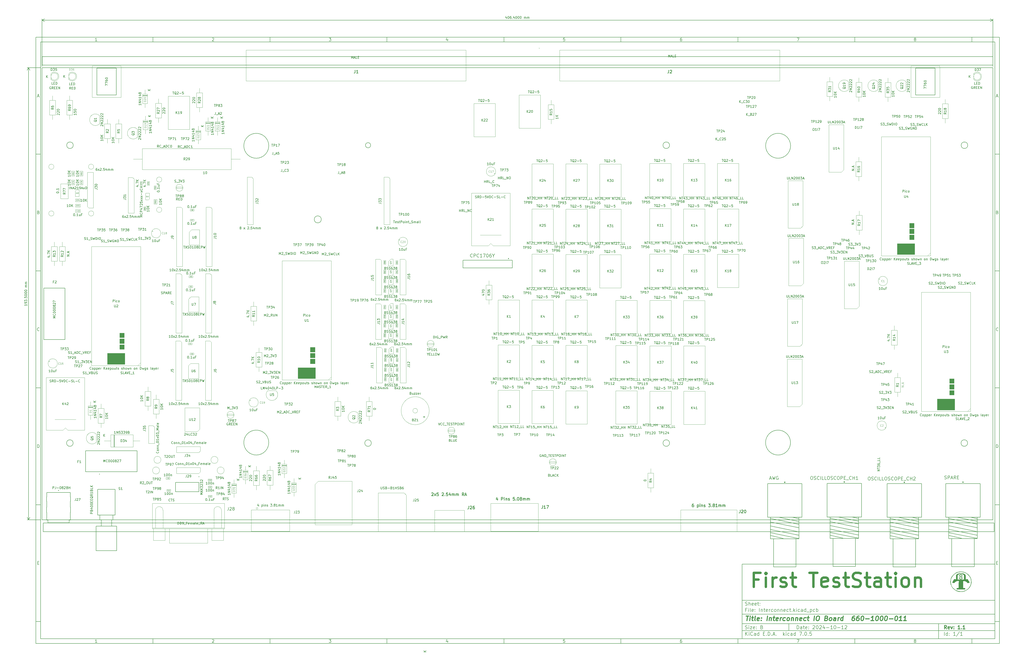
<source format=gbr>
G04 #@! TF.GenerationSoftware,KiCad,Pcbnew,7.0.5*
G04 #@! TF.CreationDate,2025-02-05T20:13:06-05:00*
G04 #@! TF.ProjectId,Interconnect,496e7465-7263-46f6-9e6e-6563742e6b69,1.1*
G04 #@! TF.SameCoordinates,Original*
G04 #@! TF.FileFunction,AssemblyDrawing,Top*
%FSLAX46Y46*%
G04 Gerber Fmt 4.6, Leading zero omitted, Abs format (unit mm)*
G04 Created by KiCad (PCBNEW 7.0.5) date 2025-02-05 20:13:06*
%MOMM*%
%LPD*%
G01*
G04 APERTURE LIST*
%ADD10C,0.100000*%
%ADD11C,0.150000*%
%ADD12C,0.300000*%
%ADD13C,0.400000*%
%ADD14C,0.060000*%
%ADD15C,0.254000*%
%ADD16C,0.075000*%
%ADD17C,0.080000*%
%ADD18C,0.125000*%
%ADD19C,0.120000*%
%ADD20C,0.127000*%
%ADD21C,0.200000*%
%ADD22C,0.240000*%
%ADD23C,1.000000*%
G04 #@! TA.AperFunction,Profile*
%ADD24C,0.100000*%
G04 #@! TD*
G04 #@! TA.AperFunction,Profile*
%ADD25C,0.160000*%
G04 #@! TD*
G04 APERTURE END LIST*
D10*
D11*
X311800000Y-235400000D02*
X419800000Y-235400000D01*
X419800000Y-267400000D01*
X311800000Y-267400000D01*
X311800000Y-235400000D01*
D10*
D11*
X10000000Y-10000000D02*
X421800000Y-10000000D01*
X421800000Y-269400000D01*
X10000000Y-269400000D01*
X10000000Y-10000000D01*
D10*
D11*
X12000000Y-12000000D02*
X419800000Y-12000000D01*
X419800000Y-267400000D01*
X12000000Y-267400000D01*
X12000000Y-12000000D01*
D10*
D11*
X60000000Y-12000000D02*
X60000000Y-10000000D01*
D10*
D11*
X110000000Y-12000000D02*
X110000000Y-10000000D01*
D10*
D11*
X160000000Y-12000000D02*
X160000000Y-10000000D01*
D10*
D11*
X210000000Y-12000000D02*
X210000000Y-10000000D01*
D10*
D11*
X260000000Y-12000000D02*
X260000000Y-10000000D01*
D10*
D11*
X310000000Y-12000000D02*
X310000000Y-10000000D01*
D10*
D11*
X360000000Y-12000000D02*
X360000000Y-10000000D01*
D10*
D11*
X410000000Y-12000000D02*
X410000000Y-10000000D01*
D10*
D11*
X36089160Y-11593604D02*
X35346303Y-11593604D01*
X35717731Y-11593604D02*
X35717731Y-10293604D01*
X35717731Y-10293604D02*
X35593922Y-10479319D01*
X35593922Y-10479319D02*
X35470112Y-10603128D01*
X35470112Y-10603128D02*
X35346303Y-10665033D01*
D10*
D11*
X85346303Y-10417414D02*
X85408207Y-10355509D01*
X85408207Y-10355509D02*
X85532017Y-10293604D01*
X85532017Y-10293604D02*
X85841541Y-10293604D01*
X85841541Y-10293604D02*
X85965350Y-10355509D01*
X85965350Y-10355509D02*
X86027255Y-10417414D01*
X86027255Y-10417414D02*
X86089160Y-10541223D01*
X86089160Y-10541223D02*
X86089160Y-10665033D01*
X86089160Y-10665033D02*
X86027255Y-10850747D01*
X86027255Y-10850747D02*
X85284398Y-11593604D01*
X85284398Y-11593604D02*
X86089160Y-11593604D01*
D10*
D11*
X135284398Y-10293604D02*
X136089160Y-10293604D01*
X136089160Y-10293604D02*
X135655826Y-10788842D01*
X135655826Y-10788842D02*
X135841541Y-10788842D01*
X135841541Y-10788842D02*
X135965350Y-10850747D01*
X135965350Y-10850747D02*
X136027255Y-10912652D01*
X136027255Y-10912652D02*
X136089160Y-11036461D01*
X136089160Y-11036461D02*
X136089160Y-11345985D01*
X136089160Y-11345985D02*
X136027255Y-11469795D01*
X136027255Y-11469795D02*
X135965350Y-11531700D01*
X135965350Y-11531700D02*
X135841541Y-11593604D01*
X135841541Y-11593604D02*
X135470112Y-11593604D01*
X135470112Y-11593604D02*
X135346303Y-11531700D01*
X135346303Y-11531700D02*
X135284398Y-11469795D01*
D10*
D11*
X185965350Y-10726938D02*
X185965350Y-11593604D01*
X185655826Y-10231700D02*
X185346303Y-11160271D01*
X185346303Y-11160271D02*
X186151064Y-11160271D01*
D10*
D11*
X236027255Y-10293604D02*
X235408207Y-10293604D01*
X235408207Y-10293604D02*
X235346303Y-10912652D01*
X235346303Y-10912652D02*
X235408207Y-10850747D01*
X235408207Y-10850747D02*
X235532017Y-10788842D01*
X235532017Y-10788842D02*
X235841541Y-10788842D01*
X235841541Y-10788842D02*
X235965350Y-10850747D01*
X235965350Y-10850747D02*
X236027255Y-10912652D01*
X236027255Y-10912652D02*
X236089160Y-11036461D01*
X236089160Y-11036461D02*
X236089160Y-11345985D01*
X236089160Y-11345985D02*
X236027255Y-11469795D01*
X236027255Y-11469795D02*
X235965350Y-11531700D01*
X235965350Y-11531700D02*
X235841541Y-11593604D01*
X235841541Y-11593604D02*
X235532017Y-11593604D01*
X235532017Y-11593604D02*
X235408207Y-11531700D01*
X235408207Y-11531700D02*
X235346303Y-11469795D01*
D10*
D11*
X285965350Y-10293604D02*
X285717731Y-10293604D01*
X285717731Y-10293604D02*
X285593922Y-10355509D01*
X285593922Y-10355509D02*
X285532017Y-10417414D01*
X285532017Y-10417414D02*
X285408207Y-10603128D01*
X285408207Y-10603128D02*
X285346303Y-10850747D01*
X285346303Y-10850747D02*
X285346303Y-11345985D01*
X285346303Y-11345985D02*
X285408207Y-11469795D01*
X285408207Y-11469795D02*
X285470112Y-11531700D01*
X285470112Y-11531700D02*
X285593922Y-11593604D01*
X285593922Y-11593604D02*
X285841541Y-11593604D01*
X285841541Y-11593604D02*
X285965350Y-11531700D01*
X285965350Y-11531700D02*
X286027255Y-11469795D01*
X286027255Y-11469795D02*
X286089160Y-11345985D01*
X286089160Y-11345985D02*
X286089160Y-11036461D01*
X286089160Y-11036461D02*
X286027255Y-10912652D01*
X286027255Y-10912652D02*
X285965350Y-10850747D01*
X285965350Y-10850747D02*
X285841541Y-10788842D01*
X285841541Y-10788842D02*
X285593922Y-10788842D01*
X285593922Y-10788842D02*
X285470112Y-10850747D01*
X285470112Y-10850747D02*
X285408207Y-10912652D01*
X285408207Y-10912652D02*
X285346303Y-11036461D01*
D10*
D11*
X335284398Y-10293604D02*
X336151064Y-10293604D01*
X336151064Y-10293604D02*
X335593922Y-11593604D01*
D10*
D11*
X385593922Y-10850747D02*
X385470112Y-10788842D01*
X385470112Y-10788842D02*
X385408207Y-10726938D01*
X385408207Y-10726938D02*
X385346303Y-10603128D01*
X385346303Y-10603128D02*
X385346303Y-10541223D01*
X385346303Y-10541223D02*
X385408207Y-10417414D01*
X385408207Y-10417414D02*
X385470112Y-10355509D01*
X385470112Y-10355509D02*
X385593922Y-10293604D01*
X385593922Y-10293604D02*
X385841541Y-10293604D01*
X385841541Y-10293604D02*
X385965350Y-10355509D01*
X385965350Y-10355509D02*
X386027255Y-10417414D01*
X386027255Y-10417414D02*
X386089160Y-10541223D01*
X386089160Y-10541223D02*
X386089160Y-10603128D01*
X386089160Y-10603128D02*
X386027255Y-10726938D01*
X386027255Y-10726938D02*
X385965350Y-10788842D01*
X385965350Y-10788842D02*
X385841541Y-10850747D01*
X385841541Y-10850747D02*
X385593922Y-10850747D01*
X385593922Y-10850747D02*
X385470112Y-10912652D01*
X385470112Y-10912652D02*
X385408207Y-10974557D01*
X385408207Y-10974557D02*
X385346303Y-11098366D01*
X385346303Y-11098366D02*
X385346303Y-11345985D01*
X385346303Y-11345985D02*
X385408207Y-11469795D01*
X385408207Y-11469795D02*
X385470112Y-11531700D01*
X385470112Y-11531700D02*
X385593922Y-11593604D01*
X385593922Y-11593604D02*
X385841541Y-11593604D01*
X385841541Y-11593604D02*
X385965350Y-11531700D01*
X385965350Y-11531700D02*
X386027255Y-11469795D01*
X386027255Y-11469795D02*
X386089160Y-11345985D01*
X386089160Y-11345985D02*
X386089160Y-11098366D01*
X386089160Y-11098366D02*
X386027255Y-10974557D01*
X386027255Y-10974557D02*
X385965350Y-10912652D01*
X385965350Y-10912652D02*
X385841541Y-10850747D01*
D10*
D11*
X60000000Y-267400000D02*
X60000000Y-269400000D01*
D10*
D11*
X110000000Y-267400000D02*
X110000000Y-269400000D01*
D10*
D11*
X160000000Y-267400000D02*
X160000000Y-269400000D01*
D10*
D11*
X210000000Y-267400000D02*
X210000000Y-269400000D01*
D10*
D11*
X260000000Y-267400000D02*
X260000000Y-269400000D01*
D10*
D11*
X310000000Y-267400000D02*
X310000000Y-269400000D01*
D10*
D11*
X360000000Y-267400000D02*
X360000000Y-269400000D01*
D10*
D11*
X410000000Y-267400000D02*
X410000000Y-269400000D01*
D10*
D11*
X36089160Y-268993604D02*
X35346303Y-268993604D01*
X35717731Y-268993604D02*
X35717731Y-267693604D01*
X35717731Y-267693604D02*
X35593922Y-267879319D01*
X35593922Y-267879319D02*
X35470112Y-268003128D01*
X35470112Y-268003128D02*
X35346303Y-268065033D01*
D10*
D11*
X85346303Y-267817414D02*
X85408207Y-267755509D01*
X85408207Y-267755509D02*
X85532017Y-267693604D01*
X85532017Y-267693604D02*
X85841541Y-267693604D01*
X85841541Y-267693604D02*
X85965350Y-267755509D01*
X85965350Y-267755509D02*
X86027255Y-267817414D01*
X86027255Y-267817414D02*
X86089160Y-267941223D01*
X86089160Y-267941223D02*
X86089160Y-268065033D01*
X86089160Y-268065033D02*
X86027255Y-268250747D01*
X86027255Y-268250747D02*
X85284398Y-268993604D01*
X85284398Y-268993604D02*
X86089160Y-268993604D01*
D10*
D11*
X135284398Y-267693604D02*
X136089160Y-267693604D01*
X136089160Y-267693604D02*
X135655826Y-268188842D01*
X135655826Y-268188842D02*
X135841541Y-268188842D01*
X135841541Y-268188842D02*
X135965350Y-268250747D01*
X135965350Y-268250747D02*
X136027255Y-268312652D01*
X136027255Y-268312652D02*
X136089160Y-268436461D01*
X136089160Y-268436461D02*
X136089160Y-268745985D01*
X136089160Y-268745985D02*
X136027255Y-268869795D01*
X136027255Y-268869795D02*
X135965350Y-268931700D01*
X135965350Y-268931700D02*
X135841541Y-268993604D01*
X135841541Y-268993604D02*
X135470112Y-268993604D01*
X135470112Y-268993604D02*
X135346303Y-268931700D01*
X135346303Y-268931700D02*
X135284398Y-268869795D01*
D10*
D11*
X185965350Y-268126938D02*
X185965350Y-268993604D01*
X185655826Y-267631700D02*
X185346303Y-268560271D01*
X185346303Y-268560271D02*
X186151064Y-268560271D01*
D10*
D11*
X236027255Y-267693604D02*
X235408207Y-267693604D01*
X235408207Y-267693604D02*
X235346303Y-268312652D01*
X235346303Y-268312652D02*
X235408207Y-268250747D01*
X235408207Y-268250747D02*
X235532017Y-268188842D01*
X235532017Y-268188842D02*
X235841541Y-268188842D01*
X235841541Y-268188842D02*
X235965350Y-268250747D01*
X235965350Y-268250747D02*
X236027255Y-268312652D01*
X236027255Y-268312652D02*
X236089160Y-268436461D01*
X236089160Y-268436461D02*
X236089160Y-268745985D01*
X236089160Y-268745985D02*
X236027255Y-268869795D01*
X236027255Y-268869795D02*
X235965350Y-268931700D01*
X235965350Y-268931700D02*
X235841541Y-268993604D01*
X235841541Y-268993604D02*
X235532017Y-268993604D01*
X235532017Y-268993604D02*
X235408207Y-268931700D01*
X235408207Y-268931700D02*
X235346303Y-268869795D01*
D10*
D11*
X285965350Y-267693604D02*
X285717731Y-267693604D01*
X285717731Y-267693604D02*
X285593922Y-267755509D01*
X285593922Y-267755509D02*
X285532017Y-267817414D01*
X285532017Y-267817414D02*
X285408207Y-268003128D01*
X285408207Y-268003128D02*
X285346303Y-268250747D01*
X285346303Y-268250747D02*
X285346303Y-268745985D01*
X285346303Y-268745985D02*
X285408207Y-268869795D01*
X285408207Y-268869795D02*
X285470112Y-268931700D01*
X285470112Y-268931700D02*
X285593922Y-268993604D01*
X285593922Y-268993604D02*
X285841541Y-268993604D01*
X285841541Y-268993604D02*
X285965350Y-268931700D01*
X285965350Y-268931700D02*
X286027255Y-268869795D01*
X286027255Y-268869795D02*
X286089160Y-268745985D01*
X286089160Y-268745985D02*
X286089160Y-268436461D01*
X286089160Y-268436461D02*
X286027255Y-268312652D01*
X286027255Y-268312652D02*
X285965350Y-268250747D01*
X285965350Y-268250747D02*
X285841541Y-268188842D01*
X285841541Y-268188842D02*
X285593922Y-268188842D01*
X285593922Y-268188842D02*
X285470112Y-268250747D01*
X285470112Y-268250747D02*
X285408207Y-268312652D01*
X285408207Y-268312652D02*
X285346303Y-268436461D01*
D10*
D11*
X335284398Y-267693604D02*
X336151064Y-267693604D01*
X336151064Y-267693604D02*
X335593922Y-268993604D01*
D10*
D11*
X385593922Y-268250747D02*
X385470112Y-268188842D01*
X385470112Y-268188842D02*
X385408207Y-268126938D01*
X385408207Y-268126938D02*
X385346303Y-268003128D01*
X385346303Y-268003128D02*
X385346303Y-267941223D01*
X385346303Y-267941223D02*
X385408207Y-267817414D01*
X385408207Y-267817414D02*
X385470112Y-267755509D01*
X385470112Y-267755509D02*
X385593922Y-267693604D01*
X385593922Y-267693604D02*
X385841541Y-267693604D01*
X385841541Y-267693604D02*
X385965350Y-267755509D01*
X385965350Y-267755509D02*
X386027255Y-267817414D01*
X386027255Y-267817414D02*
X386089160Y-267941223D01*
X386089160Y-267941223D02*
X386089160Y-268003128D01*
X386089160Y-268003128D02*
X386027255Y-268126938D01*
X386027255Y-268126938D02*
X385965350Y-268188842D01*
X385965350Y-268188842D02*
X385841541Y-268250747D01*
X385841541Y-268250747D02*
X385593922Y-268250747D01*
X385593922Y-268250747D02*
X385470112Y-268312652D01*
X385470112Y-268312652D02*
X385408207Y-268374557D01*
X385408207Y-268374557D02*
X385346303Y-268498366D01*
X385346303Y-268498366D02*
X385346303Y-268745985D01*
X385346303Y-268745985D02*
X385408207Y-268869795D01*
X385408207Y-268869795D02*
X385470112Y-268931700D01*
X385470112Y-268931700D02*
X385593922Y-268993604D01*
X385593922Y-268993604D02*
X385841541Y-268993604D01*
X385841541Y-268993604D02*
X385965350Y-268931700D01*
X385965350Y-268931700D02*
X386027255Y-268869795D01*
X386027255Y-268869795D02*
X386089160Y-268745985D01*
X386089160Y-268745985D02*
X386089160Y-268498366D01*
X386089160Y-268498366D02*
X386027255Y-268374557D01*
X386027255Y-268374557D02*
X385965350Y-268312652D01*
X385965350Y-268312652D02*
X385841541Y-268250747D01*
D10*
D11*
X10000000Y-60000000D02*
X12000000Y-60000000D01*
D10*
D11*
X10000000Y-110000000D02*
X12000000Y-110000000D01*
D10*
D11*
X10000000Y-160000000D02*
X12000000Y-160000000D01*
D10*
D11*
X10000000Y-210000000D02*
X12000000Y-210000000D01*
D10*
D11*
X10000000Y-260000000D02*
X12000000Y-260000000D01*
D10*
D11*
X10690476Y-35222176D02*
X11309523Y-35222176D01*
X10566666Y-35593604D02*
X10999999Y-34293604D01*
X10999999Y-34293604D02*
X11433333Y-35593604D01*
D10*
D11*
X11092857Y-84912652D02*
X11278571Y-84974557D01*
X11278571Y-84974557D02*
X11340476Y-85036461D01*
X11340476Y-85036461D02*
X11402380Y-85160271D01*
X11402380Y-85160271D02*
X11402380Y-85345985D01*
X11402380Y-85345985D02*
X11340476Y-85469795D01*
X11340476Y-85469795D02*
X11278571Y-85531700D01*
X11278571Y-85531700D02*
X11154761Y-85593604D01*
X11154761Y-85593604D02*
X10659523Y-85593604D01*
X10659523Y-85593604D02*
X10659523Y-84293604D01*
X10659523Y-84293604D02*
X11092857Y-84293604D01*
X11092857Y-84293604D02*
X11216666Y-84355509D01*
X11216666Y-84355509D02*
X11278571Y-84417414D01*
X11278571Y-84417414D02*
X11340476Y-84541223D01*
X11340476Y-84541223D02*
X11340476Y-84665033D01*
X11340476Y-84665033D02*
X11278571Y-84788842D01*
X11278571Y-84788842D02*
X11216666Y-84850747D01*
X11216666Y-84850747D02*
X11092857Y-84912652D01*
X11092857Y-84912652D02*
X10659523Y-84912652D01*
D10*
D11*
X11402380Y-135469795D02*
X11340476Y-135531700D01*
X11340476Y-135531700D02*
X11154761Y-135593604D01*
X11154761Y-135593604D02*
X11030952Y-135593604D01*
X11030952Y-135593604D02*
X10845238Y-135531700D01*
X10845238Y-135531700D02*
X10721428Y-135407890D01*
X10721428Y-135407890D02*
X10659523Y-135284080D01*
X10659523Y-135284080D02*
X10597619Y-135036461D01*
X10597619Y-135036461D02*
X10597619Y-134850747D01*
X10597619Y-134850747D02*
X10659523Y-134603128D01*
X10659523Y-134603128D02*
X10721428Y-134479319D01*
X10721428Y-134479319D02*
X10845238Y-134355509D01*
X10845238Y-134355509D02*
X11030952Y-134293604D01*
X11030952Y-134293604D02*
X11154761Y-134293604D01*
X11154761Y-134293604D02*
X11340476Y-134355509D01*
X11340476Y-134355509D02*
X11402380Y-134417414D01*
D10*
D11*
X10659523Y-185593604D02*
X10659523Y-184293604D01*
X10659523Y-184293604D02*
X10969047Y-184293604D01*
X10969047Y-184293604D02*
X11154761Y-184355509D01*
X11154761Y-184355509D02*
X11278571Y-184479319D01*
X11278571Y-184479319D02*
X11340476Y-184603128D01*
X11340476Y-184603128D02*
X11402380Y-184850747D01*
X11402380Y-184850747D02*
X11402380Y-185036461D01*
X11402380Y-185036461D02*
X11340476Y-185284080D01*
X11340476Y-185284080D02*
X11278571Y-185407890D01*
X11278571Y-185407890D02*
X11154761Y-185531700D01*
X11154761Y-185531700D02*
X10969047Y-185593604D01*
X10969047Y-185593604D02*
X10659523Y-185593604D01*
D10*
D11*
X10721428Y-234912652D02*
X11154762Y-234912652D01*
X11340476Y-235593604D02*
X10721428Y-235593604D01*
X10721428Y-235593604D02*
X10721428Y-234293604D01*
X10721428Y-234293604D02*
X11340476Y-234293604D01*
D10*
D11*
X421800000Y-60000000D02*
X419800000Y-60000000D01*
D10*
D11*
X421800000Y-110000000D02*
X419800000Y-110000000D01*
D10*
D11*
X421800000Y-160000000D02*
X419800000Y-160000000D01*
D10*
D11*
X421800000Y-210000000D02*
X419800000Y-210000000D01*
D10*
D11*
X421800000Y-260000000D02*
X419800000Y-260000000D01*
D10*
D11*
X420490476Y-35222176D02*
X421109523Y-35222176D01*
X420366666Y-35593604D02*
X420799999Y-34293604D01*
X420799999Y-34293604D02*
X421233333Y-35593604D01*
D10*
D11*
X420892857Y-84912652D02*
X421078571Y-84974557D01*
X421078571Y-84974557D02*
X421140476Y-85036461D01*
X421140476Y-85036461D02*
X421202380Y-85160271D01*
X421202380Y-85160271D02*
X421202380Y-85345985D01*
X421202380Y-85345985D02*
X421140476Y-85469795D01*
X421140476Y-85469795D02*
X421078571Y-85531700D01*
X421078571Y-85531700D02*
X420954761Y-85593604D01*
X420954761Y-85593604D02*
X420459523Y-85593604D01*
X420459523Y-85593604D02*
X420459523Y-84293604D01*
X420459523Y-84293604D02*
X420892857Y-84293604D01*
X420892857Y-84293604D02*
X421016666Y-84355509D01*
X421016666Y-84355509D02*
X421078571Y-84417414D01*
X421078571Y-84417414D02*
X421140476Y-84541223D01*
X421140476Y-84541223D02*
X421140476Y-84665033D01*
X421140476Y-84665033D02*
X421078571Y-84788842D01*
X421078571Y-84788842D02*
X421016666Y-84850747D01*
X421016666Y-84850747D02*
X420892857Y-84912652D01*
X420892857Y-84912652D02*
X420459523Y-84912652D01*
D10*
D11*
X421202380Y-135469795D02*
X421140476Y-135531700D01*
X421140476Y-135531700D02*
X420954761Y-135593604D01*
X420954761Y-135593604D02*
X420830952Y-135593604D01*
X420830952Y-135593604D02*
X420645238Y-135531700D01*
X420645238Y-135531700D02*
X420521428Y-135407890D01*
X420521428Y-135407890D02*
X420459523Y-135284080D01*
X420459523Y-135284080D02*
X420397619Y-135036461D01*
X420397619Y-135036461D02*
X420397619Y-134850747D01*
X420397619Y-134850747D02*
X420459523Y-134603128D01*
X420459523Y-134603128D02*
X420521428Y-134479319D01*
X420521428Y-134479319D02*
X420645238Y-134355509D01*
X420645238Y-134355509D02*
X420830952Y-134293604D01*
X420830952Y-134293604D02*
X420954761Y-134293604D01*
X420954761Y-134293604D02*
X421140476Y-134355509D01*
X421140476Y-134355509D02*
X421202380Y-134417414D01*
D10*
D11*
X420459523Y-185593604D02*
X420459523Y-184293604D01*
X420459523Y-184293604D02*
X420769047Y-184293604D01*
X420769047Y-184293604D02*
X420954761Y-184355509D01*
X420954761Y-184355509D02*
X421078571Y-184479319D01*
X421078571Y-184479319D02*
X421140476Y-184603128D01*
X421140476Y-184603128D02*
X421202380Y-184850747D01*
X421202380Y-184850747D02*
X421202380Y-185036461D01*
X421202380Y-185036461D02*
X421140476Y-185284080D01*
X421140476Y-185284080D02*
X421078571Y-185407890D01*
X421078571Y-185407890D02*
X420954761Y-185531700D01*
X420954761Y-185531700D02*
X420769047Y-185593604D01*
X420769047Y-185593604D02*
X420459523Y-185593604D01*
D10*
D11*
X420521428Y-234912652D02*
X420954762Y-234912652D01*
X421140476Y-235593604D02*
X420521428Y-235593604D01*
X420521428Y-235593604D02*
X420521428Y-234293604D01*
X420521428Y-234293604D02*
X421140476Y-234293604D01*
D10*
D11*
X335255826Y-263186128D02*
X335255826Y-261686128D01*
X335255826Y-261686128D02*
X335612969Y-261686128D01*
X335612969Y-261686128D02*
X335827255Y-261757557D01*
X335827255Y-261757557D02*
X335970112Y-261900414D01*
X335970112Y-261900414D02*
X336041541Y-262043271D01*
X336041541Y-262043271D02*
X336112969Y-262328985D01*
X336112969Y-262328985D02*
X336112969Y-262543271D01*
X336112969Y-262543271D02*
X336041541Y-262828985D01*
X336041541Y-262828985D02*
X335970112Y-262971842D01*
X335970112Y-262971842D02*
X335827255Y-263114700D01*
X335827255Y-263114700D02*
X335612969Y-263186128D01*
X335612969Y-263186128D02*
X335255826Y-263186128D01*
X337398684Y-263186128D02*
X337398684Y-262400414D01*
X337398684Y-262400414D02*
X337327255Y-262257557D01*
X337327255Y-262257557D02*
X337184398Y-262186128D01*
X337184398Y-262186128D02*
X336898684Y-262186128D01*
X336898684Y-262186128D02*
X336755826Y-262257557D01*
X337398684Y-263114700D02*
X337255826Y-263186128D01*
X337255826Y-263186128D02*
X336898684Y-263186128D01*
X336898684Y-263186128D02*
X336755826Y-263114700D01*
X336755826Y-263114700D02*
X336684398Y-262971842D01*
X336684398Y-262971842D02*
X336684398Y-262828985D01*
X336684398Y-262828985D02*
X336755826Y-262686128D01*
X336755826Y-262686128D02*
X336898684Y-262614700D01*
X336898684Y-262614700D02*
X337255826Y-262614700D01*
X337255826Y-262614700D02*
X337398684Y-262543271D01*
X337898684Y-262186128D02*
X338470112Y-262186128D01*
X338112969Y-261686128D02*
X338112969Y-262971842D01*
X338112969Y-262971842D02*
X338184398Y-263114700D01*
X338184398Y-263114700D02*
X338327255Y-263186128D01*
X338327255Y-263186128D02*
X338470112Y-263186128D01*
X339541541Y-263114700D02*
X339398684Y-263186128D01*
X339398684Y-263186128D02*
X339112970Y-263186128D01*
X339112970Y-263186128D02*
X338970112Y-263114700D01*
X338970112Y-263114700D02*
X338898684Y-262971842D01*
X338898684Y-262971842D02*
X338898684Y-262400414D01*
X338898684Y-262400414D02*
X338970112Y-262257557D01*
X338970112Y-262257557D02*
X339112970Y-262186128D01*
X339112970Y-262186128D02*
X339398684Y-262186128D01*
X339398684Y-262186128D02*
X339541541Y-262257557D01*
X339541541Y-262257557D02*
X339612970Y-262400414D01*
X339612970Y-262400414D02*
X339612970Y-262543271D01*
X339612970Y-262543271D02*
X338898684Y-262686128D01*
X340255826Y-263043271D02*
X340327255Y-263114700D01*
X340327255Y-263114700D02*
X340255826Y-263186128D01*
X340255826Y-263186128D02*
X340184398Y-263114700D01*
X340184398Y-263114700D02*
X340255826Y-263043271D01*
X340255826Y-263043271D02*
X340255826Y-263186128D01*
X340255826Y-262257557D02*
X340327255Y-262328985D01*
X340327255Y-262328985D02*
X340255826Y-262400414D01*
X340255826Y-262400414D02*
X340184398Y-262328985D01*
X340184398Y-262328985D02*
X340255826Y-262257557D01*
X340255826Y-262257557D02*
X340255826Y-262400414D01*
X342041541Y-261828985D02*
X342112969Y-261757557D01*
X342112969Y-261757557D02*
X342255827Y-261686128D01*
X342255827Y-261686128D02*
X342612969Y-261686128D01*
X342612969Y-261686128D02*
X342755827Y-261757557D01*
X342755827Y-261757557D02*
X342827255Y-261828985D01*
X342827255Y-261828985D02*
X342898684Y-261971842D01*
X342898684Y-261971842D02*
X342898684Y-262114700D01*
X342898684Y-262114700D02*
X342827255Y-262328985D01*
X342827255Y-262328985D02*
X341970112Y-263186128D01*
X341970112Y-263186128D02*
X342898684Y-263186128D01*
X343827255Y-261686128D02*
X343970112Y-261686128D01*
X343970112Y-261686128D02*
X344112969Y-261757557D01*
X344112969Y-261757557D02*
X344184398Y-261828985D01*
X344184398Y-261828985D02*
X344255826Y-261971842D01*
X344255826Y-261971842D02*
X344327255Y-262257557D01*
X344327255Y-262257557D02*
X344327255Y-262614700D01*
X344327255Y-262614700D02*
X344255826Y-262900414D01*
X344255826Y-262900414D02*
X344184398Y-263043271D01*
X344184398Y-263043271D02*
X344112969Y-263114700D01*
X344112969Y-263114700D02*
X343970112Y-263186128D01*
X343970112Y-263186128D02*
X343827255Y-263186128D01*
X343827255Y-263186128D02*
X343684398Y-263114700D01*
X343684398Y-263114700D02*
X343612969Y-263043271D01*
X343612969Y-263043271D02*
X343541540Y-262900414D01*
X343541540Y-262900414D02*
X343470112Y-262614700D01*
X343470112Y-262614700D02*
X343470112Y-262257557D01*
X343470112Y-262257557D02*
X343541540Y-261971842D01*
X343541540Y-261971842D02*
X343612969Y-261828985D01*
X343612969Y-261828985D02*
X343684398Y-261757557D01*
X343684398Y-261757557D02*
X343827255Y-261686128D01*
X344898683Y-261828985D02*
X344970111Y-261757557D01*
X344970111Y-261757557D02*
X345112969Y-261686128D01*
X345112969Y-261686128D02*
X345470111Y-261686128D01*
X345470111Y-261686128D02*
X345612969Y-261757557D01*
X345612969Y-261757557D02*
X345684397Y-261828985D01*
X345684397Y-261828985D02*
X345755826Y-261971842D01*
X345755826Y-261971842D02*
X345755826Y-262114700D01*
X345755826Y-262114700D02*
X345684397Y-262328985D01*
X345684397Y-262328985D02*
X344827254Y-263186128D01*
X344827254Y-263186128D02*
X345755826Y-263186128D01*
X347041540Y-262186128D02*
X347041540Y-263186128D01*
X346684397Y-261614700D02*
X346327254Y-262686128D01*
X346327254Y-262686128D02*
X347255825Y-262686128D01*
X347827253Y-262614700D02*
X348970111Y-262614700D01*
X350470111Y-263186128D02*
X349612968Y-263186128D01*
X350041539Y-263186128D02*
X350041539Y-261686128D01*
X350041539Y-261686128D02*
X349898682Y-261900414D01*
X349898682Y-261900414D02*
X349755825Y-262043271D01*
X349755825Y-262043271D02*
X349612968Y-262114700D01*
X351398682Y-261686128D02*
X351541539Y-261686128D01*
X351541539Y-261686128D02*
X351684396Y-261757557D01*
X351684396Y-261757557D02*
X351755825Y-261828985D01*
X351755825Y-261828985D02*
X351827253Y-261971842D01*
X351827253Y-261971842D02*
X351898682Y-262257557D01*
X351898682Y-262257557D02*
X351898682Y-262614700D01*
X351898682Y-262614700D02*
X351827253Y-262900414D01*
X351827253Y-262900414D02*
X351755825Y-263043271D01*
X351755825Y-263043271D02*
X351684396Y-263114700D01*
X351684396Y-263114700D02*
X351541539Y-263186128D01*
X351541539Y-263186128D02*
X351398682Y-263186128D01*
X351398682Y-263186128D02*
X351255825Y-263114700D01*
X351255825Y-263114700D02*
X351184396Y-263043271D01*
X351184396Y-263043271D02*
X351112967Y-262900414D01*
X351112967Y-262900414D02*
X351041539Y-262614700D01*
X351041539Y-262614700D02*
X351041539Y-262257557D01*
X351041539Y-262257557D02*
X351112967Y-261971842D01*
X351112967Y-261971842D02*
X351184396Y-261828985D01*
X351184396Y-261828985D02*
X351255825Y-261757557D01*
X351255825Y-261757557D02*
X351398682Y-261686128D01*
X352541538Y-262614700D02*
X353684396Y-262614700D01*
X355184396Y-263186128D02*
X354327253Y-263186128D01*
X354755824Y-263186128D02*
X354755824Y-261686128D01*
X354755824Y-261686128D02*
X354612967Y-261900414D01*
X354612967Y-261900414D02*
X354470110Y-262043271D01*
X354470110Y-262043271D02*
X354327253Y-262114700D01*
X355755824Y-261828985D02*
X355827252Y-261757557D01*
X355827252Y-261757557D02*
X355970110Y-261686128D01*
X355970110Y-261686128D02*
X356327252Y-261686128D01*
X356327252Y-261686128D02*
X356470110Y-261757557D01*
X356470110Y-261757557D02*
X356541538Y-261828985D01*
X356541538Y-261828985D02*
X356612967Y-261971842D01*
X356612967Y-261971842D02*
X356612967Y-262114700D01*
X356612967Y-262114700D02*
X356541538Y-262328985D01*
X356541538Y-262328985D02*
X355684395Y-263186128D01*
X355684395Y-263186128D02*
X356612967Y-263186128D01*
D10*
D11*
X311800000Y-263900000D02*
X419800000Y-263900000D01*
D10*
D11*
X313255826Y-265986128D02*
X313255826Y-264486128D01*
X314112969Y-265986128D02*
X313470112Y-265128985D01*
X314112969Y-264486128D02*
X313255826Y-265343271D01*
X314755826Y-265986128D02*
X314755826Y-264986128D01*
X314755826Y-264486128D02*
X314684398Y-264557557D01*
X314684398Y-264557557D02*
X314755826Y-264628985D01*
X314755826Y-264628985D02*
X314827255Y-264557557D01*
X314827255Y-264557557D02*
X314755826Y-264486128D01*
X314755826Y-264486128D02*
X314755826Y-264628985D01*
X316327255Y-265843271D02*
X316255827Y-265914700D01*
X316255827Y-265914700D02*
X316041541Y-265986128D01*
X316041541Y-265986128D02*
X315898684Y-265986128D01*
X315898684Y-265986128D02*
X315684398Y-265914700D01*
X315684398Y-265914700D02*
X315541541Y-265771842D01*
X315541541Y-265771842D02*
X315470112Y-265628985D01*
X315470112Y-265628985D02*
X315398684Y-265343271D01*
X315398684Y-265343271D02*
X315398684Y-265128985D01*
X315398684Y-265128985D02*
X315470112Y-264843271D01*
X315470112Y-264843271D02*
X315541541Y-264700414D01*
X315541541Y-264700414D02*
X315684398Y-264557557D01*
X315684398Y-264557557D02*
X315898684Y-264486128D01*
X315898684Y-264486128D02*
X316041541Y-264486128D01*
X316041541Y-264486128D02*
X316255827Y-264557557D01*
X316255827Y-264557557D02*
X316327255Y-264628985D01*
X317612970Y-265986128D02*
X317612970Y-265200414D01*
X317612970Y-265200414D02*
X317541541Y-265057557D01*
X317541541Y-265057557D02*
X317398684Y-264986128D01*
X317398684Y-264986128D02*
X317112970Y-264986128D01*
X317112970Y-264986128D02*
X316970112Y-265057557D01*
X317612970Y-265914700D02*
X317470112Y-265986128D01*
X317470112Y-265986128D02*
X317112970Y-265986128D01*
X317112970Y-265986128D02*
X316970112Y-265914700D01*
X316970112Y-265914700D02*
X316898684Y-265771842D01*
X316898684Y-265771842D02*
X316898684Y-265628985D01*
X316898684Y-265628985D02*
X316970112Y-265486128D01*
X316970112Y-265486128D02*
X317112970Y-265414700D01*
X317112970Y-265414700D02*
X317470112Y-265414700D01*
X317470112Y-265414700D02*
X317612970Y-265343271D01*
X318970113Y-265986128D02*
X318970113Y-264486128D01*
X318970113Y-265914700D02*
X318827255Y-265986128D01*
X318827255Y-265986128D02*
X318541541Y-265986128D01*
X318541541Y-265986128D02*
X318398684Y-265914700D01*
X318398684Y-265914700D02*
X318327255Y-265843271D01*
X318327255Y-265843271D02*
X318255827Y-265700414D01*
X318255827Y-265700414D02*
X318255827Y-265271842D01*
X318255827Y-265271842D02*
X318327255Y-265128985D01*
X318327255Y-265128985D02*
X318398684Y-265057557D01*
X318398684Y-265057557D02*
X318541541Y-264986128D01*
X318541541Y-264986128D02*
X318827255Y-264986128D01*
X318827255Y-264986128D02*
X318970113Y-265057557D01*
X320827255Y-265200414D02*
X321327255Y-265200414D01*
X321541541Y-265986128D02*
X320827255Y-265986128D01*
X320827255Y-265986128D02*
X320827255Y-264486128D01*
X320827255Y-264486128D02*
X321541541Y-264486128D01*
X322184398Y-265843271D02*
X322255827Y-265914700D01*
X322255827Y-265914700D02*
X322184398Y-265986128D01*
X322184398Y-265986128D02*
X322112970Y-265914700D01*
X322112970Y-265914700D02*
X322184398Y-265843271D01*
X322184398Y-265843271D02*
X322184398Y-265986128D01*
X322898684Y-265986128D02*
X322898684Y-264486128D01*
X322898684Y-264486128D02*
X323255827Y-264486128D01*
X323255827Y-264486128D02*
X323470113Y-264557557D01*
X323470113Y-264557557D02*
X323612970Y-264700414D01*
X323612970Y-264700414D02*
X323684399Y-264843271D01*
X323684399Y-264843271D02*
X323755827Y-265128985D01*
X323755827Y-265128985D02*
X323755827Y-265343271D01*
X323755827Y-265343271D02*
X323684399Y-265628985D01*
X323684399Y-265628985D02*
X323612970Y-265771842D01*
X323612970Y-265771842D02*
X323470113Y-265914700D01*
X323470113Y-265914700D02*
X323255827Y-265986128D01*
X323255827Y-265986128D02*
X322898684Y-265986128D01*
X324398684Y-265843271D02*
X324470113Y-265914700D01*
X324470113Y-265914700D02*
X324398684Y-265986128D01*
X324398684Y-265986128D02*
X324327256Y-265914700D01*
X324327256Y-265914700D02*
X324398684Y-265843271D01*
X324398684Y-265843271D02*
X324398684Y-265986128D01*
X325041542Y-265557557D02*
X325755828Y-265557557D01*
X324898685Y-265986128D02*
X325398685Y-264486128D01*
X325398685Y-264486128D02*
X325898685Y-265986128D01*
X326398684Y-265843271D02*
X326470113Y-265914700D01*
X326470113Y-265914700D02*
X326398684Y-265986128D01*
X326398684Y-265986128D02*
X326327256Y-265914700D01*
X326327256Y-265914700D02*
X326398684Y-265843271D01*
X326398684Y-265843271D02*
X326398684Y-265986128D01*
X329398684Y-265986128D02*
X329398684Y-264486128D01*
X329541542Y-265414700D02*
X329970113Y-265986128D01*
X329970113Y-264986128D02*
X329398684Y-265557557D01*
X330612970Y-265986128D02*
X330612970Y-264986128D01*
X330612970Y-264486128D02*
X330541542Y-264557557D01*
X330541542Y-264557557D02*
X330612970Y-264628985D01*
X330612970Y-264628985D02*
X330684399Y-264557557D01*
X330684399Y-264557557D02*
X330612970Y-264486128D01*
X330612970Y-264486128D02*
X330612970Y-264628985D01*
X331970114Y-265914700D02*
X331827256Y-265986128D01*
X331827256Y-265986128D02*
X331541542Y-265986128D01*
X331541542Y-265986128D02*
X331398685Y-265914700D01*
X331398685Y-265914700D02*
X331327256Y-265843271D01*
X331327256Y-265843271D02*
X331255828Y-265700414D01*
X331255828Y-265700414D02*
X331255828Y-265271842D01*
X331255828Y-265271842D02*
X331327256Y-265128985D01*
X331327256Y-265128985D02*
X331398685Y-265057557D01*
X331398685Y-265057557D02*
X331541542Y-264986128D01*
X331541542Y-264986128D02*
X331827256Y-264986128D01*
X331827256Y-264986128D02*
X331970114Y-265057557D01*
X333255828Y-265986128D02*
X333255828Y-265200414D01*
X333255828Y-265200414D02*
X333184399Y-265057557D01*
X333184399Y-265057557D02*
X333041542Y-264986128D01*
X333041542Y-264986128D02*
X332755828Y-264986128D01*
X332755828Y-264986128D02*
X332612970Y-265057557D01*
X333255828Y-265914700D02*
X333112970Y-265986128D01*
X333112970Y-265986128D02*
X332755828Y-265986128D01*
X332755828Y-265986128D02*
X332612970Y-265914700D01*
X332612970Y-265914700D02*
X332541542Y-265771842D01*
X332541542Y-265771842D02*
X332541542Y-265628985D01*
X332541542Y-265628985D02*
X332612970Y-265486128D01*
X332612970Y-265486128D02*
X332755828Y-265414700D01*
X332755828Y-265414700D02*
X333112970Y-265414700D01*
X333112970Y-265414700D02*
X333255828Y-265343271D01*
X334612971Y-265986128D02*
X334612971Y-264486128D01*
X334612971Y-265914700D02*
X334470113Y-265986128D01*
X334470113Y-265986128D02*
X334184399Y-265986128D01*
X334184399Y-265986128D02*
X334041542Y-265914700D01*
X334041542Y-265914700D02*
X333970113Y-265843271D01*
X333970113Y-265843271D02*
X333898685Y-265700414D01*
X333898685Y-265700414D02*
X333898685Y-265271842D01*
X333898685Y-265271842D02*
X333970113Y-265128985D01*
X333970113Y-265128985D02*
X334041542Y-265057557D01*
X334041542Y-265057557D02*
X334184399Y-264986128D01*
X334184399Y-264986128D02*
X334470113Y-264986128D01*
X334470113Y-264986128D02*
X334612971Y-265057557D01*
X336327256Y-264486128D02*
X337327256Y-264486128D01*
X337327256Y-264486128D02*
X336684399Y-265986128D01*
X337898684Y-265843271D02*
X337970113Y-265914700D01*
X337970113Y-265914700D02*
X337898684Y-265986128D01*
X337898684Y-265986128D02*
X337827256Y-265914700D01*
X337827256Y-265914700D02*
X337898684Y-265843271D01*
X337898684Y-265843271D02*
X337898684Y-265986128D01*
X338898685Y-264486128D02*
X339041542Y-264486128D01*
X339041542Y-264486128D02*
X339184399Y-264557557D01*
X339184399Y-264557557D02*
X339255828Y-264628985D01*
X339255828Y-264628985D02*
X339327256Y-264771842D01*
X339327256Y-264771842D02*
X339398685Y-265057557D01*
X339398685Y-265057557D02*
X339398685Y-265414700D01*
X339398685Y-265414700D02*
X339327256Y-265700414D01*
X339327256Y-265700414D02*
X339255828Y-265843271D01*
X339255828Y-265843271D02*
X339184399Y-265914700D01*
X339184399Y-265914700D02*
X339041542Y-265986128D01*
X339041542Y-265986128D02*
X338898685Y-265986128D01*
X338898685Y-265986128D02*
X338755828Y-265914700D01*
X338755828Y-265914700D02*
X338684399Y-265843271D01*
X338684399Y-265843271D02*
X338612970Y-265700414D01*
X338612970Y-265700414D02*
X338541542Y-265414700D01*
X338541542Y-265414700D02*
X338541542Y-265057557D01*
X338541542Y-265057557D02*
X338612970Y-264771842D01*
X338612970Y-264771842D02*
X338684399Y-264628985D01*
X338684399Y-264628985D02*
X338755828Y-264557557D01*
X338755828Y-264557557D02*
X338898685Y-264486128D01*
X340041541Y-265843271D02*
X340112970Y-265914700D01*
X340112970Y-265914700D02*
X340041541Y-265986128D01*
X340041541Y-265986128D02*
X339970113Y-265914700D01*
X339970113Y-265914700D02*
X340041541Y-265843271D01*
X340041541Y-265843271D02*
X340041541Y-265986128D01*
X341470113Y-264486128D02*
X340755827Y-264486128D01*
X340755827Y-264486128D02*
X340684399Y-265200414D01*
X340684399Y-265200414D02*
X340755827Y-265128985D01*
X340755827Y-265128985D02*
X340898685Y-265057557D01*
X340898685Y-265057557D02*
X341255827Y-265057557D01*
X341255827Y-265057557D02*
X341398685Y-265128985D01*
X341398685Y-265128985D02*
X341470113Y-265200414D01*
X341470113Y-265200414D02*
X341541542Y-265343271D01*
X341541542Y-265343271D02*
X341541542Y-265700414D01*
X341541542Y-265700414D02*
X341470113Y-265843271D01*
X341470113Y-265843271D02*
X341398685Y-265914700D01*
X341398685Y-265914700D02*
X341255827Y-265986128D01*
X341255827Y-265986128D02*
X340898685Y-265986128D01*
X340898685Y-265986128D02*
X340755827Y-265914700D01*
X340755827Y-265914700D02*
X340684399Y-265843271D01*
D10*
D11*
X311800000Y-260900000D02*
X419800000Y-260900000D01*
D10*
D12*
X399211653Y-263178328D02*
X398711653Y-262464042D01*
X398354510Y-263178328D02*
X398354510Y-261678328D01*
X398354510Y-261678328D02*
X398925939Y-261678328D01*
X398925939Y-261678328D02*
X399068796Y-261749757D01*
X399068796Y-261749757D02*
X399140225Y-261821185D01*
X399140225Y-261821185D02*
X399211653Y-261964042D01*
X399211653Y-261964042D02*
X399211653Y-262178328D01*
X399211653Y-262178328D02*
X399140225Y-262321185D01*
X399140225Y-262321185D02*
X399068796Y-262392614D01*
X399068796Y-262392614D02*
X398925939Y-262464042D01*
X398925939Y-262464042D02*
X398354510Y-262464042D01*
X400425939Y-263106900D02*
X400283082Y-263178328D01*
X400283082Y-263178328D02*
X399997368Y-263178328D01*
X399997368Y-263178328D02*
X399854510Y-263106900D01*
X399854510Y-263106900D02*
X399783082Y-262964042D01*
X399783082Y-262964042D02*
X399783082Y-262392614D01*
X399783082Y-262392614D02*
X399854510Y-262249757D01*
X399854510Y-262249757D02*
X399997368Y-262178328D01*
X399997368Y-262178328D02*
X400283082Y-262178328D01*
X400283082Y-262178328D02*
X400425939Y-262249757D01*
X400425939Y-262249757D02*
X400497368Y-262392614D01*
X400497368Y-262392614D02*
X400497368Y-262535471D01*
X400497368Y-262535471D02*
X399783082Y-262678328D01*
X400997367Y-262178328D02*
X401354510Y-263178328D01*
X401354510Y-263178328D02*
X401711653Y-262178328D01*
X402283081Y-263035471D02*
X402354510Y-263106900D01*
X402354510Y-263106900D02*
X402283081Y-263178328D01*
X402283081Y-263178328D02*
X402211653Y-263106900D01*
X402211653Y-263106900D02*
X402283081Y-263035471D01*
X402283081Y-263035471D02*
X402283081Y-263178328D01*
X402283081Y-262249757D02*
X402354510Y-262321185D01*
X402354510Y-262321185D02*
X402283081Y-262392614D01*
X402283081Y-262392614D02*
X402211653Y-262321185D01*
X402211653Y-262321185D02*
X402283081Y-262249757D01*
X402283081Y-262249757D02*
X402283081Y-262392614D01*
X404925939Y-263178328D02*
X404068796Y-263178328D01*
X404497367Y-263178328D02*
X404497367Y-261678328D01*
X404497367Y-261678328D02*
X404354510Y-261892614D01*
X404354510Y-261892614D02*
X404211653Y-262035471D01*
X404211653Y-262035471D02*
X404068796Y-262106900D01*
X405568795Y-263035471D02*
X405640224Y-263106900D01*
X405640224Y-263106900D02*
X405568795Y-263178328D01*
X405568795Y-263178328D02*
X405497367Y-263106900D01*
X405497367Y-263106900D02*
X405568795Y-263035471D01*
X405568795Y-263035471D02*
X405568795Y-263178328D01*
X407068796Y-263178328D02*
X406211653Y-263178328D01*
X406640224Y-263178328D02*
X406640224Y-261678328D01*
X406640224Y-261678328D02*
X406497367Y-261892614D01*
X406497367Y-261892614D02*
X406354510Y-262035471D01*
X406354510Y-262035471D02*
X406211653Y-262106900D01*
D10*
D11*
X313184398Y-263114700D02*
X313398684Y-263186128D01*
X313398684Y-263186128D02*
X313755826Y-263186128D01*
X313755826Y-263186128D02*
X313898684Y-263114700D01*
X313898684Y-263114700D02*
X313970112Y-263043271D01*
X313970112Y-263043271D02*
X314041541Y-262900414D01*
X314041541Y-262900414D02*
X314041541Y-262757557D01*
X314041541Y-262757557D02*
X313970112Y-262614700D01*
X313970112Y-262614700D02*
X313898684Y-262543271D01*
X313898684Y-262543271D02*
X313755826Y-262471842D01*
X313755826Y-262471842D02*
X313470112Y-262400414D01*
X313470112Y-262400414D02*
X313327255Y-262328985D01*
X313327255Y-262328985D02*
X313255826Y-262257557D01*
X313255826Y-262257557D02*
X313184398Y-262114700D01*
X313184398Y-262114700D02*
X313184398Y-261971842D01*
X313184398Y-261971842D02*
X313255826Y-261828985D01*
X313255826Y-261828985D02*
X313327255Y-261757557D01*
X313327255Y-261757557D02*
X313470112Y-261686128D01*
X313470112Y-261686128D02*
X313827255Y-261686128D01*
X313827255Y-261686128D02*
X314041541Y-261757557D01*
X314684397Y-263186128D02*
X314684397Y-262186128D01*
X314684397Y-261686128D02*
X314612969Y-261757557D01*
X314612969Y-261757557D02*
X314684397Y-261828985D01*
X314684397Y-261828985D02*
X314755826Y-261757557D01*
X314755826Y-261757557D02*
X314684397Y-261686128D01*
X314684397Y-261686128D02*
X314684397Y-261828985D01*
X315255826Y-262186128D02*
X316041541Y-262186128D01*
X316041541Y-262186128D02*
X315255826Y-263186128D01*
X315255826Y-263186128D02*
X316041541Y-263186128D01*
X317184398Y-263114700D02*
X317041541Y-263186128D01*
X317041541Y-263186128D02*
X316755827Y-263186128D01*
X316755827Y-263186128D02*
X316612969Y-263114700D01*
X316612969Y-263114700D02*
X316541541Y-262971842D01*
X316541541Y-262971842D02*
X316541541Y-262400414D01*
X316541541Y-262400414D02*
X316612969Y-262257557D01*
X316612969Y-262257557D02*
X316755827Y-262186128D01*
X316755827Y-262186128D02*
X317041541Y-262186128D01*
X317041541Y-262186128D02*
X317184398Y-262257557D01*
X317184398Y-262257557D02*
X317255827Y-262400414D01*
X317255827Y-262400414D02*
X317255827Y-262543271D01*
X317255827Y-262543271D02*
X316541541Y-262686128D01*
X317898683Y-263043271D02*
X317970112Y-263114700D01*
X317970112Y-263114700D02*
X317898683Y-263186128D01*
X317898683Y-263186128D02*
X317827255Y-263114700D01*
X317827255Y-263114700D02*
X317898683Y-263043271D01*
X317898683Y-263043271D02*
X317898683Y-263186128D01*
X317898683Y-262257557D02*
X317970112Y-262328985D01*
X317970112Y-262328985D02*
X317898683Y-262400414D01*
X317898683Y-262400414D02*
X317827255Y-262328985D01*
X317827255Y-262328985D02*
X317898683Y-262257557D01*
X317898683Y-262257557D02*
X317898683Y-262400414D01*
X320255826Y-262400414D02*
X320470112Y-262471842D01*
X320470112Y-262471842D02*
X320541541Y-262543271D01*
X320541541Y-262543271D02*
X320612969Y-262686128D01*
X320612969Y-262686128D02*
X320612969Y-262900414D01*
X320612969Y-262900414D02*
X320541541Y-263043271D01*
X320541541Y-263043271D02*
X320470112Y-263114700D01*
X320470112Y-263114700D02*
X320327255Y-263186128D01*
X320327255Y-263186128D02*
X319755826Y-263186128D01*
X319755826Y-263186128D02*
X319755826Y-261686128D01*
X319755826Y-261686128D02*
X320255826Y-261686128D01*
X320255826Y-261686128D02*
X320398684Y-261757557D01*
X320398684Y-261757557D02*
X320470112Y-261828985D01*
X320470112Y-261828985D02*
X320541541Y-261971842D01*
X320541541Y-261971842D02*
X320541541Y-262114700D01*
X320541541Y-262114700D02*
X320470112Y-262257557D01*
X320470112Y-262257557D02*
X320398684Y-262328985D01*
X320398684Y-262328985D02*
X320255826Y-262400414D01*
X320255826Y-262400414D02*
X319755826Y-262400414D01*
D10*
D11*
X398255826Y-265986128D02*
X398255826Y-264486128D01*
X399612970Y-265986128D02*
X399612970Y-264486128D01*
X399612970Y-265914700D02*
X399470112Y-265986128D01*
X399470112Y-265986128D02*
X399184398Y-265986128D01*
X399184398Y-265986128D02*
X399041541Y-265914700D01*
X399041541Y-265914700D02*
X398970112Y-265843271D01*
X398970112Y-265843271D02*
X398898684Y-265700414D01*
X398898684Y-265700414D02*
X398898684Y-265271842D01*
X398898684Y-265271842D02*
X398970112Y-265128985D01*
X398970112Y-265128985D02*
X399041541Y-265057557D01*
X399041541Y-265057557D02*
X399184398Y-264986128D01*
X399184398Y-264986128D02*
X399470112Y-264986128D01*
X399470112Y-264986128D02*
X399612970Y-265057557D01*
X400327255Y-265843271D02*
X400398684Y-265914700D01*
X400398684Y-265914700D02*
X400327255Y-265986128D01*
X400327255Y-265986128D02*
X400255827Y-265914700D01*
X400255827Y-265914700D02*
X400327255Y-265843271D01*
X400327255Y-265843271D02*
X400327255Y-265986128D01*
X400327255Y-265057557D02*
X400398684Y-265128985D01*
X400398684Y-265128985D02*
X400327255Y-265200414D01*
X400327255Y-265200414D02*
X400255827Y-265128985D01*
X400255827Y-265128985D02*
X400327255Y-265057557D01*
X400327255Y-265057557D02*
X400327255Y-265200414D01*
X402970113Y-265986128D02*
X402112970Y-265986128D01*
X402541541Y-265986128D02*
X402541541Y-264486128D01*
X402541541Y-264486128D02*
X402398684Y-264700414D01*
X402398684Y-264700414D02*
X402255827Y-264843271D01*
X402255827Y-264843271D02*
X402112970Y-264914700D01*
X404684398Y-264414700D02*
X403398684Y-266343271D01*
X405970113Y-265986128D02*
X405112970Y-265986128D01*
X405541541Y-265986128D02*
X405541541Y-264486128D01*
X405541541Y-264486128D02*
X405398684Y-264700414D01*
X405398684Y-264700414D02*
X405255827Y-264843271D01*
X405255827Y-264843271D02*
X405112970Y-264914700D01*
D10*
D11*
X311800000Y-256900000D02*
X419800000Y-256900000D01*
D10*
D13*
X313491728Y-257604438D02*
X314634585Y-257604438D01*
X313813157Y-259604438D02*
X314063157Y-257604438D01*
X315051252Y-259604438D02*
X315217919Y-258271104D01*
X315301252Y-257604438D02*
X315194109Y-257699676D01*
X315194109Y-257699676D02*
X315277443Y-257794914D01*
X315277443Y-257794914D02*
X315384586Y-257699676D01*
X315384586Y-257699676D02*
X315301252Y-257604438D01*
X315301252Y-257604438D02*
X315277443Y-257794914D01*
X315884586Y-258271104D02*
X316646490Y-258271104D01*
X316253633Y-257604438D02*
X316039348Y-259318723D01*
X316039348Y-259318723D02*
X316110776Y-259509200D01*
X316110776Y-259509200D02*
X316289348Y-259604438D01*
X316289348Y-259604438D02*
X316479824Y-259604438D01*
X317432205Y-259604438D02*
X317253633Y-259509200D01*
X317253633Y-259509200D02*
X317182205Y-259318723D01*
X317182205Y-259318723D02*
X317396490Y-257604438D01*
X318967919Y-259509200D02*
X318765538Y-259604438D01*
X318765538Y-259604438D02*
X318384585Y-259604438D01*
X318384585Y-259604438D02*
X318206014Y-259509200D01*
X318206014Y-259509200D02*
X318134585Y-259318723D01*
X318134585Y-259318723D02*
X318229824Y-258556819D01*
X318229824Y-258556819D02*
X318348871Y-258366342D01*
X318348871Y-258366342D02*
X318551252Y-258271104D01*
X318551252Y-258271104D02*
X318932204Y-258271104D01*
X318932204Y-258271104D02*
X319110776Y-258366342D01*
X319110776Y-258366342D02*
X319182204Y-258556819D01*
X319182204Y-258556819D02*
X319158395Y-258747295D01*
X319158395Y-258747295D02*
X318182204Y-258937771D01*
X319932205Y-259413961D02*
X320015538Y-259509200D01*
X320015538Y-259509200D02*
X319908395Y-259604438D01*
X319908395Y-259604438D02*
X319825062Y-259509200D01*
X319825062Y-259509200D02*
X319932205Y-259413961D01*
X319932205Y-259413961D02*
X319908395Y-259604438D01*
X320063157Y-258366342D02*
X320146490Y-258461580D01*
X320146490Y-258461580D02*
X320039348Y-258556819D01*
X320039348Y-258556819D02*
X319956014Y-258461580D01*
X319956014Y-258461580D02*
X320063157Y-258366342D01*
X320063157Y-258366342D02*
X320039348Y-258556819D01*
X322384586Y-259604438D02*
X322634586Y-257604438D01*
X323503634Y-258271104D02*
X323336967Y-259604438D01*
X323479824Y-258461580D02*
X323586967Y-258366342D01*
X323586967Y-258366342D02*
X323789348Y-258271104D01*
X323789348Y-258271104D02*
X324075062Y-258271104D01*
X324075062Y-258271104D02*
X324253634Y-258366342D01*
X324253634Y-258366342D02*
X324325062Y-258556819D01*
X324325062Y-258556819D02*
X324194110Y-259604438D01*
X325027444Y-258271104D02*
X325789348Y-258271104D01*
X325396491Y-257604438D02*
X325182206Y-259318723D01*
X325182206Y-259318723D02*
X325253634Y-259509200D01*
X325253634Y-259509200D02*
X325432206Y-259604438D01*
X325432206Y-259604438D02*
X325622682Y-259604438D01*
X327063158Y-259509200D02*
X326860777Y-259604438D01*
X326860777Y-259604438D02*
X326479824Y-259604438D01*
X326479824Y-259604438D02*
X326301253Y-259509200D01*
X326301253Y-259509200D02*
X326229824Y-259318723D01*
X326229824Y-259318723D02*
X326325063Y-258556819D01*
X326325063Y-258556819D02*
X326444110Y-258366342D01*
X326444110Y-258366342D02*
X326646491Y-258271104D01*
X326646491Y-258271104D02*
X327027443Y-258271104D01*
X327027443Y-258271104D02*
X327206015Y-258366342D01*
X327206015Y-258366342D02*
X327277443Y-258556819D01*
X327277443Y-258556819D02*
X327253634Y-258747295D01*
X327253634Y-258747295D02*
X326277443Y-258937771D01*
X328003634Y-259604438D02*
X328170301Y-258271104D01*
X328122682Y-258652057D02*
X328241729Y-258461580D01*
X328241729Y-258461580D02*
X328348872Y-258366342D01*
X328348872Y-258366342D02*
X328551253Y-258271104D01*
X328551253Y-258271104D02*
X328741729Y-258271104D01*
X330110777Y-259509200D02*
X329908396Y-259604438D01*
X329908396Y-259604438D02*
X329527444Y-259604438D01*
X329527444Y-259604438D02*
X329348872Y-259509200D01*
X329348872Y-259509200D02*
X329265539Y-259413961D01*
X329265539Y-259413961D02*
X329194110Y-259223485D01*
X329194110Y-259223485D02*
X329265539Y-258652057D01*
X329265539Y-258652057D02*
X329384586Y-258461580D01*
X329384586Y-258461580D02*
X329491729Y-258366342D01*
X329491729Y-258366342D02*
X329694110Y-258271104D01*
X329694110Y-258271104D02*
X330075063Y-258271104D01*
X330075063Y-258271104D02*
X330253634Y-258366342D01*
X331241730Y-259604438D02*
X331063158Y-259509200D01*
X331063158Y-259509200D02*
X330979825Y-259413961D01*
X330979825Y-259413961D02*
X330908396Y-259223485D01*
X330908396Y-259223485D02*
X330979825Y-258652057D01*
X330979825Y-258652057D02*
X331098872Y-258461580D01*
X331098872Y-258461580D02*
X331206015Y-258366342D01*
X331206015Y-258366342D02*
X331408396Y-258271104D01*
X331408396Y-258271104D02*
X331694110Y-258271104D01*
X331694110Y-258271104D02*
X331872682Y-258366342D01*
X331872682Y-258366342D02*
X331956015Y-258461580D01*
X331956015Y-258461580D02*
X332027444Y-258652057D01*
X332027444Y-258652057D02*
X331956015Y-259223485D01*
X331956015Y-259223485D02*
X331836968Y-259413961D01*
X331836968Y-259413961D02*
X331729825Y-259509200D01*
X331729825Y-259509200D02*
X331527444Y-259604438D01*
X331527444Y-259604438D02*
X331241730Y-259604438D01*
X332932206Y-258271104D02*
X332765539Y-259604438D01*
X332908396Y-258461580D02*
X333015539Y-258366342D01*
X333015539Y-258366342D02*
X333217920Y-258271104D01*
X333217920Y-258271104D02*
X333503634Y-258271104D01*
X333503634Y-258271104D02*
X333682206Y-258366342D01*
X333682206Y-258366342D02*
X333753634Y-258556819D01*
X333753634Y-258556819D02*
X333622682Y-259604438D01*
X334741730Y-258271104D02*
X334575063Y-259604438D01*
X334717920Y-258461580D02*
X334825063Y-258366342D01*
X334825063Y-258366342D02*
X335027444Y-258271104D01*
X335027444Y-258271104D02*
X335313158Y-258271104D01*
X335313158Y-258271104D02*
X335491730Y-258366342D01*
X335491730Y-258366342D02*
X335563158Y-258556819D01*
X335563158Y-258556819D02*
X335432206Y-259604438D01*
X337158397Y-259509200D02*
X336956016Y-259604438D01*
X336956016Y-259604438D02*
X336575063Y-259604438D01*
X336575063Y-259604438D02*
X336396492Y-259509200D01*
X336396492Y-259509200D02*
X336325063Y-259318723D01*
X336325063Y-259318723D02*
X336420302Y-258556819D01*
X336420302Y-258556819D02*
X336539349Y-258366342D01*
X336539349Y-258366342D02*
X336741730Y-258271104D01*
X336741730Y-258271104D02*
X337122682Y-258271104D01*
X337122682Y-258271104D02*
X337301254Y-258366342D01*
X337301254Y-258366342D02*
X337372682Y-258556819D01*
X337372682Y-258556819D02*
X337348873Y-258747295D01*
X337348873Y-258747295D02*
X336372682Y-258937771D01*
X338967921Y-259509200D02*
X338765540Y-259604438D01*
X338765540Y-259604438D02*
X338384588Y-259604438D01*
X338384588Y-259604438D02*
X338206016Y-259509200D01*
X338206016Y-259509200D02*
X338122683Y-259413961D01*
X338122683Y-259413961D02*
X338051254Y-259223485D01*
X338051254Y-259223485D02*
X338122683Y-258652057D01*
X338122683Y-258652057D02*
X338241730Y-258461580D01*
X338241730Y-258461580D02*
X338348873Y-258366342D01*
X338348873Y-258366342D02*
X338551254Y-258271104D01*
X338551254Y-258271104D02*
X338932207Y-258271104D01*
X338932207Y-258271104D02*
X339110778Y-258366342D01*
X339694112Y-258271104D02*
X340456016Y-258271104D01*
X340063159Y-257604438D02*
X339848874Y-259318723D01*
X339848874Y-259318723D02*
X339920302Y-259509200D01*
X339920302Y-259509200D02*
X340098874Y-259604438D01*
X340098874Y-259604438D02*
X340289350Y-259604438D01*
X342479826Y-259604438D02*
X342729826Y-257604438D01*
X344063160Y-257604438D02*
X344444112Y-257604438D01*
X344444112Y-257604438D02*
X344622683Y-257699676D01*
X344622683Y-257699676D02*
X344789350Y-257890152D01*
X344789350Y-257890152D02*
X344836969Y-258271104D01*
X344836969Y-258271104D02*
X344753636Y-258937771D01*
X344753636Y-258937771D02*
X344610779Y-259318723D01*
X344610779Y-259318723D02*
X344396493Y-259509200D01*
X344396493Y-259509200D02*
X344194112Y-259604438D01*
X344194112Y-259604438D02*
X343813160Y-259604438D01*
X343813160Y-259604438D02*
X343634588Y-259509200D01*
X343634588Y-259509200D02*
X343467922Y-259318723D01*
X343467922Y-259318723D02*
X343420302Y-258937771D01*
X343420302Y-258937771D02*
X343503636Y-258271104D01*
X343503636Y-258271104D02*
X343646493Y-257890152D01*
X343646493Y-257890152D02*
X343860779Y-257699676D01*
X343860779Y-257699676D02*
X344063160Y-257604438D01*
X347848874Y-258556819D02*
X348122684Y-258652057D01*
X348122684Y-258652057D02*
X348206017Y-258747295D01*
X348206017Y-258747295D02*
X348277446Y-258937771D01*
X348277446Y-258937771D02*
X348241731Y-259223485D01*
X348241731Y-259223485D02*
X348122684Y-259413961D01*
X348122684Y-259413961D02*
X348015541Y-259509200D01*
X348015541Y-259509200D02*
X347813160Y-259604438D01*
X347813160Y-259604438D02*
X347051255Y-259604438D01*
X347051255Y-259604438D02*
X347301255Y-257604438D01*
X347301255Y-257604438D02*
X347967922Y-257604438D01*
X347967922Y-257604438D02*
X348146493Y-257699676D01*
X348146493Y-257699676D02*
X348229827Y-257794914D01*
X348229827Y-257794914D02*
X348301255Y-257985390D01*
X348301255Y-257985390D02*
X348277446Y-258175866D01*
X348277446Y-258175866D02*
X348158398Y-258366342D01*
X348158398Y-258366342D02*
X348051255Y-258461580D01*
X348051255Y-258461580D02*
X347848874Y-258556819D01*
X347848874Y-258556819D02*
X347182208Y-258556819D01*
X349336970Y-259604438D02*
X349158398Y-259509200D01*
X349158398Y-259509200D02*
X349075065Y-259413961D01*
X349075065Y-259413961D02*
X349003636Y-259223485D01*
X349003636Y-259223485D02*
X349075065Y-258652057D01*
X349075065Y-258652057D02*
X349194112Y-258461580D01*
X349194112Y-258461580D02*
X349301255Y-258366342D01*
X349301255Y-258366342D02*
X349503636Y-258271104D01*
X349503636Y-258271104D02*
X349789350Y-258271104D01*
X349789350Y-258271104D02*
X349967922Y-258366342D01*
X349967922Y-258366342D02*
X350051255Y-258461580D01*
X350051255Y-258461580D02*
X350122684Y-258652057D01*
X350122684Y-258652057D02*
X350051255Y-259223485D01*
X350051255Y-259223485D02*
X349932208Y-259413961D01*
X349932208Y-259413961D02*
X349825065Y-259509200D01*
X349825065Y-259509200D02*
X349622684Y-259604438D01*
X349622684Y-259604438D02*
X349336970Y-259604438D01*
X351717922Y-259604438D02*
X351848874Y-258556819D01*
X351848874Y-258556819D02*
X351777446Y-258366342D01*
X351777446Y-258366342D02*
X351598874Y-258271104D01*
X351598874Y-258271104D02*
X351217922Y-258271104D01*
X351217922Y-258271104D02*
X351015541Y-258366342D01*
X351729827Y-259509200D02*
X351527446Y-259604438D01*
X351527446Y-259604438D02*
X351051255Y-259604438D01*
X351051255Y-259604438D02*
X350872684Y-259509200D01*
X350872684Y-259509200D02*
X350801255Y-259318723D01*
X350801255Y-259318723D02*
X350825065Y-259128247D01*
X350825065Y-259128247D02*
X350944113Y-258937771D01*
X350944113Y-258937771D02*
X351146494Y-258842533D01*
X351146494Y-258842533D02*
X351622684Y-258842533D01*
X351622684Y-258842533D02*
X351825065Y-258747295D01*
X352670303Y-259604438D02*
X352836970Y-258271104D01*
X352789351Y-258652057D02*
X352908398Y-258461580D01*
X352908398Y-258461580D02*
X353015541Y-258366342D01*
X353015541Y-258366342D02*
X353217922Y-258271104D01*
X353217922Y-258271104D02*
X353408398Y-258271104D01*
X354765541Y-259604438D02*
X355015541Y-257604438D01*
X354777446Y-259509200D02*
X354575065Y-259604438D01*
X354575065Y-259604438D02*
X354194113Y-259604438D01*
X354194113Y-259604438D02*
X354015541Y-259509200D01*
X354015541Y-259509200D02*
X353932208Y-259413961D01*
X353932208Y-259413961D02*
X353860779Y-259223485D01*
X353860779Y-259223485D02*
X353932208Y-258652057D01*
X353932208Y-258652057D02*
X354051255Y-258461580D01*
X354051255Y-258461580D02*
X354158398Y-258366342D01*
X354158398Y-258366342D02*
X354360779Y-258271104D01*
X354360779Y-258271104D02*
X354741732Y-258271104D01*
X354741732Y-258271104D02*
X354920303Y-258366342D01*
X359872685Y-257604438D02*
X359491733Y-257604438D01*
X359491733Y-257604438D02*
X359289352Y-257699676D01*
X359289352Y-257699676D02*
X359182209Y-257794914D01*
X359182209Y-257794914D02*
X358956018Y-258080628D01*
X358956018Y-258080628D02*
X358813161Y-258461580D01*
X358813161Y-258461580D02*
X358717923Y-259223485D01*
X358717923Y-259223485D02*
X358789352Y-259413961D01*
X358789352Y-259413961D02*
X358872685Y-259509200D01*
X358872685Y-259509200D02*
X359051257Y-259604438D01*
X359051257Y-259604438D02*
X359432209Y-259604438D01*
X359432209Y-259604438D02*
X359634590Y-259509200D01*
X359634590Y-259509200D02*
X359741733Y-259413961D01*
X359741733Y-259413961D02*
X359860780Y-259223485D01*
X359860780Y-259223485D02*
X359920304Y-258747295D01*
X359920304Y-258747295D02*
X359848876Y-258556819D01*
X359848876Y-258556819D02*
X359765542Y-258461580D01*
X359765542Y-258461580D02*
X359586971Y-258366342D01*
X359586971Y-258366342D02*
X359206018Y-258366342D01*
X359206018Y-258366342D02*
X359003637Y-258461580D01*
X359003637Y-258461580D02*
X358896495Y-258556819D01*
X358896495Y-258556819D02*
X358777447Y-258747295D01*
X361777447Y-257604438D02*
X361396495Y-257604438D01*
X361396495Y-257604438D02*
X361194114Y-257699676D01*
X361194114Y-257699676D02*
X361086971Y-257794914D01*
X361086971Y-257794914D02*
X360860780Y-258080628D01*
X360860780Y-258080628D02*
X360717923Y-258461580D01*
X360717923Y-258461580D02*
X360622685Y-259223485D01*
X360622685Y-259223485D02*
X360694114Y-259413961D01*
X360694114Y-259413961D02*
X360777447Y-259509200D01*
X360777447Y-259509200D02*
X360956019Y-259604438D01*
X360956019Y-259604438D02*
X361336971Y-259604438D01*
X361336971Y-259604438D02*
X361539352Y-259509200D01*
X361539352Y-259509200D02*
X361646495Y-259413961D01*
X361646495Y-259413961D02*
X361765542Y-259223485D01*
X361765542Y-259223485D02*
X361825066Y-258747295D01*
X361825066Y-258747295D02*
X361753638Y-258556819D01*
X361753638Y-258556819D02*
X361670304Y-258461580D01*
X361670304Y-258461580D02*
X361491733Y-258366342D01*
X361491733Y-258366342D02*
X361110780Y-258366342D01*
X361110780Y-258366342D02*
X360908399Y-258461580D01*
X360908399Y-258461580D02*
X360801257Y-258556819D01*
X360801257Y-258556819D02*
X360682209Y-258747295D01*
X363206019Y-257604438D02*
X363396495Y-257604438D01*
X363396495Y-257604438D02*
X363575066Y-257699676D01*
X363575066Y-257699676D02*
X363658400Y-257794914D01*
X363658400Y-257794914D02*
X363729828Y-257985390D01*
X363729828Y-257985390D02*
X363777447Y-258366342D01*
X363777447Y-258366342D02*
X363717923Y-258842533D01*
X363717923Y-258842533D02*
X363575066Y-259223485D01*
X363575066Y-259223485D02*
X363456019Y-259413961D01*
X363456019Y-259413961D02*
X363348876Y-259509200D01*
X363348876Y-259509200D02*
X363146495Y-259604438D01*
X363146495Y-259604438D02*
X362956019Y-259604438D01*
X362956019Y-259604438D02*
X362777447Y-259509200D01*
X362777447Y-259509200D02*
X362694114Y-259413961D01*
X362694114Y-259413961D02*
X362622685Y-259223485D01*
X362622685Y-259223485D02*
X362575066Y-258842533D01*
X362575066Y-258842533D02*
X362634590Y-258366342D01*
X362634590Y-258366342D02*
X362777447Y-257985390D01*
X362777447Y-257985390D02*
X362896495Y-257794914D01*
X362896495Y-257794914D02*
X363003638Y-257699676D01*
X363003638Y-257699676D02*
X363206019Y-257604438D01*
X364575066Y-258842533D02*
X366098876Y-258842533D01*
X368003637Y-259604438D02*
X366860780Y-259604438D01*
X367432209Y-259604438D02*
X367682209Y-257604438D01*
X367682209Y-257604438D02*
X367456018Y-257890152D01*
X367456018Y-257890152D02*
X367241733Y-258080628D01*
X367241733Y-258080628D02*
X367039352Y-258175866D01*
X369491733Y-257604438D02*
X369682209Y-257604438D01*
X369682209Y-257604438D02*
X369860780Y-257699676D01*
X369860780Y-257699676D02*
X369944114Y-257794914D01*
X369944114Y-257794914D02*
X370015542Y-257985390D01*
X370015542Y-257985390D02*
X370063161Y-258366342D01*
X370063161Y-258366342D02*
X370003637Y-258842533D01*
X370003637Y-258842533D02*
X369860780Y-259223485D01*
X369860780Y-259223485D02*
X369741733Y-259413961D01*
X369741733Y-259413961D02*
X369634590Y-259509200D01*
X369634590Y-259509200D02*
X369432209Y-259604438D01*
X369432209Y-259604438D02*
X369241733Y-259604438D01*
X369241733Y-259604438D02*
X369063161Y-259509200D01*
X369063161Y-259509200D02*
X368979828Y-259413961D01*
X368979828Y-259413961D02*
X368908399Y-259223485D01*
X368908399Y-259223485D02*
X368860780Y-258842533D01*
X368860780Y-258842533D02*
X368920304Y-258366342D01*
X368920304Y-258366342D02*
X369063161Y-257985390D01*
X369063161Y-257985390D02*
X369182209Y-257794914D01*
X369182209Y-257794914D02*
X369289352Y-257699676D01*
X369289352Y-257699676D02*
X369491733Y-257604438D01*
X371396495Y-257604438D02*
X371586971Y-257604438D01*
X371586971Y-257604438D02*
X371765542Y-257699676D01*
X371765542Y-257699676D02*
X371848876Y-257794914D01*
X371848876Y-257794914D02*
X371920304Y-257985390D01*
X371920304Y-257985390D02*
X371967923Y-258366342D01*
X371967923Y-258366342D02*
X371908399Y-258842533D01*
X371908399Y-258842533D02*
X371765542Y-259223485D01*
X371765542Y-259223485D02*
X371646495Y-259413961D01*
X371646495Y-259413961D02*
X371539352Y-259509200D01*
X371539352Y-259509200D02*
X371336971Y-259604438D01*
X371336971Y-259604438D02*
X371146495Y-259604438D01*
X371146495Y-259604438D02*
X370967923Y-259509200D01*
X370967923Y-259509200D02*
X370884590Y-259413961D01*
X370884590Y-259413961D02*
X370813161Y-259223485D01*
X370813161Y-259223485D02*
X370765542Y-258842533D01*
X370765542Y-258842533D02*
X370825066Y-258366342D01*
X370825066Y-258366342D02*
X370967923Y-257985390D01*
X370967923Y-257985390D02*
X371086971Y-257794914D01*
X371086971Y-257794914D02*
X371194114Y-257699676D01*
X371194114Y-257699676D02*
X371396495Y-257604438D01*
X373301257Y-257604438D02*
X373491733Y-257604438D01*
X373491733Y-257604438D02*
X373670304Y-257699676D01*
X373670304Y-257699676D02*
X373753638Y-257794914D01*
X373753638Y-257794914D02*
X373825066Y-257985390D01*
X373825066Y-257985390D02*
X373872685Y-258366342D01*
X373872685Y-258366342D02*
X373813161Y-258842533D01*
X373813161Y-258842533D02*
X373670304Y-259223485D01*
X373670304Y-259223485D02*
X373551257Y-259413961D01*
X373551257Y-259413961D02*
X373444114Y-259509200D01*
X373444114Y-259509200D02*
X373241733Y-259604438D01*
X373241733Y-259604438D02*
X373051257Y-259604438D01*
X373051257Y-259604438D02*
X372872685Y-259509200D01*
X372872685Y-259509200D02*
X372789352Y-259413961D01*
X372789352Y-259413961D02*
X372717923Y-259223485D01*
X372717923Y-259223485D02*
X372670304Y-258842533D01*
X372670304Y-258842533D02*
X372729828Y-258366342D01*
X372729828Y-258366342D02*
X372872685Y-257985390D01*
X372872685Y-257985390D02*
X372991733Y-257794914D01*
X372991733Y-257794914D02*
X373098876Y-257699676D01*
X373098876Y-257699676D02*
X373301257Y-257604438D01*
X374670304Y-258842533D02*
X376194114Y-258842533D01*
X377682209Y-257604438D02*
X377872685Y-257604438D01*
X377872685Y-257604438D02*
X378051256Y-257699676D01*
X378051256Y-257699676D02*
X378134590Y-257794914D01*
X378134590Y-257794914D02*
X378206018Y-257985390D01*
X378206018Y-257985390D02*
X378253637Y-258366342D01*
X378253637Y-258366342D02*
X378194113Y-258842533D01*
X378194113Y-258842533D02*
X378051256Y-259223485D01*
X378051256Y-259223485D02*
X377932209Y-259413961D01*
X377932209Y-259413961D02*
X377825066Y-259509200D01*
X377825066Y-259509200D02*
X377622685Y-259604438D01*
X377622685Y-259604438D02*
X377432209Y-259604438D01*
X377432209Y-259604438D02*
X377253637Y-259509200D01*
X377253637Y-259509200D02*
X377170304Y-259413961D01*
X377170304Y-259413961D02*
X377098875Y-259223485D01*
X377098875Y-259223485D02*
X377051256Y-258842533D01*
X377051256Y-258842533D02*
X377110780Y-258366342D01*
X377110780Y-258366342D02*
X377253637Y-257985390D01*
X377253637Y-257985390D02*
X377372685Y-257794914D01*
X377372685Y-257794914D02*
X377479828Y-257699676D01*
X377479828Y-257699676D02*
X377682209Y-257604438D01*
X380003637Y-259604438D02*
X378860780Y-259604438D01*
X379432209Y-259604438D02*
X379682209Y-257604438D01*
X379682209Y-257604438D02*
X379456018Y-257890152D01*
X379456018Y-257890152D02*
X379241733Y-258080628D01*
X379241733Y-258080628D02*
X379039352Y-258175866D01*
X381908399Y-259604438D02*
X380765542Y-259604438D01*
X381336971Y-259604438D02*
X381586971Y-257604438D01*
X381586971Y-257604438D02*
X381360780Y-257890152D01*
X381360780Y-257890152D02*
X381146495Y-258080628D01*
X381146495Y-258080628D02*
X380944114Y-258175866D01*
D10*
D11*
X313755826Y-255000414D02*
X313255826Y-255000414D01*
X313255826Y-255786128D02*
X313255826Y-254286128D01*
X313255826Y-254286128D02*
X313970112Y-254286128D01*
X314541540Y-255786128D02*
X314541540Y-254786128D01*
X314541540Y-254286128D02*
X314470112Y-254357557D01*
X314470112Y-254357557D02*
X314541540Y-254428985D01*
X314541540Y-254428985D02*
X314612969Y-254357557D01*
X314612969Y-254357557D02*
X314541540Y-254286128D01*
X314541540Y-254286128D02*
X314541540Y-254428985D01*
X315470112Y-255786128D02*
X315327255Y-255714700D01*
X315327255Y-255714700D02*
X315255826Y-255571842D01*
X315255826Y-255571842D02*
X315255826Y-254286128D01*
X316612969Y-255714700D02*
X316470112Y-255786128D01*
X316470112Y-255786128D02*
X316184398Y-255786128D01*
X316184398Y-255786128D02*
X316041540Y-255714700D01*
X316041540Y-255714700D02*
X315970112Y-255571842D01*
X315970112Y-255571842D02*
X315970112Y-255000414D01*
X315970112Y-255000414D02*
X316041540Y-254857557D01*
X316041540Y-254857557D02*
X316184398Y-254786128D01*
X316184398Y-254786128D02*
X316470112Y-254786128D01*
X316470112Y-254786128D02*
X316612969Y-254857557D01*
X316612969Y-254857557D02*
X316684398Y-255000414D01*
X316684398Y-255000414D02*
X316684398Y-255143271D01*
X316684398Y-255143271D02*
X315970112Y-255286128D01*
X317327254Y-255643271D02*
X317398683Y-255714700D01*
X317398683Y-255714700D02*
X317327254Y-255786128D01*
X317327254Y-255786128D02*
X317255826Y-255714700D01*
X317255826Y-255714700D02*
X317327254Y-255643271D01*
X317327254Y-255643271D02*
X317327254Y-255786128D01*
X317327254Y-254857557D02*
X317398683Y-254928985D01*
X317398683Y-254928985D02*
X317327254Y-255000414D01*
X317327254Y-255000414D02*
X317255826Y-254928985D01*
X317255826Y-254928985D02*
X317327254Y-254857557D01*
X317327254Y-254857557D02*
X317327254Y-255000414D01*
X319184397Y-255786128D02*
X319184397Y-254286128D01*
X319898683Y-254786128D02*
X319898683Y-255786128D01*
X319898683Y-254928985D02*
X319970112Y-254857557D01*
X319970112Y-254857557D02*
X320112969Y-254786128D01*
X320112969Y-254786128D02*
X320327255Y-254786128D01*
X320327255Y-254786128D02*
X320470112Y-254857557D01*
X320470112Y-254857557D02*
X320541541Y-255000414D01*
X320541541Y-255000414D02*
X320541541Y-255786128D01*
X321041541Y-254786128D02*
X321612969Y-254786128D01*
X321255826Y-254286128D02*
X321255826Y-255571842D01*
X321255826Y-255571842D02*
X321327255Y-255714700D01*
X321327255Y-255714700D02*
X321470112Y-255786128D01*
X321470112Y-255786128D02*
X321612969Y-255786128D01*
X322684398Y-255714700D02*
X322541541Y-255786128D01*
X322541541Y-255786128D02*
X322255827Y-255786128D01*
X322255827Y-255786128D02*
X322112969Y-255714700D01*
X322112969Y-255714700D02*
X322041541Y-255571842D01*
X322041541Y-255571842D02*
X322041541Y-255000414D01*
X322041541Y-255000414D02*
X322112969Y-254857557D01*
X322112969Y-254857557D02*
X322255827Y-254786128D01*
X322255827Y-254786128D02*
X322541541Y-254786128D01*
X322541541Y-254786128D02*
X322684398Y-254857557D01*
X322684398Y-254857557D02*
X322755827Y-255000414D01*
X322755827Y-255000414D02*
X322755827Y-255143271D01*
X322755827Y-255143271D02*
X322041541Y-255286128D01*
X323398683Y-255786128D02*
X323398683Y-254786128D01*
X323398683Y-255071842D02*
X323470112Y-254928985D01*
X323470112Y-254928985D02*
X323541541Y-254857557D01*
X323541541Y-254857557D02*
X323684398Y-254786128D01*
X323684398Y-254786128D02*
X323827255Y-254786128D01*
X324970112Y-255714700D02*
X324827254Y-255786128D01*
X324827254Y-255786128D02*
X324541540Y-255786128D01*
X324541540Y-255786128D02*
X324398683Y-255714700D01*
X324398683Y-255714700D02*
X324327254Y-255643271D01*
X324327254Y-255643271D02*
X324255826Y-255500414D01*
X324255826Y-255500414D02*
X324255826Y-255071842D01*
X324255826Y-255071842D02*
X324327254Y-254928985D01*
X324327254Y-254928985D02*
X324398683Y-254857557D01*
X324398683Y-254857557D02*
X324541540Y-254786128D01*
X324541540Y-254786128D02*
X324827254Y-254786128D01*
X324827254Y-254786128D02*
X324970112Y-254857557D01*
X325827254Y-255786128D02*
X325684397Y-255714700D01*
X325684397Y-255714700D02*
X325612968Y-255643271D01*
X325612968Y-255643271D02*
X325541540Y-255500414D01*
X325541540Y-255500414D02*
X325541540Y-255071842D01*
X325541540Y-255071842D02*
X325612968Y-254928985D01*
X325612968Y-254928985D02*
X325684397Y-254857557D01*
X325684397Y-254857557D02*
X325827254Y-254786128D01*
X325827254Y-254786128D02*
X326041540Y-254786128D01*
X326041540Y-254786128D02*
X326184397Y-254857557D01*
X326184397Y-254857557D02*
X326255826Y-254928985D01*
X326255826Y-254928985D02*
X326327254Y-255071842D01*
X326327254Y-255071842D02*
X326327254Y-255500414D01*
X326327254Y-255500414D02*
X326255826Y-255643271D01*
X326255826Y-255643271D02*
X326184397Y-255714700D01*
X326184397Y-255714700D02*
X326041540Y-255786128D01*
X326041540Y-255786128D02*
X325827254Y-255786128D01*
X326970111Y-254786128D02*
X326970111Y-255786128D01*
X326970111Y-254928985D02*
X327041540Y-254857557D01*
X327041540Y-254857557D02*
X327184397Y-254786128D01*
X327184397Y-254786128D02*
X327398683Y-254786128D01*
X327398683Y-254786128D02*
X327541540Y-254857557D01*
X327541540Y-254857557D02*
X327612969Y-255000414D01*
X327612969Y-255000414D02*
X327612969Y-255786128D01*
X328327254Y-254786128D02*
X328327254Y-255786128D01*
X328327254Y-254928985D02*
X328398683Y-254857557D01*
X328398683Y-254857557D02*
X328541540Y-254786128D01*
X328541540Y-254786128D02*
X328755826Y-254786128D01*
X328755826Y-254786128D02*
X328898683Y-254857557D01*
X328898683Y-254857557D02*
X328970112Y-255000414D01*
X328970112Y-255000414D02*
X328970112Y-255786128D01*
X330255826Y-255714700D02*
X330112969Y-255786128D01*
X330112969Y-255786128D02*
X329827255Y-255786128D01*
X329827255Y-255786128D02*
X329684397Y-255714700D01*
X329684397Y-255714700D02*
X329612969Y-255571842D01*
X329612969Y-255571842D02*
X329612969Y-255000414D01*
X329612969Y-255000414D02*
X329684397Y-254857557D01*
X329684397Y-254857557D02*
X329827255Y-254786128D01*
X329827255Y-254786128D02*
X330112969Y-254786128D01*
X330112969Y-254786128D02*
X330255826Y-254857557D01*
X330255826Y-254857557D02*
X330327255Y-255000414D01*
X330327255Y-255000414D02*
X330327255Y-255143271D01*
X330327255Y-255143271D02*
X329612969Y-255286128D01*
X331612969Y-255714700D02*
X331470111Y-255786128D01*
X331470111Y-255786128D02*
X331184397Y-255786128D01*
X331184397Y-255786128D02*
X331041540Y-255714700D01*
X331041540Y-255714700D02*
X330970111Y-255643271D01*
X330970111Y-255643271D02*
X330898683Y-255500414D01*
X330898683Y-255500414D02*
X330898683Y-255071842D01*
X330898683Y-255071842D02*
X330970111Y-254928985D01*
X330970111Y-254928985D02*
X331041540Y-254857557D01*
X331041540Y-254857557D02*
X331184397Y-254786128D01*
X331184397Y-254786128D02*
X331470111Y-254786128D01*
X331470111Y-254786128D02*
X331612969Y-254857557D01*
X332041540Y-254786128D02*
X332612968Y-254786128D01*
X332255825Y-254286128D02*
X332255825Y-255571842D01*
X332255825Y-255571842D02*
X332327254Y-255714700D01*
X332327254Y-255714700D02*
X332470111Y-255786128D01*
X332470111Y-255786128D02*
X332612968Y-255786128D01*
X333112968Y-255643271D02*
X333184397Y-255714700D01*
X333184397Y-255714700D02*
X333112968Y-255786128D01*
X333112968Y-255786128D02*
X333041540Y-255714700D01*
X333041540Y-255714700D02*
X333112968Y-255643271D01*
X333112968Y-255643271D02*
X333112968Y-255786128D01*
X333827254Y-255786128D02*
X333827254Y-254286128D01*
X333970112Y-255214700D02*
X334398683Y-255786128D01*
X334398683Y-254786128D02*
X333827254Y-255357557D01*
X335041540Y-255786128D02*
X335041540Y-254786128D01*
X335041540Y-254286128D02*
X334970112Y-254357557D01*
X334970112Y-254357557D02*
X335041540Y-254428985D01*
X335041540Y-254428985D02*
X335112969Y-254357557D01*
X335112969Y-254357557D02*
X335041540Y-254286128D01*
X335041540Y-254286128D02*
X335041540Y-254428985D01*
X336398684Y-255714700D02*
X336255826Y-255786128D01*
X336255826Y-255786128D02*
X335970112Y-255786128D01*
X335970112Y-255786128D02*
X335827255Y-255714700D01*
X335827255Y-255714700D02*
X335755826Y-255643271D01*
X335755826Y-255643271D02*
X335684398Y-255500414D01*
X335684398Y-255500414D02*
X335684398Y-255071842D01*
X335684398Y-255071842D02*
X335755826Y-254928985D01*
X335755826Y-254928985D02*
X335827255Y-254857557D01*
X335827255Y-254857557D02*
X335970112Y-254786128D01*
X335970112Y-254786128D02*
X336255826Y-254786128D01*
X336255826Y-254786128D02*
X336398684Y-254857557D01*
X337684398Y-255786128D02*
X337684398Y-255000414D01*
X337684398Y-255000414D02*
X337612969Y-254857557D01*
X337612969Y-254857557D02*
X337470112Y-254786128D01*
X337470112Y-254786128D02*
X337184398Y-254786128D01*
X337184398Y-254786128D02*
X337041540Y-254857557D01*
X337684398Y-255714700D02*
X337541540Y-255786128D01*
X337541540Y-255786128D02*
X337184398Y-255786128D01*
X337184398Y-255786128D02*
X337041540Y-255714700D01*
X337041540Y-255714700D02*
X336970112Y-255571842D01*
X336970112Y-255571842D02*
X336970112Y-255428985D01*
X336970112Y-255428985D02*
X337041540Y-255286128D01*
X337041540Y-255286128D02*
X337184398Y-255214700D01*
X337184398Y-255214700D02*
X337541540Y-255214700D01*
X337541540Y-255214700D02*
X337684398Y-255143271D01*
X339041541Y-255786128D02*
X339041541Y-254286128D01*
X339041541Y-255714700D02*
X338898683Y-255786128D01*
X338898683Y-255786128D02*
X338612969Y-255786128D01*
X338612969Y-255786128D02*
X338470112Y-255714700D01*
X338470112Y-255714700D02*
X338398683Y-255643271D01*
X338398683Y-255643271D02*
X338327255Y-255500414D01*
X338327255Y-255500414D02*
X338327255Y-255071842D01*
X338327255Y-255071842D02*
X338398683Y-254928985D01*
X338398683Y-254928985D02*
X338470112Y-254857557D01*
X338470112Y-254857557D02*
X338612969Y-254786128D01*
X338612969Y-254786128D02*
X338898683Y-254786128D01*
X338898683Y-254786128D02*
X339041541Y-254857557D01*
X339398684Y-255928985D02*
X340541541Y-255928985D01*
X340898683Y-254786128D02*
X340898683Y-256286128D01*
X340898683Y-254857557D02*
X341041541Y-254786128D01*
X341041541Y-254786128D02*
X341327255Y-254786128D01*
X341327255Y-254786128D02*
X341470112Y-254857557D01*
X341470112Y-254857557D02*
X341541541Y-254928985D01*
X341541541Y-254928985D02*
X341612969Y-255071842D01*
X341612969Y-255071842D02*
X341612969Y-255500414D01*
X341612969Y-255500414D02*
X341541541Y-255643271D01*
X341541541Y-255643271D02*
X341470112Y-255714700D01*
X341470112Y-255714700D02*
X341327255Y-255786128D01*
X341327255Y-255786128D02*
X341041541Y-255786128D01*
X341041541Y-255786128D02*
X340898683Y-255714700D01*
X342898684Y-255714700D02*
X342755826Y-255786128D01*
X342755826Y-255786128D02*
X342470112Y-255786128D01*
X342470112Y-255786128D02*
X342327255Y-255714700D01*
X342327255Y-255714700D02*
X342255826Y-255643271D01*
X342255826Y-255643271D02*
X342184398Y-255500414D01*
X342184398Y-255500414D02*
X342184398Y-255071842D01*
X342184398Y-255071842D02*
X342255826Y-254928985D01*
X342255826Y-254928985D02*
X342327255Y-254857557D01*
X342327255Y-254857557D02*
X342470112Y-254786128D01*
X342470112Y-254786128D02*
X342755826Y-254786128D01*
X342755826Y-254786128D02*
X342898684Y-254857557D01*
X343541540Y-255786128D02*
X343541540Y-254286128D01*
X343541540Y-254857557D02*
X343684398Y-254786128D01*
X343684398Y-254786128D02*
X343970112Y-254786128D01*
X343970112Y-254786128D02*
X344112969Y-254857557D01*
X344112969Y-254857557D02*
X344184398Y-254928985D01*
X344184398Y-254928985D02*
X344255826Y-255071842D01*
X344255826Y-255071842D02*
X344255826Y-255500414D01*
X344255826Y-255500414D02*
X344184398Y-255643271D01*
X344184398Y-255643271D02*
X344112969Y-255714700D01*
X344112969Y-255714700D02*
X343970112Y-255786128D01*
X343970112Y-255786128D02*
X343684398Y-255786128D01*
X343684398Y-255786128D02*
X343541540Y-255714700D01*
D10*
D11*
X311800000Y-250900000D02*
X419800000Y-250900000D01*
D10*
D11*
X313184398Y-253014700D02*
X313398684Y-253086128D01*
X313398684Y-253086128D02*
X313755826Y-253086128D01*
X313755826Y-253086128D02*
X313898684Y-253014700D01*
X313898684Y-253014700D02*
X313970112Y-252943271D01*
X313970112Y-252943271D02*
X314041541Y-252800414D01*
X314041541Y-252800414D02*
X314041541Y-252657557D01*
X314041541Y-252657557D02*
X313970112Y-252514700D01*
X313970112Y-252514700D02*
X313898684Y-252443271D01*
X313898684Y-252443271D02*
X313755826Y-252371842D01*
X313755826Y-252371842D02*
X313470112Y-252300414D01*
X313470112Y-252300414D02*
X313327255Y-252228985D01*
X313327255Y-252228985D02*
X313255826Y-252157557D01*
X313255826Y-252157557D02*
X313184398Y-252014700D01*
X313184398Y-252014700D02*
X313184398Y-251871842D01*
X313184398Y-251871842D02*
X313255826Y-251728985D01*
X313255826Y-251728985D02*
X313327255Y-251657557D01*
X313327255Y-251657557D02*
X313470112Y-251586128D01*
X313470112Y-251586128D02*
X313827255Y-251586128D01*
X313827255Y-251586128D02*
X314041541Y-251657557D01*
X314684397Y-253086128D02*
X314684397Y-251586128D01*
X315327255Y-253086128D02*
X315327255Y-252300414D01*
X315327255Y-252300414D02*
X315255826Y-252157557D01*
X315255826Y-252157557D02*
X315112969Y-252086128D01*
X315112969Y-252086128D02*
X314898683Y-252086128D01*
X314898683Y-252086128D02*
X314755826Y-252157557D01*
X314755826Y-252157557D02*
X314684397Y-252228985D01*
X316612969Y-253014700D02*
X316470112Y-253086128D01*
X316470112Y-253086128D02*
X316184398Y-253086128D01*
X316184398Y-253086128D02*
X316041540Y-253014700D01*
X316041540Y-253014700D02*
X315970112Y-252871842D01*
X315970112Y-252871842D02*
X315970112Y-252300414D01*
X315970112Y-252300414D02*
X316041540Y-252157557D01*
X316041540Y-252157557D02*
X316184398Y-252086128D01*
X316184398Y-252086128D02*
X316470112Y-252086128D01*
X316470112Y-252086128D02*
X316612969Y-252157557D01*
X316612969Y-252157557D02*
X316684398Y-252300414D01*
X316684398Y-252300414D02*
X316684398Y-252443271D01*
X316684398Y-252443271D02*
X315970112Y-252586128D01*
X317898683Y-253014700D02*
X317755826Y-253086128D01*
X317755826Y-253086128D02*
X317470112Y-253086128D01*
X317470112Y-253086128D02*
X317327254Y-253014700D01*
X317327254Y-253014700D02*
X317255826Y-252871842D01*
X317255826Y-252871842D02*
X317255826Y-252300414D01*
X317255826Y-252300414D02*
X317327254Y-252157557D01*
X317327254Y-252157557D02*
X317470112Y-252086128D01*
X317470112Y-252086128D02*
X317755826Y-252086128D01*
X317755826Y-252086128D02*
X317898683Y-252157557D01*
X317898683Y-252157557D02*
X317970112Y-252300414D01*
X317970112Y-252300414D02*
X317970112Y-252443271D01*
X317970112Y-252443271D02*
X317255826Y-252586128D01*
X318398683Y-252086128D02*
X318970111Y-252086128D01*
X318612968Y-251586128D02*
X318612968Y-252871842D01*
X318612968Y-252871842D02*
X318684397Y-253014700D01*
X318684397Y-253014700D02*
X318827254Y-253086128D01*
X318827254Y-253086128D02*
X318970111Y-253086128D01*
X319470111Y-252943271D02*
X319541540Y-253014700D01*
X319541540Y-253014700D02*
X319470111Y-253086128D01*
X319470111Y-253086128D02*
X319398683Y-253014700D01*
X319398683Y-253014700D02*
X319470111Y-252943271D01*
X319470111Y-252943271D02*
X319470111Y-253086128D01*
X319470111Y-252157557D02*
X319541540Y-252228985D01*
X319541540Y-252228985D02*
X319470111Y-252300414D01*
X319470111Y-252300414D02*
X319398683Y-252228985D01*
X319398683Y-252228985D02*
X319470111Y-252157557D01*
X319470111Y-252157557D02*
X319470111Y-252300414D01*
D10*
D12*
D10*
D11*
D10*
D11*
D10*
D11*
D10*
D11*
D10*
D11*
X331800000Y-260900000D02*
X331800000Y-263900000D01*
D10*
D11*
X395800000Y-260900000D02*
X395800000Y-267400000D01*
D10*
X16606200Y-99516800D02*
X16606200Y-105816800D01*
X19106200Y-99516800D02*
X19106200Y-105816800D01*
D11*
X92097388Y-175041038D02*
X92002150Y-174993419D01*
X92002150Y-174993419D02*
X91859293Y-174993419D01*
X91859293Y-174993419D02*
X91716436Y-175041038D01*
X91716436Y-175041038D02*
X91621198Y-175136276D01*
X91621198Y-175136276D02*
X91573579Y-175231514D01*
X91573579Y-175231514D02*
X91525960Y-175421990D01*
X91525960Y-175421990D02*
X91525960Y-175564847D01*
X91525960Y-175564847D02*
X91573579Y-175755323D01*
X91573579Y-175755323D02*
X91621198Y-175850561D01*
X91621198Y-175850561D02*
X91716436Y-175945800D01*
X91716436Y-175945800D02*
X91859293Y-175993419D01*
X91859293Y-175993419D02*
X91954531Y-175993419D01*
X91954531Y-175993419D02*
X92097388Y-175945800D01*
X92097388Y-175945800D02*
X92145007Y-175898180D01*
X92145007Y-175898180D02*
X92145007Y-175564847D01*
X92145007Y-175564847D02*
X91954531Y-175564847D01*
X93145007Y-175993419D02*
X92811674Y-175517228D01*
X92573579Y-175993419D02*
X92573579Y-174993419D01*
X92573579Y-174993419D02*
X92954531Y-174993419D01*
X92954531Y-174993419D02*
X93049769Y-175041038D01*
X93049769Y-175041038D02*
X93097388Y-175088657D01*
X93097388Y-175088657D02*
X93145007Y-175183895D01*
X93145007Y-175183895D02*
X93145007Y-175326752D01*
X93145007Y-175326752D02*
X93097388Y-175421990D01*
X93097388Y-175421990D02*
X93049769Y-175469609D01*
X93049769Y-175469609D02*
X92954531Y-175517228D01*
X92954531Y-175517228D02*
X92573579Y-175517228D01*
X93573579Y-175469609D02*
X93906912Y-175469609D01*
X94049769Y-175993419D02*
X93573579Y-175993419D01*
X93573579Y-175993419D02*
X93573579Y-174993419D01*
X93573579Y-174993419D02*
X94049769Y-174993419D01*
X94478341Y-175469609D02*
X94811674Y-175469609D01*
X94954531Y-175993419D02*
X94478341Y-175993419D01*
X94478341Y-175993419D02*
X94478341Y-174993419D01*
X94478341Y-174993419D02*
X94954531Y-174993419D01*
X95383103Y-175993419D02*
X95383103Y-174993419D01*
X95383103Y-174993419D02*
X95954531Y-175993419D01*
X95954531Y-175993419D02*
X95954531Y-174993419D01*
X229371712Y-197389809D02*
X229514569Y-197437428D01*
X229514569Y-197437428D02*
X229562188Y-197485047D01*
X229562188Y-197485047D02*
X229609807Y-197580285D01*
X229609807Y-197580285D02*
X229609807Y-197723142D01*
X229609807Y-197723142D02*
X229562188Y-197818380D01*
X229562188Y-197818380D02*
X229514569Y-197866000D01*
X229514569Y-197866000D02*
X229419331Y-197913619D01*
X229419331Y-197913619D02*
X229038379Y-197913619D01*
X229038379Y-197913619D02*
X229038379Y-196913619D01*
X229038379Y-196913619D02*
X229371712Y-196913619D01*
X229371712Y-196913619D02*
X229466950Y-196961238D01*
X229466950Y-196961238D02*
X229514569Y-197008857D01*
X229514569Y-197008857D02*
X229562188Y-197104095D01*
X229562188Y-197104095D02*
X229562188Y-197199333D01*
X229562188Y-197199333D02*
X229514569Y-197294571D01*
X229514569Y-197294571D02*
X229466950Y-197342190D01*
X229466950Y-197342190D02*
X229371712Y-197389809D01*
X229371712Y-197389809D02*
X229038379Y-197389809D01*
X230514569Y-197913619D02*
X230038379Y-197913619D01*
X230038379Y-197913619D02*
X230038379Y-196913619D01*
X230800284Y-197627904D02*
X231276474Y-197627904D01*
X230705046Y-197913619D02*
X231038379Y-196913619D01*
X231038379Y-196913619D02*
X231371712Y-197913619D01*
X232276474Y-197818380D02*
X232228855Y-197866000D01*
X232228855Y-197866000D02*
X232085998Y-197913619D01*
X232085998Y-197913619D02*
X231990760Y-197913619D01*
X231990760Y-197913619D02*
X231847903Y-197866000D01*
X231847903Y-197866000D02*
X231752665Y-197770761D01*
X231752665Y-197770761D02*
X231705046Y-197675523D01*
X231705046Y-197675523D02*
X231657427Y-197485047D01*
X231657427Y-197485047D02*
X231657427Y-197342190D01*
X231657427Y-197342190D02*
X231705046Y-197151714D01*
X231705046Y-197151714D02*
X231752665Y-197056476D01*
X231752665Y-197056476D02*
X231847903Y-196961238D01*
X231847903Y-196961238D02*
X231990760Y-196913619D01*
X231990760Y-196913619D02*
X232085998Y-196913619D01*
X232085998Y-196913619D02*
X232228855Y-196961238D01*
X232228855Y-196961238D02*
X232276474Y-197008857D01*
X232705046Y-197913619D02*
X232705046Y-196913619D01*
X233276474Y-197913619D02*
X232847903Y-197342190D01*
X233276474Y-196913619D02*
X232705046Y-197485047D01*
X14459179Y-27352619D02*
X14459179Y-26352619D01*
X15030607Y-27352619D02*
X14602036Y-26781190D01*
X15030607Y-26352619D02*
X14459179Y-26924047D01*
X408743379Y-27276419D02*
X408743379Y-26276419D01*
X409314807Y-27276419D02*
X408886236Y-26704990D01*
X409314807Y-26276419D02*
X408743379Y-26847847D01*
X177489055Y-145646828D02*
X177489055Y-146123019D01*
X177155722Y-145123019D02*
X177489055Y-145646828D01*
X177489055Y-145646828D02*
X177822388Y-145123019D01*
X178155722Y-145599209D02*
X178489055Y-145599209D01*
X178631912Y-146123019D02*
X178155722Y-146123019D01*
X178155722Y-146123019D02*
X178155722Y-145123019D01*
X178155722Y-145123019D02*
X178631912Y-145123019D01*
X179536674Y-146123019D02*
X179060484Y-146123019D01*
X179060484Y-146123019D02*
X179060484Y-145123019D01*
X180346198Y-146123019D02*
X179870008Y-146123019D01*
X179870008Y-146123019D02*
X179870008Y-145123019D01*
X180870008Y-145123019D02*
X181060484Y-145123019D01*
X181060484Y-145123019D02*
X181155722Y-145170638D01*
X181155722Y-145170638D02*
X181250960Y-145265876D01*
X181250960Y-145265876D02*
X181298579Y-145456352D01*
X181298579Y-145456352D02*
X181298579Y-145789685D01*
X181298579Y-145789685D02*
X181250960Y-145980161D01*
X181250960Y-145980161D02*
X181155722Y-146075400D01*
X181155722Y-146075400D02*
X181060484Y-146123019D01*
X181060484Y-146123019D02*
X180870008Y-146123019D01*
X180870008Y-146123019D02*
X180774770Y-146075400D01*
X180774770Y-146075400D02*
X180679532Y-145980161D01*
X180679532Y-145980161D02*
X180631913Y-145789685D01*
X180631913Y-145789685D02*
X180631913Y-145456352D01*
X180631913Y-145456352D02*
X180679532Y-145265876D01*
X180679532Y-145265876D02*
X180774770Y-145170638D01*
X180774770Y-145170638D02*
X180870008Y-145123019D01*
X181631913Y-145123019D02*
X181870008Y-146123019D01*
X181870008Y-146123019D02*
X182060484Y-145408733D01*
X182060484Y-145408733D02*
X182250960Y-146123019D01*
X182250960Y-146123019D02*
X182489056Y-145123019D01*
X144811979Y-19097619D02*
X144811979Y-18097619D01*
X144811979Y-18097619D02*
X145145312Y-18811904D01*
X145145312Y-18811904D02*
X145478645Y-18097619D01*
X145478645Y-18097619D02*
X145478645Y-19097619D01*
X145907217Y-18811904D02*
X146383407Y-18811904D01*
X145811979Y-19097619D02*
X146145312Y-18097619D01*
X146145312Y-18097619D02*
X146478645Y-19097619D01*
X147288169Y-19097619D02*
X146811979Y-19097619D01*
X146811979Y-19097619D02*
X146811979Y-18097619D01*
X147621503Y-18573809D02*
X147954836Y-18573809D01*
X148097693Y-19097619D02*
X147621503Y-19097619D01*
X147621503Y-19097619D02*
X147621503Y-18097619D01*
X147621503Y-18097619D02*
X148097693Y-18097619D01*
X370659819Y-195595523D02*
X369659819Y-195595523D01*
X369659819Y-195595523D02*
X370659819Y-195024095D01*
X370659819Y-195024095D02*
X369659819Y-195024095D01*
X369659819Y-194690761D02*
X369659819Y-194119333D01*
X370659819Y-194405047D02*
X369659819Y-194405047D01*
X369659819Y-193881237D02*
X369659819Y-193262190D01*
X369659819Y-193262190D02*
X370040771Y-193595523D01*
X370040771Y-193595523D02*
X370040771Y-193452666D01*
X370040771Y-193452666D02*
X370088390Y-193357428D01*
X370088390Y-193357428D02*
X370136009Y-193309809D01*
X370136009Y-193309809D02*
X370231247Y-193262190D01*
X370231247Y-193262190D02*
X370469342Y-193262190D01*
X370469342Y-193262190D02*
X370564580Y-193309809D01*
X370564580Y-193309809D02*
X370612200Y-193357428D01*
X370612200Y-193357428D02*
X370659819Y-193452666D01*
X370659819Y-193452666D02*
X370659819Y-193738380D01*
X370659819Y-193738380D02*
X370612200Y-193833618D01*
X370612200Y-193833618D02*
X370564580Y-193881237D01*
X369659819Y-192405047D02*
X369659819Y-192595523D01*
X369659819Y-192595523D02*
X369707438Y-192690761D01*
X369707438Y-192690761D02*
X369755057Y-192738380D01*
X369755057Y-192738380D02*
X369897914Y-192833618D01*
X369897914Y-192833618D02*
X370088390Y-192881237D01*
X370088390Y-192881237D02*
X370469342Y-192881237D01*
X370469342Y-192881237D02*
X370564580Y-192833618D01*
X370564580Y-192833618D02*
X370612200Y-192785999D01*
X370612200Y-192785999D02*
X370659819Y-192690761D01*
X370659819Y-192690761D02*
X370659819Y-192500285D01*
X370659819Y-192500285D02*
X370612200Y-192405047D01*
X370612200Y-192405047D02*
X370564580Y-192357428D01*
X370564580Y-192357428D02*
X370469342Y-192309809D01*
X370469342Y-192309809D02*
X370231247Y-192309809D01*
X370231247Y-192309809D02*
X370136009Y-192357428D01*
X370136009Y-192357428D02*
X370088390Y-192405047D01*
X370088390Y-192405047D02*
X370040771Y-192500285D01*
X370040771Y-192500285D02*
X370040771Y-192690761D01*
X370040771Y-192690761D02*
X370088390Y-192785999D01*
X370088390Y-192785999D02*
X370136009Y-192833618D01*
X370136009Y-192833618D02*
X370231247Y-192881237D01*
X370755057Y-192119333D02*
X370755057Y-191357428D01*
X370659819Y-190643142D02*
X370659819Y-191119332D01*
X370659819Y-191119332D02*
X369659819Y-191119332D01*
X370659819Y-189833618D02*
X370659819Y-190309808D01*
X370659819Y-190309808D02*
X369659819Y-190309808D01*
X21850579Y-27251019D02*
X21850579Y-26251019D01*
X22422007Y-27251019D02*
X21993436Y-26679590D01*
X22422007Y-26251019D02*
X21850579Y-26822447D01*
X186877512Y-182454609D02*
X187020369Y-182502228D01*
X187020369Y-182502228D02*
X187067988Y-182549847D01*
X187067988Y-182549847D02*
X187115607Y-182645085D01*
X187115607Y-182645085D02*
X187115607Y-182787942D01*
X187115607Y-182787942D02*
X187067988Y-182883180D01*
X187067988Y-182883180D02*
X187020369Y-182930800D01*
X187020369Y-182930800D02*
X186925131Y-182978419D01*
X186925131Y-182978419D02*
X186544179Y-182978419D01*
X186544179Y-182978419D02*
X186544179Y-181978419D01*
X186544179Y-181978419D02*
X186877512Y-181978419D01*
X186877512Y-181978419D02*
X186972750Y-182026038D01*
X186972750Y-182026038D02*
X187020369Y-182073657D01*
X187020369Y-182073657D02*
X187067988Y-182168895D01*
X187067988Y-182168895D02*
X187067988Y-182264133D01*
X187067988Y-182264133D02*
X187020369Y-182359371D01*
X187020369Y-182359371D02*
X186972750Y-182406990D01*
X186972750Y-182406990D02*
X186877512Y-182454609D01*
X186877512Y-182454609D02*
X186544179Y-182454609D01*
X188020369Y-182978419D02*
X187544179Y-182978419D01*
X187544179Y-182978419D02*
X187544179Y-181978419D01*
X188353703Y-181978419D02*
X188353703Y-182787942D01*
X188353703Y-182787942D02*
X188401322Y-182883180D01*
X188401322Y-182883180D02*
X188448941Y-182930800D01*
X188448941Y-182930800D02*
X188544179Y-182978419D01*
X188544179Y-182978419D02*
X188734655Y-182978419D01*
X188734655Y-182978419D02*
X188829893Y-182930800D01*
X188829893Y-182930800D02*
X188877512Y-182883180D01*
X188877512Y-182883180D02*
X188925131Y-182787942D01*
X188925131Y-182787942D02*
X188925131Y-181978419D01*
X189401322Y-182454609D02*
X189734655Y-182454609D01*
X189877512Y-182978419D02*
X189401322Y-182978419D01*
X189401322Y-182978419D02*
X189401322Y-181978419D01*
X189401322Y-181978419D02*
X189877512Y-181978419D01*
X280270179Y-18513419D02*
X280270179Y-17513419D01*
X280270179Y-17513419D02*
X280603512Y-18227704D01*
X280603512Y-18227704D02*
X280936845Y-17513419D01*
X280936845Y-17513419D02*
X280936845Y-18513419D01*
X281365417Y-18227704D02*
X281841607Y-18227704D01*
X281270179Y-18513419D02*
X281603512Y-17513419D01*
X281603512Y-17513419D02*
X281936845Y-18513419D01*
X282746369Y-18513419D02*
X282270179Y-18513419D01*
X282270179Y-18513419D02*
X282270179Y-17513419D01*
X283079703Y-17989609D02*
X283413036Y-17989609D01*
X283555893Y-18513419D02*
X283079703Y-18513419D01*
X283079703Y-18513419D02*
X283079703Y-17513419D01*
X283079703Y-17513419D02*
X283555893Y-17513419D01*
X70605807Y-79778219D02*
X70272474Y-79302028D01*
X70034379Y-79778219D02*
X70034379Y-78778219D01*
X70034379Y-78778219D02*
X70415331Y-78778219D01*
X70415331Y-78778219D02*
X70510569Y-78825838D01*
X70510569Y-78825838D02*
X70558188Y-78873457D01*
X70558188Y-78873457D02*
X70605807Y-78968695D01*
X70605807Y-78968695D02*
X70605807Y-79111552D01*
X70605807Y-79111552D02*
X70558188Y-79206790D01*
X70558188Y-79206790D02*
X70510569Y-79254409D01*
X70510569Y-79254409D02*
X70415331Y-79302028D01*
X70415331Y-79302028D02*
X70034379Y-79302028D01*
X71034379Y-79254409D02*
X71367712Y-79254409D01*
X71510569Y-79778219D02*
X71034379Y-79778219D01*
X71034379Y-79778219D02*
X71034379Y-78778219D01*
X71034379Y-78778219D02*
X71510569Y-78778219D01*
X71939141Y-79778219D02*
X71939141Y-78778219D01*
X71939141Y-78778219D02*
X72177236Y-78778219D01*
X72177236Y-78778219D02*
X72320093Y-78825838D01*
X72320093Y-78825838D02*
X72415331Y-78921076D01*
X72415331Y-78921076D02*
X72462950Y-79016314D01*
X72462950Y-79016314D02*
X72510569Y-79206790D01*
X72510569Y-79206790D02*
X72510569Y-79349647D01*
X72510569Y-79349647D02*
X72462950Y-79540123D01*
X72462950Y-79540123D02*
X72415331Y-79635361D01*
X72415331Y-79635361D02*
X72320093Y-79730600D01*
X72320093Y-79730600D02*
X72177236Y-79778219D01*
X72177236Y-79778219D02*
X71939141Y-79778219D01*
D14*
X159224927Y-118616277D02*
X159034451Y-118749610D01*
X159224927Y-118844848D02*
X158824927Y-118844848D01*
X158824927Y-118844848D02*
X158824927Y-118692467D01*
X158824927Y-118692467D02*
X158843975Y-118654372D01*
X158843975Y-118654372D02*
X158863022Y-118635325D01*
X158863022Y-118635325D02*
X158901118Y-118616277D01*
X158901118Y-118616277D02*
X158958260Y-118616277D01*
X158958260Y-118616277D02*
X158996356Y-118635325D01*
X158996356Y-118635325D02*
X159015403Y-118654372D01*
X159015403Y-118654372D02*
X159034451Y-118692467D01*
X159034451Y-118692467D02*
X159034451Y-118844848D01*
X158824927Y-118273420D02*
X158824927Y-118349610D01*
X158824927Y-118349610D02*
X158843975Y-118387706D01*
X158843975Y-118387706D02*
X158863022Y-118406753D01*
X158863022Y-118406753D02*
X158920165Y-118444848D01*
X158920165Y-118444848D02*
X158996356Y-118463896D01*
X158996356Y-118463896D02*
X159148737Y-118463896D01*
X159148737Y-118463896D02*
X159186832Y-118444848D01*
X159186832Y-118444848D02*
X159205880Y-118425801D01*
X159205880Y-118425801D02*
X159224927Y-118387706D01*
X159224927Y-118387706D02*
X159224927Y-118311515D01*
X159224927Y-118311515D02*
X159205880Y-118273420D01*
X159205880Y-118273420D02*
X159186832Y-118254372D01*
X159186832Y-118254372D02*
X159148737Y-118235325D01*
X159148737Y-118235325D02*
X159053499Y-118235325D01*
X159053499Y-118235325D02*
X159015403Y-118254372D01*
X159015403Y-118254372D02*
X158996356Y-118273420D01*
X158996356Y-118273420D02*
X158977308Y-118311515D01*
X158977308Y-118311515D02*
X158977308Y-118387706D01*
X158977308Y-118387706D02*
X158996356Y-118425801D01*
X158996356Y-118425801D02*
X159015403Y-118444848D01*
X159015403Y-118444848D02*
X159053499Y-118463896D01*
X158958260Y-117892468D02*
X159224927Y-117892468D01*
X158805880Y-117987706D02*
X159091594Y-118082944D01*
X159091594Y-118082944D02*
X159091594Y-117835325D01*
D15*
X179073628Y-205038270D02*
X179134104Y-204977794D01*
X179134104Y-204977794D02*
X179255057Y-204917318D01*
X179255057Y-204917318D02*
X179557438Y-204917318D01*
X179557438Y-204917318D02*
X179678390Y-204977794D01*
X179678390Y-204977794D02*
X179738866Y-205038270D01*
X179738866Y-205038270D02*
X179799343Y-205159222D01*
X179799343Y-205159222D02*
X179799343Y-205280175D01*
X179799343Y-205280175D02*
X179738866Y-205461603D01*
X179738866Y-205461603D02*
X179013152Y-206187318D01*
X179013152Y-206187318D02*
X179799343Y-206187318D01*
X180222676Y-206187318D02*
X180887914Y-205340651D01*
X180222676Y-205340651D02*
X180887914Y-206187318D01*
X181976485Y-204917318D02*
X181371723Y-204917318D01*
X181371723Y-204917318D02*
X181311247Y-205522080D01*
X181311247Y-205522080D02*
X181371723Y-205461603D01*
X181371723Y-205461603D02*
X181492676Y-205401127D01*
X181492676Y-205401127D02*
X181795057Y-205401127D01*
X181795057Y-205401127D02*
X181916009Y-205461603D01*
X181916009Y-205461603D02*
X181976485Y-205522080D01*
X181976485Y-205522080D02*
X182036962Y-205643032D01*
X182036962Y-205643032D02*
X182036962Y-205945413D01*
X182036962Y-205945413D02*
X181976485Y-206066365D01*
X181976485Y-206066365D02*
X181916009Y-206126842D01*
X181916009Y-206126842D02*
X181795057Y-206187318D01*
X181795057Y-206187318D02*
X181492676Y-206187318D01*
X181492676Y-206187318D02*
X181371723Y-206126842D01*
X181371723Y-206126842D02*
X181311247Y-206066365D01*
X183488390Y-205038270D02*
X183548866Y-204977794D01*
X183548866Y-204977794D02*
X183669819Y-204917318D01*
X183669819Y-204917318D02*
X183972200Y-204917318D01*
X183972200Y-204917318D02*
X184093152Y-204977794D01*
X184093152Y-204977794D02*
X184153628Y-205038270D01*
X184153628Y-205038270D02*
X184214105Y-205159222D01*
X184214105Y-205159222D02*
X184214105Y-205280175D01*
X184214105Y-205280175D02*
X184153628Y-205461603D01*
X184153628Y-205461603D02*
X183427914Y-206187318D01*
X183427914Y-206187318D02*
X184214105Y-206187318D01*
X184758390Y-206066365D02*
X184818867Y-206126842D01*
X184818867Y-206126842D02*
X184758390Y-206187318D01*
X184758390Y-206187318D02*
X184697914Y-206126842D01*
X184697914Y-206126842D02*
X184758390Y-206066365D01*
X184758390Y-206066365D02*
X184758390Y-206187318D01*
X185967914Y-204917318D02*
X185363152Y-204917318D01*
X185363152Y-204917318D02*
X185302676Y-205522080D01*
X185302676Y-205522080D02*
X185363152Y-205461603D01*
X185363152Y-205461603D02*
X185484105Y-205401127D01*
X185484105Y-205401127D02*
X185786486Y-205401127D01*
X185786486Y-205401127D02*
X185907438Y-205461603D01*
X185907438Y-205461603D02*
X185967914Y-205522080D01*
X185967914Y-205522080D02*
X186028391Y-205643032D01*
X186028391Y-205643032D02*
X186028391Y-205945413D01*
X186028391Y-205945413D02*
X185967914Y-206066365D01*
X185967914Y-206066365D02*
X185907438Y-206126842D01*
X185907438Y-206126842D02*
X185786486Y-206187318D01*
X185786486Y-206187318D02*
X185484105Y-206187318D01*
X185484105Y-206187318D02*
X185363152Y-206126842D01*
X185363152Y-206126842D02*
X185302676Y-206066365D01*
X187116962Y-205340651D02*
X187116962Y-206187318D01*
X186814581Y-204856842D02*
X186512200Y-205763984D01*
X186512200Y-205763984D02*
X187298391Y-205763984D01*
X187782200Y-206187318D02*
X187782200Y-205340651D01*
X187782200Y-205461603D02*
X187842677Y-205401127D01*
X187842677Y-205401127D02*
X187963629Y-205340651D01*
X187963629Y-205340651D02*
X188145058Y-205340651D01*
X188145058Y-205340651D02*
X188266010Y-205401127D01*
X188266010Y-205401127D02*
X188326486Y-205522080D01*
X188326486Y-205522080D02*
X188326486Y-206187318D01*
X188326486Y-205522080D02*
X188386962Y-205401127D01*
X188386962Y-205401127D02*
X188507915Y-205340651D01*
X188507915Y-205340651D02*
X188689343Y-205340651D01*
X188689343Y-205340651D02*
X188810296Y-205401127D01*
X188810296Y-205401127D02*
X188870772Y-205522080D01*
X188870772Y-205522080D02*
X188870772Y-206187318D01*
X189475533Y-206187318D02*
X189475533Y-205340651D01*
X189475533Y-205461603D02*
X189536010Y-205401127D01*
X189536010Y-205401127D02*
X189656962Y-205340651D01*
X189656962Y-205340651D02*
X189838391Y-205340651D01*
X189838391Y-205340651D02*
X189959343Y-205401127D01*
X189959343Y-205401127D02*
X190019819Y-205522080D01*
X190019819Y-205522080D02*
X190019819Y-206187318D01*
X190019819Y-205522080D02*
X190080295Y-205401127D01*
X190080295Y-205401127D02*
X190201248Y-205340651D01*
X190201248Y-205340651D02*
X190382676Y-205340651D01*
X190382676Y-205340651D02*
X190503629Y-205401127D01*
X190503629Y-205401127D02*
X190564105Y-205522080D01*
X190564105Y-205522080D02*
X190564105Y-206187318D01*
X192862200Y-206187318D02*
X192438866Y-205582556D01*
X192136485Y-206187318D02*
X192136485Y-204917318D01*
X192136485Y-204917318D02*
X192620295Y-204917318D01*
X192620295Y-204917318D02*
X192741247Y-204977794D01*
X192741247Y-204977794D02*
X192801724Y-205038270D01*
X192801724Y-205038270D02*
X192862200Y-205159222D01*
X192862200Y-205159222D02*
X192862200Y-205340651D01*
X192862200Y-205340651D02*
X192801724Y-205461603D01*
X192801724Y-205461603D02*
X192741247Y-205522080D01*
X192741247Y-205522080D02*
X192620295Y-205582556D01*
X192620295Y-205582556D02*
X192136485Y-205582556D01*
X193346009Y-205824461D02*
X193950771Y-205824461D01*
X193225057Y-206187318D02*
X193648390Y-204917318D01*
X193648390Y-204917318D02*
X194071724Y-206187318D01*
X194958305Y-210556118D02*
X194958305Y-211463261D01*
X194958305Y-211463261D02*
X194897828Y-211644689D01*
X194897828Y-211644689D02*
X194776876Y-211765642D01*
X194776876Y-211765642D02*
X194595447Y-211826118D01*
X194595447Y-211826118D02*
X194474495Y-211826118D01*
X195502590Y-210677070D02*
X195563066Y-210616594D01*
X195563066Y-210616594D02*
X195684019Y-210556118D01*
X195684019Y-210556118D02*
X195986400Y-210556118D01*
X195986400Y-210556118D02*
X196107352Y-210616594D01*
X196107352Y-210616594D02*
X196167828Y-210677070D01*
X196167828Y-210677070D02*
X196228305Y-210798022D01*
X196228305Y-210798022D02*
X196228305Y-210918975D01*
X196228305Y-210918975D02*
X196167828Y-211100403D01*
X196167828Y-211100403D02*
X195442114Y-211826118D01*
X195442114Y-211826118D02*
X196228305Y-211826118D01*
X197316876Y-210556118D02*
X197074971Y-210556118D01*
X197074971Y-210556118D02*
X196954019Y-210616594D01*
X196954019Y-210616594D02*
X196893543Y-210677070D01*
X196893543Y-210677070D02*
X196772590Y-210858499D01*
X196772590Y-210858499D02*
X196712114Y-211100403D01*
X196712114Y-211100403D02*
X196712114Y-211584213D01*
X196712114Y-211584213D02*
X196772590Y-211705165D01*
X196772590Y-211705165D02*
X196833067Y-211765642D01*
X196833067Y-211765642D02*
X196954019Y-211826118D01*
X196954019Y-211826118D02*
X197195924Y-211826118D01*
X197195924Y-211826118D02*
X197316876Y-211765642D01*
X197316876Y-211765642D02*
X197377352Y-211705165D01*
X197377352Y-211705165D02*
X197437829Y-211584213D01*
X197437829Y-211584213D02*
X197437829Y-211281832D01*
X197437829Y-211281832D02*
X197377352Y-211160880D01*
X197377352Y-211160880D02*
X197316876Y-211100403D01*
X197316876Y-211100403D02*
X197195924Y-211039927D01*
X197195924Y-211039927D02*
X196954019Y-211039927D01*
X196954019Y-211039927D02*
X196833067Y-211100403D01*
X196833067Y-211100403D02*
X196772590Y-211160880D01*
X196772590Y-211160880D02*
X196712114Y-211281832D01*
D11*
X380447771Y-170813200D02*
X380590628Y-170860819D01*
X380590628Y-170860819D02*
X380828723Y-170860819D01*
X380828723Y-170860819D02*
X380923961Y-170813200D01*
X380923961Y-170813200D02*
X380971580Y-170765580D01*
X380971580Y-170765580D02*
X381019199Y-170670342D01*
X381019199Y-170670342D02*
X381019199Y-170575104D01*
X381019199Y-170575104D02*
X380971580Y-170479866D01*
X380971580Y-170479866D02*
X380923961Y-170432247D01*
X380923961Y-170432247D02*
X380828723Y-170384628D01*
X380828723Y-170384628D02*
X380638247Y-170337009D01*
X380638247Y-170337009D02*
X380543009Y-170289390D01*
X380543009Y-170289390D02*
X380495390Y-170241771D01*
X380495390Y-170241771D02*
X380447771Y-170146533D01*
X380447771Y-170146533D02*
X380447771Y-170051295D01*
X380447771Y-170051295D02*
X380495390Y-169956057D01*
X380495390Y-169956057D02*
X380543009Y-169908438D01*
X380543009Y-169908438D02*
X380638247Y-169860819D01*
X380638247Y-169860819D02*
X380876342Y-169860819D01*
X380876342Y-169860819D02*
X381019199Y-169908438D01*
X381400152Y-169956057D02*
X381447771Y-169908438D01*
X381447771Y-169908438D02*
X381543009Y-169860819D01*
X381543009Y-169860819D02*
X381781104Y-169860819D01*
X381781104Y-169860819D02*
X381876342Y-169908438D01*
X381876342Y-169908438D02*
X381923961Y-169956057D01*
X381923961Y-169956057D02*
X381971580Y-170051295D01*
X381971580Y-170051295D02*
X381971580Y-170146533D01*
X381971580Y-170146533D02*
X381923961Y-170289390D01*
X381923961Y-170289390D02*
X381352533Y-170860819D01*
X381352533Y-170860819D02*
X381971580Y-170860819D01*
X382162057Y-170956057D02*
X382923961Y-170956057D01*
X383019200Y-169860819D02*
X383352533Y-170860819D01*
X383352533Y-170860819D02*
X383685866Y-169860819D01*
X384352533Y-170337009D02*
X384495390Y-170384628D01*
X384495390Y-170384628D02*
X384543009Y-170432247D01*
X384543009Y-170432247D02*
X384590628Y-170527485D01*
X384590628Y-170527485D02*
X384590628Y-170670342D01*
X384590628Y-170670342D02*
X384543009Y-170765580D01*
X384543009Y-170765580D02*
X384495390Y-170813200D01*
X384495390Y-170813200D02*
X384400152Y-170860819D01*
X384400152Y-170860819D02*
X384019200Y-170860819D01*
X384019200Y-170860819D02*
X384019200Y-169860819D01*
X384019200Y-169860819D02*
X384352533Y-169860819D01*
X384352533Y-169860819D02*
X384447771Y-169908438D01*
X384447771Y-169908438D02*
X384495390Y-169956057D01*
X384495390Y-169956057D02*
X384543009Y-170051295D01*
X384543009Y-170051295D02*
X384543009Y-170146533D01*
X384543009Y-170146533D02*
X384495390Y-170241771D01*
X384495390Y-170241771D02*
X384447771Y-170289390D01*
X384447771Y-170289390D02*
X384352533Y-170337009D01*
X384352533Y-170337009D02*
X384019200Y-170337009D01*
X385019200Y-169860819D02*
X385019200Y-170670342D01*
X385019200Y-170670342D02*
X385066819Y-170765580D01*
X385066819Y-170765580D02*
X385114438Y-170813200D01*
X385114438Y-170813200D02*
X385209676Y-170860819D01*
X385209676Y-170860819D02*
X385400152Y-170860819D01*
X385400152Y-170860819D02*
X385495390Y-170813200D01*
X385495390Y-170813200D02*
X385543009Y-170765580D01*
X385543009Y-170765580D02*
X385590628Y-170670342D01*
X385590628Y-170670342D02*
X385590628Y-169860819D01*
X386019200Y-170813200D02*
X386162057Y-170860819D01*
X386162057Y-170860819D02*
X386400152Y-170860819D01*
X386400152Y-170860819D02*
X386495390Y-170813200D01*
X386495390Y-170813200D02*
X386543009Y-170765580D01*
X386543009Y-170765580D02*
X386590628Y-170670342D01*
X386590628Y-170670342D02*
X386590628Y-170575104D01*
X386590628Y-170575104D02*
X386543009Y-170479866D01*
X386543009Y-170479866D02*
X386495390Y-170432247D01*
X386495390Y-170432247D02*
X386400152Y-170384628D01*
X386400152Y-170384628D02*
X386209676Y-170337009D01*
X386209676Y-170337009D02*
X386114438Y-170289390D01*
X386114438Y-170289390D02*
X386066819Y-170241771D01*
X386066819Y-170241771D02*
X386019200Y-170146533D01*
X386019200Y-170146533D02*
X386019200Y-170051295D01*
X386019200Y-170051295D02*
X386066819Y-169956057D01*
X386066819Y-169956057D02*
X386114438Y-169908438D01*
X386114438Y-169908438D02*
X386209676Y-169860819D01*
X386209676Y-169860819D02*
X386447771Y-169860819D01*
X386447771Y-169860819D02*
X386590628Y-169908438D01*
X381781105Y-166460819D02*
X382352533Y-166460819D01*
X382066819Y-167460819D02*
X382066819Y-166460819D01*
X382685867Y-167460819D02*
X382685867Y-166460819D01*
X382685867Y-166460819D02*
X383066819Y-166460819D01*
X383066819Y-166460819D02*
X383162057Y-166508438D01*
X383162057Y-166508438D02*
X383209676Y-166556057D01*
X383209676Y-166556057D02*
X383257295Y-166651295D01*
X383257295Y-166651295D02*
X383257295Y-166794152D01*
X383257295Y-166794152D02*
X383209676Y-166889390D01*
X383209676Y-166889390D02*
X383162057Y-166937009D01*
X383162057Y-166937009D02*
X383066819Y-166984628D01*
X383066819Y-166984628D02*
X382685867Y-166984628D01*
X384114438Y-166794152D02*
X384114438Y-167460819D01*
X383876343Y-166413200D02*
X383638248Y-167127485D01*
X383638248Y-167127485D02*
X384257295Y-167127485D01*
X385162057Y-167460819D02*
X384590629Y-167460819D01*
X384876343Y-167460819D02*
X384876343Y-166460819D01*
X384876343Y-166460819D02*
X384781105Y-166603676D01*
X384781105Y-166603676D02*
X384685867Y-166698914D01*
X384685867Y-166698914D02*
X384590629Y-166746533D01*
X82105523Y-68450619D02*
X81534095Y-68450619D01*
X81819809Y-68450619D02*
X81819809Y-67450619D01*
X81819809Y-67450619D02*
X81724571Y-67593476D01*
X81724571Y-67593476D02*
X81629333Y-67688714D01*
X81629333Y-67688714D02*
X81534095Y-67736333D01*
X82724571Y-67450619D02*
X82819809Y-67450619D01*
X82819809Y-67450619D02*
X82915047Y-67498238D01*
X82915047Y-67498238D02*
X82962666Y-67545857D01*
X82962666Y-67545857D02*
X83010285Y-67641095D01*
X83010285Y-67641095D02*
X83057904Y-67831571D01*
X83057904Y-67831571D02*
X83057904Y-68069666D01*
X83057904Y-68069666D02*
X83010285Y-68260142D01*
X83010285Y-68260142D02*
X82962666Y-68355380D01*
X82962666Y-68355380D02*
X82915047Y-68403000D01*
X82915047Y-68403000D02*
X82819809Y-68450619D01*
X82819809Y-68450619D02*
X82724571Y-68450619D01*
X82724571Y-68450619D02*
X82629333Y-68403000D01*
X82629333Y-68403000D02*
X82581714Y-68355380D01*
X82581714Y-68355380D02*
X82534095Y-68260142D01*
X82534095Y-68260142D02*
X82486476Y-68069666D01*
X82486476Y-68069666D02*
X82486476Y-67831571D01*
X82486476Y-67831571D02*
X82534095Y-67641095D01*
X82534095Y-67641095D02*
X82581714Y-67545857D01*
X82581714Y-67545857D02*
X82629333Y-67498238D01*
X82629333Y-67498238D02*
X82724571Y-67450619D01*
X73797142Y-62574819D02*
X73463809Y-62098628D01*
X73225714Y-62574819D02*
X73225714Y-61574819D01*
X73225714Y-61574819D02*
X73606666Y-61574819D01*
X73606666Y-61574819D02*
X73701904Y-61622438D01*
X73701904Y-61622438D02*
X73749523Y-61670057D01*
X73749523Y-61670057D02*
X73797142Y-61765295D01*
X73797142Y-61765295D02*
X73797142Y-61908152D01*
X73797142Y-61908152D02*
X73749523Y-62003390D01*
X73749523Y-62003390D02*
X73701904Y-62051009D01*
X73701904Y-62051009D02*
X73606666Y-62098628D01*
X73606666Y-62098628D02*
X73225714Y-62098628D01*
X74178095Y-61670057D02*
X74225714Y-61622438D01*
X74225714Y-61622438D02*
X74320952Y-61574819D01*
X74320952Y-61574819D02*
X74559047Y-61574819D01*
X74559047Y-61574819D02*
X74654285Y-61622438D01*
X74654285Y-61622438D02*
X74701904Y-61670057D01*
X74701904Y-61670057D02*
X74749523Y-61765295D01*
X74749523Y-61765295D02*
X74749523Y-61860533D01*
X74749523Y-61860533D02*
X74701904Y-62003390D01*
X74701904Y-62003390D02*
X74130476Y-62574819D01*
X74130476Y-62574819D02*
X74749523Y-62574819D01*
X75225714Y-62574819D02*
X75416190Y-62574819D01*
X75416190Y-62574819D02*
X75511428Y-62527200D01*
X75511428Y-62527200D02*
X75559047Y-62479580D01*
X75559047Y-62479580D02*
X75654285Y-62336723D01*
X75654285Y-62336723D02*
X75701904Y-62146247D01*
X75701904Y-62146247D02*
X75701904Y-61765295D01*
X75701904Y-61765295D02*
X75654285Y-61670057D01*
X75654285Y-61670057D02*
X75606666Y-61622438D01*
X75606666Y-61622438D02*
X75511428Y-61574819D01*
X75511428Y-61574819D02*
X75320952Y-61574819D01*
X75320952Y-61574819D02*
X75225714Y-61622438D01*
X75225714Y-61622438D02*
X75178095Y-61670057D01*
X75178095Y-61670057D02*
X75130476Y-61765295D01*
X75130476Y-61765295D02*
X75130476Y-62003390D01*
X75130476Y-62003390D02*
X75178095Y-62098628D01*
X75178095Y-62098628D02*
X75225714Y-62146247D01*
X75225714Y-62146247D02*
X75320952Y-62193866D01*
X75320952Y-62193866D02*
X75511428Y-62193866D01*
X75511428Y-62193866D02*
X75606666Y-62146247D01*
X75606666Y-62146247D02*
X75654285Y-62098628D01*
X75654285Y-62098628D02*
X75701904Y-62003390D01*
X159508754Y-154613889D02*
X159651611Y-154661508D01*
X159651611Y-154661508D02*
X159699230Y-154709127D01*
X159699230Y-154709127D02*
X159746849Y-154804365D01*
X159746849Y-154804365D02*
X159746849Y-154947222D01*
X159746849Y-154947222D02*
X159699230Y-155042460D01*
X159699230Y-155042460D02*
X159651611Y-155090080D01*
X159651611Y-155090080D02*
X159556373Y-155137699D01*
X159556373Y-155137699D02*
X159175421Y-155137699D01*
X159175421Y-155137699D02*
X159175421Y-154137699D01*
X159175421Y-154137699D02*
X159508754Y-154137699D01*
X159508754Y-154137699D02*
X159603992Y-154185318D01*
X159603992Y-154185318D02*
X159651611Y-154232937D01*
X159651611Y-154232937D02*
X159699230Y-154328175D01*
X159699230Y-154328175D02*
X159699230Y-154423413D01*
X159699230Y-154423413D02*
X159651611Y-154518651D01*
X159651611Y-154518651D02*
X159603992Y-154566270D01*
X159603992Y-154566270D02*
X159508754Y-154613889D01*
X159508754Y-154613889D02*
X159175421Y-154613889D01*
X160127802Y-155090080D02*
X160270659Y-155137699D01*
X160270659Y-155137699D02*
X160508754Y-155137699D01*
X160508754Y-155137699D02*
X160603992Y-155090080D01*
X160603992Y-155090080D02*
X160651611Y-155042460D01*
X160651611Y-155042460D02*
X160699230Y-154947222D01*
X160699230Y-154947222D02*
X160699230Y-154851984D01*
X160699230Y-154851984D02*
X160651611Y-154756746D01*
X160651611Y-154756746D02*
X160603992Y-154709127D01*
X160603992Y-154709127D02*
X160508754Y-154661508D01*
X160508754Y-154661508D02*
X160318278Y-154613889D01*
X160318278Y-154613889D02*
X160223040Y-154566270D01*
X160223040Y-154566270D02*
X160175421Y-154518651D01*
X160175421Y-154518651D02*
X160127802Y-154423413D01*
X160127802Y-154423413D02*
X160127802Y-154328175D01*
X160127802Y-154328175D02*
X160175421Y-154232937D01*
X160175421Y-154232937D02*
X160223040Y-154185318D01*
X160223040Y-154185318D02*
X160318278Y-154137699D01*
X160318278Y-154137699D02*
X160556373Y-154137699D01*
X160556373Y-154137699D02*
X160699230Y-154185318D01*
X161080183Y-155090080D02*
X161223040Y-155137699D01*
X161223040Y-155137699D02*
X161461135Y-155137699D01*
X161461135Y-155137699D02*
X161556373Y-155090080D01*
X161556373Y-155090080D02*
X161603992Y-155042460D01*
X161603992Y-155042460D02*
X161651611Y-154947222D01*
X161651611Y-154947222D02*
X161651611Y-154851984D01*
X161651611Y-154851984D02*
X161603992Y-154756746D01*
X161603992Y-154756746D02*
X161556373Y-154709127D01*
X161556373Y-154709127D02*
X161461135Y-154661508D01*
X161461135Y-154661508D02*
X161270659Y-154613889D01*
X161270659Y-154613889D02*
X161175421Y-154566270D01*
X161175421Y-154566270D02*
X161127802Y-154518651D01*
X161127802Y-154518651D02*
X161080183Y-154423413D01*
X161080183Y-154423413D02*
X161080183Y-154328175D01*
X161080183Y-154328175D02*
X161127802Y-154232937D01*
X161127802Y-154232937D02*
X161175421Y-154185318D01*
X161175421Y-154185318D02*
X161270659Y-154137699D01*
X161270659Y-154137699D02*
X161508754Y-154137699D01*
X161508754Y-154137699D02*
X161651611Y-154185318D01*
X162603992Y-155137699D02*
X162032564Y-155137699D01*
X162318278Y-155137699D02*
X162318278Y-154137699D01*
X162318278Y-154137699D02*
X162223040Y-154280556D01*
X162223040Y-154280556D02*
X162127802Y-154375794D01*
X162127802Y-154375794D02*
X162032564Y-154423413D01*
X162937326Y-154137699D02*
X163556373Y-154137699D01*
X163556373Y-154137699D02*
X163223040Y-154518651D01*
X163223040Y-154518651D02*
X163365897Y-154518651D01*
X163365897Y-154518651D02*
X163461135Y-154566270D01*
X163461135Y-154566270D02*
X163508754Y-154613889D01*
X163508754Y-154613889D02*
X163556373Y-154709127D01*
X163556373Y-154709127D02*
X163556373Y-154947222D01*
X163556373Y-154947222D02*
X163508754Y-155042460D01*
X163508754Y-155042460D02*
X163461135Y-155090080D01*
X163461135Y-155090080D02*
X163365897Y-155137699D01*
X163365897Y-155137699D02*
X163080183Y-155137699D01*
X163080183Y-155137699D02*
X162984945Y-155090080D01*
X162984945Y-155090080D02*
X162937326Y-155042460D01*
X164127802Y-154566270D02*
X164032564Y-154518651D01*
X164032564Y-154518651D02*
X163984945Y-154471032D01*
X163984945Y-154471032D02*
X163937326Y-154375794D01*
X163937326Y-154375794D02*
X163937326Y-154328175D01*
X163937326Y-154328175D02*
X163984945Y-154232937D01*
X163984945Y-154232937D02*
X164032564Y-154185318D01*
X164032564Y-154185318D02*
X164127802Y-154137699D01*
X164127802Y-154137699D02*
X164318278Y-154137699D01*
X164318278Y-154137699D02*
X164413516Y-154185318D01*
X164413516Y-154185318D02*
X164461135Y-154232937D01*
X164461135Y-154232937D02*
X164508754Y-154328175D01*
X164508754Y-154328175D02*
X164508754Y-154375794D01*
X164508754Y-154375794D02*
X164461135Y-154471032D01*
X164461135Y-154471032D02*
X164413516Y-154518651D01*
X164413516Y-154518651D02*
X164318278Y-154566270D01*
X164318278Y-154566270D02*
X164127802Y-154566270D01*
X164127802Y-154566270D02*
X164032564Y-154613889D01*
X164032564Y-154613889D02*
X163984945Y-154661508D01*
X163984945Y-154661508D02*
X163937326Y-154756746D01*
X163937326Y-154756746D02*
X163937326Y-154947222D01*
X163937326Y-154947222D02*
X163984945Y-155042460D01*
X163984945Y-155042460D02*
X164032564Y-155090080D01*
X164032564Y-155090080D02*
X164127802Y-155137699D01*
X164127802Y-155137699D02*
X164318278Y-155137699D01*
X164318278Y-155137699D02*
X164413516Y-155090080D01*
X164413516Y-155090080D02*
X164461135Y-155042460D01*
X164461135Y-155042460D02*
X164508754Y-154947222D01*
X164508754Y-154947222D02*
X164508754Y-154756746D01*
X164508754Y-154756746D02*
X164461135Y-154661508D01*
X164461135Y-154661508D02*
X164413516Y-154613889D01*
X164413516Y-154613889D02*
X164318278Y-154566270D01*
D16*
X162093306Y-152468594D02*
X162069497Y-152516213D01*
X162069497Y-152516213D02*
X162021878Y-152563832D01*
X162021878Y-152563832D02*
X161950449Y-152635260D01*
X161950449Y-152635260D02*
X161926639Y-152682879D01*
X161926639Y-152682879D02*
X161926639Y-152730498D01*
X162045687Y-152706689D02*
X162021878Y-152754308D01*
X162021878Y-152754308D02*
X161974258Y-152801927D01*
X161974258Y-152801927D02*
X161879020Y-152825736D01*
X161879020Y-152825736D02*
X161712354Y-152825736D01*
X161712354Y-152825736D02*
X161617116Y-152801927D01*
X161617116Y-152801927D02*
X161569497Y-152754308D01*
X161569497Y-152754308D02*
X161545687Y-152706689D01*
X161545687Y-152706689D02*
X161545687Y-152611451D01*
X161545687Y-152611451D02*
X161569497Y-152563832D01*
X161569497Y-152563832D02*
X161617116Y-152516213D01*
X161617116Y-152516213D02*
X161712354Y-152492403D01*
X161712354Y-152492403D02*
X161879020Y-152492403D01*
X161879020Y-152492403D02*
X161974258Y-152516213D01*
X161974258Y-152516213D02*
X162021878Y-152563832D01*
X162021878Y-152563832D02*
X162045687Y-152611451D01*
X162045687Y-152611451D02*
X162045687Y-152706689D01*
X161545687Y-152325736D02*
X161545687Y-152016212D01*
X161545687Y-152016212D02*
X161736163Y-152182879D01*
X161736163Y-152182879D02*
X161736163Y-152111450D01*
X161736163Y-152111450D02*
X161759973Y-152063831D01*
X161759973Y-152063831D02*
X161783782Y-152040022D01*
X161783782Y-152040022D02*
X161831401Y-152016212D01*
X161831401Y-152016212D02*
X161950449Y-152016212D01*
X161950449Y-152016212D02*
X161998068Y-152040022D01*
X161998068Y-152040022D02*
X162021878Y-152063831D01*
X162021878Y-152063831D02*
X162045687Y-152111450D01*
X162045687Y-152111450D02*
X162045687Y-152254307D01*
X162045687Y-152254307D02*
X162021878Y-152301926D01*
X162021878Y-152301926D02*
X161998068Y-152325736D01*
X161545687Y-151706689D02*
X161545687Y-151659070D01*
X161545687Y-151659070D02*
X161569497Y-151611451D01*
X161569497Y-151611451D02*
X161593306Y-151587641D01*
X161593306Y-151587641D02*
X161640925Y-151563832D01*
X161640925Y-151563832D02*
X161736163Y-151540022D01*
X161736163Y-151540022D02*
X161855211Y-151540022D01*
X161855211Y-151540022D02*
X161950449Y-151563832D01*
X161950449Y-151563832D02*
X161998068Y-151587641D01*
X161998068Y-151587641D02*
X162021878Y-151611451D01*
X162021878Y-151611451D02*
X162045687Y-151659070D01*
X162045687Y-151659070D02*
X162045687Y-151706689D01*
X162045687Y-151706689D02*
X162021878Y-151754308D01*
X162021878Y-151754308D02*
X161998068Y-151778117D01*
X161998068Y-151778117D02*
X161950449Y-151801927D01*
X161950449Y-151801927D02*
X161855211Y-151825736D01*
X161855211Y-151825736D02*
X161736163Y-151825736D01*
X161736163Y-151825736D02*
X161640925Y-151801927D01*
X161640925Y-151801927D02*
X161593306Y-151778117D01*
X161593306Y-151778117D02*
X161569497Y-151754308D01*
X161569497Y-151754308D02*
X161545687Y-151706689D01*
D11*
X107145581Y-153896219D02*
X107145581Y-152896219D01*
X107145581Y-152896219D02*
X107478914Y-153610504D01*
X107478914Y-153610504D02*
X107812247Y-152896219D01*
X107812247Y-152896219D02*
X107812247Y-153896219D01*
X108240819Y-152991457D02*
X108288438Y-152943838D01*
X108288438Y-152943838D02*
X108383676Y-152896219D01*
X108383676Y-152896219D02*
X108621771Y-152896219D01*
X108621771Y-152896219D02*
X108717009Y-152943838D01*
X108717009Y-152943838D02*
X108764628Y-152991457D01*
X108764628Y-152991457D02*
X108812247Y-153086695D01*
X108812247Y-153086695D02*
X108812247Y-153181933D01*
X108812247Y-153181933D02*
X108764628Y-153324790D01*
X108764628Y-153324790D02*
X108193200Y-153896219D01*
X108193200Y-153896219D02*
X108812247Y-153896219D01*
X109002724Y-153991457D02*
X109764628Y-153991457D01*
X109907486Y-152896219D02*
X110526533Y-152896219D01*
X110526533Y-152896219D02*
X110193200Y-153277171D01*
X110193200Y-153277171D02*
X110336057Y-153277171D01*
X110336057Y-153277171D02*
X110431295Y-153324790D01*
X110431295Y-153324790D02*
X110478914Y-153372409D01*
X110478914Y-153372409D02*
X110526533Y-153467647D01*
X110526533Y-153467647D02*
X110526533Y-153705742D01*
X110526533Y-153705742D02*
X110478914Y-153800980D01*
X110478914Y-153800980D02*
X110431295Y-153848600D01*
X110431295Y-153848600D02*
X110336057Y-153896219D01*
X110336057Y-153896219D02*
X110050343Y-153896219D01*
X110050343Y-153896219D02*
X109955105Y-153848600D01*
X109955105Y-153848600D02*
X109907486Y-153800980D01*
X110812248Y-152896219D02*
X111145581Y-153896219D01*
X111145581Y-153896219D02*
X111478914Y-152896219D01*
X111717010Y-152896219D02*
X112336057Y-152896219D01*
X112336057Y-152896219D02*
X112002724Y-153277171D01*
X112002724Y-153277171D02*
X112145581Y-153277171D01*
X112145581Y-153277171D02*
X112240819Y-153324790D01*
X112240819Y-153324790D02*
X112288438Y-153372409D01*
X112288438Y-153372409D02*
X112336057Y-153467647D01*
X112336057Y-153467647D02*
X112336057Y-153705742D01*
X112336057Y-153705742D02*
X112288438Y-153800980D01*
X112288438Y-153800980D02*
X112240819Y-153848600D01*
X112240819Y-153848600D02*
X112145581Y-153896219D01*
X112145581Y-153896219D02*
X111859867Y-153896219D01*
X111859867Y-153896219D02*
X111764629Y-153848600D01*
X111764629Y-153848600D02*
X111717010Y-153800980D01*
X112764629Y-153372409D02*
X113097962Y-153372409D01*
X113240819Y-153896219D02*
X112764629Y-153896219D01*
X112764629Y-153896219D02*
X112764629Y-152896219D01*
X112764629Y-152896219D02*
X113240819Y-152896219D01*
X113669391Y-153896219D02*
X113669391Y-152896219D01*
X113669391Y-152896219D02*
X114240819Y-153896219D01*
X114240819Y-153896219D02*
X114240819Y-152896219D01*
X108005649Y-148966698D02*
X108577077Y-148966698D01*
X108291363Y-149966698D02*
X108291363Y-148966698D01*
X108910411Y-149966698D02*
X108910411Y-148966698D01*
X108910411Y-148966698D02*
X109291363Y-148966698D01*
X109291363Y-148966698D02*
X109386601Y-149014317D01*
X109386601Y-149014317D02*
X109434220Y-149061936D01*
X109434220Y-149061936D02*
X109481839Y-149157174D01*
X109481839Y-149157174D02*
X109481839Y-149300031D01*
X109481839Y-149300031D02*
X109434220Y-149395269D01*
X109434220Y-149395269D02*
X109386601Y-149442888D01*
X109386601Y-149442888D02*
X109291363Y-149490507D01*
X109291363Y-149490507D02*
X108910411Y-149490507D01*
X109862792Y-149061936D02*
X109910411Y-149014317D01*
X109910411Y-149014317D02*
X110005649Y-148966698D01*
X110005649Y-148966698D02*
X110243744Y-148966698D01*
X110243744Y-148966698D02*
X110338982Y-149014317D01*
X110338982Y-149014317D02*
X110386601Y-149061936D01*
X110386601Y-149061936D02*
X110434220Y-149157174D01*
X110434220Y-149157174D02*
X110434220Y-149252412D01*
X110434220Y-149252412D02*
X110386601Y-149395269D01*
X110386601Y-149395269D02*
X109815173Y-149966698D01*
X109815173Y-149966698D02*
X110434220Y-149966698D01*
X111005649Y-149395269D02*
X110910411Y-149347650D01*
X110910411Y-149347650D02*
X110862792Y-149300031D01*
X110862792Y-149300031D02*
X110815173Y-149204793D01*
X110815173Y-149204793D02*
X110815173Y-149157174D01*
X110815173Y-149157174D02*
X110862792Y-149061936D01*
X110862792Y-149061936D02*
X110910411Y-149014317D01*
X110910411Y-149014317D02*
X111005649Y-148966698D01*
X111005649Y-148966698D02*
X111196125Y-148966698D01*
X111196125Y-148966698D02*
X111291363Y-149014317D01*
X111291363Y-149014317D02*
X111338982Y-149061936D01*
X111338982Y-149061936D02*
X111386601Y-149157174D01*
X111386601Y-149157174D02*
X111386601Y-149204793D01*
X111386601Y-149204793D02*
X111338982Y-149300031D01*
X111338982Y-149300031D02*
X111291363Y-149347650D01*
X111291363Y-149347650D02*
X111196125Y-149395269D01*
X111196125Y-149395269D02*
X111005649Y-149395269D01*
X111005649Y-149395269D02*
X110910411Y-149442888D01*
X110910411Y-149442888D02*
X110862792Y-149490507D01*
X110862792Y-149490507D02*
X110815173Y-149585745D01*
X110815173Y-149585745D02*
X110815173Y-149776221D01*
X110815173Y-149776221D02*
X110862792Y-149871459D01*
X110862792Y-149871459D02*
X110910411Y-149919079D01*
X110910411Y-149919079D02*
X111005649Y-149966698D01*
X111005649Y-149966698D02*
X111196125Y-149966698D01*
X111196125Y-149966698D02*
X111291363Y-149919079D01*
X111291363Y-149919079D02*
X111338982Y-149871459D01*
X111338982Y-149871459D02*
X111386601Y-149776221D01*
X111386601Y-149776221D02*
X111386601Y-149585745D01*
X111386601Y-149585745D02*
X111338982Y-149490507D01*
X111338982Y-149490507D02*
X111291363Y-149442888D01*
X111291363Y-149442888D02*
X111196125Y-149395269D01*
X348511381Y-45752954D02*
X348511381Y-46562477D01*
X348511381Y-46562477D02*
X348559000Y-46657715D01*
X348559000Y-46657715D02*
X348606619Y-46705335D01*
X348606619Y-46705335D02*
X348701857Y-46752954D01*
X348701857Y-46752954D02*
X348892333Y-46752954D01*
X348892333Y-46752954D02*
X348987571Y-46705335D01*
X348987571Y-46705335D02*
X349035190Y-46657715D01*
X349035190Y-46657715D02*
X349082809Y-46562477D01*
X349082809Y-46562477D02*
X349082809Y-45752954D01*
X350035190Y-46752954D02*
X349559000Y-46752954D01*
X349559000Y-46752954D02*
X349559000Y-45752954D01*
X350368524Y-46752954D02*
X350368524Y-45752954D01*
X350368524Y-45752954D02*
X350939952Y-46752954D01*
X350939952Y-46752954D02*
X350939952Y-45752954D01*
X351368524Y-45848192D02*
X351416143Y-45800573D01*
X351416143Y-45800573D02*
X351511381Y-45752954D01*
X351511381Y-45752954D02*
X351749476Y-45752954D01*
X351749476Y-45752954D02*
X351844714Y-45800573D01*
X351844714Y-45800573D02*
X351892333Y-45848192D01*
X351892333Y-45848192D02*
X351939952Y-45943430D01*
X351939952Y-45943430D02*
X351939952Y-46038668D01*
X351939952Y-46038668D02*
X351892333Y-46181525D01*
X351892333Y-46181525D02*
X351320905Y-46752954D01*
X351320905Y-46752954D02*
X351939952Y-46752954D01*
X352559000Y-45752954D02*
X352654238Y-45752954D01*
X352654238Y-45752954D02*
X352749476Y-45800573D01*
X352749476Y-45800573D02*
X352797095Y-45848192D01*
X352797095Y-45848192D02*
X352844714Y-45943430D01*
X352844714Y-45943430D02*
X352892333Y-46133906D01*
X352892333Y-46133906D02*
X352892333Y-46372001D01*
X352892333Y-46372001D02*
X352844714Y-46562477D01*
X352844714Y-46562477D02*
X352797095Y-46657715D01*
X352797095Y-46657715D02*
X352749476Y-46705335D01*
X352749476Y-46705335D02*
X352654238Y-46752954D01*
X352654238Y-46752954D02*
X352559000Y-46752954D01*
X352559000Y-46752954D02*
X352463762Y-46705335D01*
X352463762Y-46705335D02*
X352416143Y-46657715D01*
X352416143Y-46657715D02*
X352368524Y-46562477D01*
X352368524Y-46562477D02*
X352320905Y-46372001D01*
X352320905Y-46372001D02*
X352320905Y-46133906D01*
X352320905Y-46133906D02*
X352368524Y-45943430D01*
X352368524Y-45943430D02*
X352416143Y-45848192D01*
X352416143Y-45848192D02*
X352463762Y-45800573D01*
X352463762Y-45800573D02*
X352559000Y-45752954D01*
X353511381Y-45752954D02*
X353606619Y-45752954D01*
X353606619Y-45752954D02*
X353701857Y-45800573D01*
X353701857Y-45800573D02*
X353749476Y-45848192D01*
X353749476Y-45848192D02*
X353797095Y-45943430D01*
X353797095Y-45943430D02*
X353844714Y-46133906D01*
X353844714Y-46133906D02*
X353844714Y-46372001D01*
X353844714Y-46372001D02*
X353797095Y-46562477D01*
X353797095Y-46562477D02*
X353749476Y-46657715D01*
X353749476Y-46657715D02*
X353701857Y-46705335D01*
X353701857Y-46705335D02*
X353606619Y-46752954D01*
X353606619Y-46752954D02*
X353511381Y-46752954D01*
X353511381Y-46752954D02*
X353416143Y-46705335D01*
X353416143Y-46705335D02*
X353368524Y-46657715D01*
X353368524Y-46657715D02*
X353320905Y-46562477D01*
X353320905Y-46562477D02*
X353273286Y-46372001D01*
X353273286Y-46372001D02*
X353273286Y-46133906D01*
X353273286Y-46133906D02*
X353320905Y-45943430D01*
X353320905Y-45943430D02*
X353368524Y-45848192D01*
X353368524Y-45848192D02*
X353416143Y-45800573D01*
X353416143Y-45800573D02*
X353511381Y-45752954D01*
X354178048Y-45752954D02*
X354797095Y-45752954D01*
X354797095Y-45752954D02*
X354463762Y-46133906D01*
X354463762Y-46133906D02*
X354606619Y-46133906D01*
X354606619Y-46133906D02*
X354701857Y-46181525D01*
X354701857Y-46181525D02*
X354749476Y-46229144D01*
X354749476Y-46229144D02*
X354797095Y-46324382D01*
X354797095Y-46324382D02*
X354797095Y-46562477D01*
X354797095Y-46562477D02*
X354749476Y-46657715D01*
X354749476Y-46657715D02*
X354701857Y-46705335D01*
X354701857Y-46705335D02*
X354606619Y-46752954D01*
X354606619Y-46752954D02*
X354320905Y-46752954D01*
X354320905Y-46752954D02*
X354225667Y-46705335D01*
X354225667Y-46705335D02*
X354178048Y-46657715D01*
X355178048Y-46467239D02*
X355654238Y-46467239D01*
X355082810Y-46752954D02*
X355416143Y-45752954D01*
X355416143Y-45752954D02*
X355749476Y-46752954D01*
X350820905Y-56972954D02*
X350820905Y-57782477D01*
X350820905Y-57782477D02*
X350868524Y-57877715D01*
X350868524Y-57877715D02*
X350916143Y-57925335D01*
X350916143Y-57925335D02*
X351011381Y-57972954D01*
X351011381Y-57972954D02*
X351201857Y-57972954D01*
X351201857Y-57972954D02*
X351297095Y-57925335D01*
X351297095Y-57925335D02*
X351344714Y-57877715D01*
X351344714Y-57877715D02*
X351392333Y-57782477D01*
X351392333Y-57782477D02*
X351392333Y-56972954D01*
X352392333Y-57972954D02*
X351820905Y-57972954D01*
X352106619Y-57972954D02*
X352106619Y-56972954D01*
X352106619Y-56972954D02*
X352011381Y-57115811D01*
X352011381Y-57115811D02*
X351916143Y-57211049D01*
X351916143Y-57211049D02*
X351820905Y-57258668D01*
X353249476Y-57306287D02*
X353249476Y-57972954D01*
X353011381Y-56925335D02*
X352773286Y-57639620D01*
X352773286Y-57639620D02*
X353392333Y-57639620D01*
X376832019Y-34828076D02*
X376832019Y-35399504D01*
X376832019Y-35113790D02*
X375832019Y-35113790D01*
X375832019Y-35113790D02*
X375974876Y-35209028D01*
X375974876Y-35209028D02*
X376070114Y-35304266D01*
X376070114Y-35304266D02*
X376117733Y-35399504D01*
X375832019Y-34209028D02*
X375832019Y-34113790D01*
X375832019Y-34113790D02*
X375879638Y-34018552D01*
X375879638Y-34018552D02*
X375927257Y-33970933D01*
X375927257Y-33970933D02*
X376022495Y-33923314D01*
X376022495Y-33923314D02*
X376212971Y-33875695D01*
X376212971Y-33875695D02*
X376451066Y-33875695D01*
X376451066Y-33875695D02*
X376641542Y-33923314D01*
X376641542Y-33923314D02*
X376736780Y-33970933D01*
X376736780Y-33970933D02*
X376784400Y-34018552D01*
X376784400Y-34018552D02*
X376832019Y-34113790D01*
X376832019Y-34113790D02*
X376832019Y-34209028D01*
X376832019Y-34209028D02*
X376784400Y-34304266D01*
X376784400Y-34304266D02*
X376736780Y-34351885D01*
X376736780Y-34351885D02*
X376641542Y-34399504D01*
X376641542Y-34399504D02*
X376451066Y-34447123D01*
X376451066Y-34447123D02*
X376212971Y-34447123D01*
X376212971Y-34447123D02*
X376022495Y-34399504D01*
X376022495Y-34399504D02*
X375927257Y-34351885D01*
X375927257Y-34351885D02*
X375879638Y-34304266D01*
X375879638Y-34304266D02*
X375832019Y-34209028D01*
X376832019Y-33447123D02*
X375832019Y-33447123D01*
X376832019Y-32875695D02*
X376260590Y-33304266D01*
X375832019Y-32875695D02*
X376403447Y-33447123D01*
X374596819Y-33156992D02*
X374120628Y-33490325D01*
X374596819Y-33728420D02*
X373596819Y-33728420D01*
X373596819Y-33728420D02*
X373596819Y-33347468D01*
X373596819Y-33347468D02*
X373644438Y-33252230D01*
X373644438Y-33252230D02*
X373692057Y-33204611D01*
X373692057Y-33204611D02*
X373787295Y-33156992D01*
X373787295Y-33156992D02*
X373930152Y-33156992D01*
X373930152Y-33156992D02*
X374025390Y-33204611D01*
X374025390Y-33204611D02*
X374073009Y-33252230D01*
X374073009Y-33252230D02*
X374120628Y-33347468D01*
X374120628Y-33347468D02*
X374120628Y-33728420D01*
X373596819Y-32823658D02*
X373596819Y-32204611D01*
X373596819Y-32204611D02*
X373977771Y-32537944D01*
X373977771Y-32537944D02*
X373977771Y-32395087D01*
X373977771Y-32395087D02*
X374025390Y-32299849D01*
X374025390Y-32299849D02*
X374073009Y-32252230D01*
X374073009Y-32252230D02*
X374168247Y-32204611D01*
X374168247Y-32204611D02*
X374406342Y-32204611D01*
X374406342Y-32204611D02*
X374501580Y-32252230D01*
X374501580Y-32252230D02*
X374549200Y-32299849D01*
X374549200Y-32299849D02*
X374596819Y-32395087D01*
X374596819Y-32395087D02*
X374596819Y-32680801D01*
X374596819Y-32680801D02*
X374549200Y-32776039D01*
X374549200Y-32776039D02*
X374501580Y-32823658D01*
X373596819Y-31299849D02*
X373596819Y-31776039D01*
X373596819Y-31776039D02*
X374073009Y-31823658D01*
X374073009Y-31823658D02*
X374025390Y-31776039D01*
X374025390Y-31776039D02*
X373977771Y-31680801D01*
X373977771Y-31680801D02*
X373977771Y-31442706D01*
X373977771Y-31442706D02*
X374025390Y-31347468D01*
X374025390Y-31347468D02*
X374073009Y-31299849D01*
X374073009Y-31299849D02*
X374168247Y-31252230D01*
X374168247Y-31252230D02*
X374406342Y-31252230D01*
X374406342Y-31252230D02*
X374501580Y-31299849D01*
X374501580Y-31299849D02*
X374549200Y-31347468D01*
X374549200Y-31347468D02*
X374596819Y-31442706D01*
X374596819Y-31442706D02*
X374596819Y-31680801D01*
X374596819Y-31680801D02*
X374549200Y-31776039D01*
X374549200Y-31776039D02*
X374501580Y-31823658D01*
X223933048Y-81637714D02*
X224504476Y-81637714D01*
X224218762Y-82637714D02*
X224218762Y-81637714D01*
X225504476Y-82732952D02*
X225409238Y-82685333D01*
X225409238Y-82685333D02*
X225314000Y-82590095D01*
X225314000Y-82590095D02*
X225171143Y-82447237D01*
X225171143Y-82447237D02*
X225075905Y-82399618D01*
X225075905Y-82399618D02*
X224980667Y-82399618D01*
X225028286Y-82637714D02*
X224933048Y-82590095D01*
X224933048Y-82590095D02*
X224837810Y-82494856D01*
X224837810Y-82494856D02*
X224790191Y-82304380D01*
X224790191Y-82304380D02*
X224790191Y-81971047D01*
X224790191Y-81971047D02*
X224837810Y-81780571D01*
X224837810Y-81780571D02*
X224933048Y-81685333D01*
X224933048Y-81685333D02*
X225028286Y-81637714D01*
X225028286Y-81637714D02*
X225218762Y-81637714D01*
X225218762Y-81637714D02*
X225314000Y-81685333D01*
X225314000Y-81685333D02*
X225409238Y-81780571D01*
X225409238Y-81780571D02*
X225456857Y-81971047D01*
X225456857Y-81971047D02*
X225456857Y-82304380D01*
X225456857Y-82304380D02*
X225409238Y-82494856D01*
X225409238Y-82494856D02*
X225314000Y-82590095D01*
X225314000Y-82590095D02*
X225218762Y-82637714D01*
X225218762Y-82637714D02*
X225028286Y-82637714D01*
X225837810Y-81732952D02*
X225885429Y-81685333D01*
X225885429Y-81685333D02*
X225980667Y-81637714D01*
X225980667Y-81637714D02*
X226218762Y-81637714D01*
X226218762Y-81637714D02*
X226314000Y-81685333D01*
X226314000Y-81685333D02*
X226361619Y-81732952D01*
X226361619Y-81732952D02*
X226409238Y-81828190D01*
X226409238Y-81828190D02*
X226409238Y-81923428D01*
X226409238Y-81923428D02*
X226361619Y-82066285D01*
X226361619Y-82066285D02*
X225790191Y-82637714D01*
X225790191Y-82637714D02*
X226409238Y-82637714D01*
X226837810Y-82256761D02*
X227599715Y-82256761D01*
X228552095Y-81637714D02*
X228075905Y-81637714D01*
X228075905Y-81637714D02*
X228028286Y-82113904D01*
X228028286Y-82113904D02*
X228075905Y-82066285D01*
X228075905Y-82066285D02*
X228171143Y-82018666D01*
X228171143Y-82018666D02*
X228409238Y-82018666D01*
X228409238Y-82018666D02*
X228504476Y-82066285D01*
X228504476Y-82066285D02*
X228552095Y-82113904D01*
X228552095Y-82113904D02*
X228599714Y-82209142D01*
X228599714Y-82209142D02*
X228599714Y-82447237D01*
X228599714Y-82447237D02*
X228552095Y-82542475D01*
X228552095Y-82542475D02*
X228504476Y-82590095D01*
X228504476Y-82590095D02*
X228409238Y-82637714D01*
X228409238Y-82637714D02*
X228171143Y-82637714D01*
X228171143Y-82637714D02*
X228075905Y-82590095D01*
X228075905Y-82590095D02*
X228028286Y-82542475D01*
X225353714Y-91019714D02*
X225353714Y-90019714D01*
X225925142Y-91019714D02*
X225496571Y-90448285D01*
X225925142Y-90019714D02*
X225353714Y-90591142D01*
X226306095Y-90114952D02*
X226353714Y-90067333D01*
X226353714Y-90067333D02*
X226448952Y-90019714D01*
X226448952Y-90019714D02*
X226687047Y-90019714D01*
X226687047Y-90019714D02*
X226782285Y-90067333D01*
X226782285Y-90067333D02*
X226829904Y-90114952D01*
X226829904Y-90114952D02*
X226877523Y-90210190D01*
X226877523Y-90210190D02*
X226877523Y-90305428D01*
X226877523Y-90305428D02*
X226829904Y-90448285D01*
X226829904Y-90448285D02*
X226258476Y-91019714D01*
X226258476Y-91019714D02*
X226877523Y-91019714D01*
X227782285Y-90019714D02*
X227306095Y-90019714D01*
X227306095Y-90019714D02*
X227258476Y-90495904D01*
X227258476Y-90495904D02*
X227306095Y-90448285D01*
X227306095Y-90448285D02*
X227401333Y-90400666D01*
X227401333Y-90400666D02*
X227639428Y-90400666D01*
X227639428Y-90400666D02*
X227734666Y-90448285D01*
X227734666Y-90448285D02*
X227782285Y-90495904D01*
X227782285Y-90495904D02*
X227829904Y-90591142D01*
X227829904Y-90591142D02*
X227829904Y-90829237D01*
X227829904Y-90829237D02*
X227782285Y-90924475D01*
X227782285Y-90924475D02*
X227734666Y-90972095D01*
X227734666Y-90972095D02*
X227639428Y-91019714D01*
X227639428Y-91019714D02*
X227401333Y-91019714D01*
X227401333Y-91019714D02*
X227306095Y-90972095D01*
X227306095Y-90972095D02*
X227258476Y-90924475D01*
X274248348Y-159642714D02*
X274819776Y-159642714D01*
X274534062Y-160642714D02*
X274534062Y-159642714D01*
X275819776Y-160737952D02*
X275724538Y-160690333D01*
X275724538Y-160690333D02*
X275629300Y-160595095D01*
X275629300Y-160595095D02*
X275486443Y-160452237D01*
X275486443Y-160452237D02*
X275391205Y-160404618D01*
X275391205Y-160404618D02*
X275295967Y-160404618D01*
X275343586Y-160642714D02*
X275248348Y-160595095D01*
X275248348Y-160595095D02*
X275153110Y-160499856D01*
X275153110Y-160499856D02*
X275105491Y-160309380D01*
X275105491Y-160309380D02*
X275105491Y-159976047D01*
X275105491Y-159976047D02*
X275153110Y-159785571D01*
X275153110Y-159785571D02*
X275248348Y-159690333D01*
X275248348Y-159690333D02*
X275343586Y-159642714D01*
X275343586Y-159642714D02*
X275534062Y-159642714D01*
X275534062Y-159642714D02*
X275629300Y-159690333D01*
X275629300Y-159690333D02*
X275724538Y-159785571D01*
X275724538Y-159785571D02*
X275772157Y-159976047D01*
X275772157Y-159976047D02*
X275772157Y-160309380D01*
X275772157Y-160309380D02*
X275724538Y-160499856D01*
X275724538Y-160499856D02*
X275629300Y-160595095D01*
X275629300Y-160595095D02*
X275534062Y-160642714D01*
X275534062Y-160642714D02*
X275343586Y-160642714D01*
X276153110Y-159737952D02*
X276200729Y-159690333D01*
X276200729Y-159690333D02*
X276295967Y-159642714D01*
X276295967Y-159642714D02*
X276534062Y-159642714D01*
X276534062Y-159642714D02*
X276629300Y-159690333D01*
X276629300Y-159690333D02*
X276676919Y-159737952D01*
X276676919Y-159737952D02*
X276724538Y-159833190D01*
X276724538Y-159833190D02*
X276724538Y-159928428D01*
X276724538Y-159928428D02*
X276676919Y-160071285D01*
X276676919Y-160071285D02*
X276105491Y-160642714D01*
X276105491Y-160642714D02*
X276724538Y-160642714D01*
X277153110Y-160261761D02*
X277915015Y-160261761D01*
X278867395Y-159642714D02*
X278391205Y-159642714D01*
X278391205Y-159642714D02*
X278343586Y-160118904D01*
X278343586Y-160118904D02*
X278391205Y-160071285D01*
X278391205Y-160071285D02*
X278486443Y-160023666D01*
X278486443Y-160023666D02*
X278724538Y-160023666D01*
X278724538Y-160023666D02*
X278819776Y-160071285D01*
X278819776Y-160071285D02*
X278867395Y-160118904D01*
X278867395Y-160118904D02*
X278915014Y-160214142D01*
X278915014Y-160214142D02*
X278915014Y-160452237D01*
X278915014Y-160452237D02*
X278867395Y-160547475D01*
X278867395Y-160547475D02*
X278819776Y-160595095D01*
X278819776Y-160595095D02*
X278724538Y-160642714D01*
X278724538Y-160642714D02*
X278486443Y-160642714D01*
X278486443Y-160642714D02*
X278391205Y-160595095D01*
X278391205Y-160595095D02*
X278343586Y-160547475D01*
X275669014Y-169024714D02*
X275669014Y-168024714D01*
X276240442Y-169024714D02*
X275811871Y-168453285D01*
X276240442Y-168024714D02*
X275669014Y-168596142D01*
X276573776Y-168024714D02*
X277192823Y-168024714D01*
X277192823Y-168024714D02*
X276859490Y-168405666D01*
X276859490Y-168405666D02*
X277002347Y-168405666D01*
X277002347Y-168405666D02*
X277097585Y-168453285D01*
X277097585Y-168453285D02*
X277145204Y-168500904D01*
X277145204Y-168500904D02*
X277192823Y-168596142D01*
X277192823Y-168596142D02*
X277192823Y-168834237D01*
X277192823Y-168834237D02*
X277145204Y-168929475D01*
X277145204Y-168929475D02*
X277097585Y-168977095D01*
X277097585Y-168977095D02*
X277002347Y-169024714D01*
X277002347Y-169024714D02*
X276716633Y-169024714D01*
X276716633Y-169024714D02*
X276621395Y-168977095D01*
X276621395Y-168977095D02*
X276573776Y-168929475D01*
X277764252Y-168453285D02*
X277669014Y-168405666D01*
X277669014Y-168405666D02*
X277621395Y-168358047D01*
X277621395Y-168358047D02*
X277573776Y-168262809D01*
X277573776Y-168262809D02*
X277573776Y-168215190D01*
X277573776Y-168215190D02*
X277621395Y-168119952D01*
X277621395Y-168119952D02*
X277669014Y-168072333D01*
X277669014Y-168072333D02*
X277764252Y-168024714D01*
X277764252Y-168024714D02*
X277954728Y-168024714D01*
X277954728Y-168024714D02*
X278049966Y-168072333D01*
X278049966Y-168072333D02*
X278097585Y-168119952D01*
X278097585Y-168119952D02*
X278145204Y-168215190D01*
X278145204Y-168215190D02*
X278145204Y-168262809D01*
X278145204Y-168262809D02*
X278097585Y-168358047D01*
X278097585Y-168358047D02*
X278049966Y-168405666D01*
X278049966Y-168405666D02*
X277954728Y-168453285D01*
X277954728Y-168453285D02*
X277764252Y-168453285D01*
X277764252Y-168453285D02*
X277669014Y-168500904D01*
X277669014Y-168500904D02*
X277621395Y-168548523D01*
X277621395Y-168548523D02*
X277573776Y-168643761D01*
X277573776Y-168643761D02*
X277573776Y-168834237D01*
X277573776Y-168834237D02*
X277621395Y-168929475D01*
X277621395Y-168929475D02*
X277669014Y-168977095D01*
X277669014Y-168977095D02*
X277764252Y-169024714D01*
X277764252Y-169024714D02*
X277954728Y-169024714D01*
X277954728Y-169024714D02*
X278049966Y-168977095D01*
X278049966Y-168977095D02*
X278097585Y-168929475D01*
X278097585Y-168929475D02*
X278145204Y-168834237D01*
X278145204Y-168834237D02*
X278145204Y-168643761D01*
X278145204Y-168643761D02*
X278097585Y-168548523D01*
X278097585Y-168548523D02*
X278049966Y-168500904D01*
X278049966Y-168500904D02*
X277954728Y-168453285D01*
X47458714Y-86173954D02*
X47268238Y-86173954D01*
X47268238Y-86173954D02*
X47173000Y-86221573D01*
X47173000Y-86221573D02*
X47125381Y-86269192D01*
X47125381Y-86269192D02*
X47030143Y-86412049D01*
X47030143Y-86412049D02*
X46982524Y-86602525D01*
X46982524Y-86602525D02*
X46982524Y-86983477D01*
X46982524Y-86983477D02*
X47030143Y-87078715D01*
X47030143Y-87078715D02*
X47077762Y-87126335D01*
X47077762Y-87126335D02*
X47173000Y-87173954D01*
X47173000Y-87173954D02*
X47363476Y-87173954D01*
X47363476Y-87173954D02*
X47458714Y-87126335D01*
X47458714Y-87126335D02*
X47506333Y-87078715D01*
X47506333Y-87078715D02*
X47553952Y-86983477D01*
X47553952Y-86983477D02*
X47553952Y-86745382D01*
X47553952Y-86745382D02*
X47506333Y-86650144D01*
X47506333Y-86650144D02*
X47458714Y-86602525D01*
X47458714Y-86602525D02*
X47363476Y-86554906D01*
X47363476Y-86554906D02*
X47173000Y-86554906D01*
X47173000Y-86554906D02*
X47077762Y-86602525D01*
X47077762Y-86602525D02*
X47030143Y-86650144D01*
X47030143Y-86650144D02*
X46982524Y-86745382D01*
X47887286Y-87173954D02*
X48411095Y-86507287D01*
X47887286Y-86507287D02*
X48411095Y-87173954D01*
X48744429Y-86269192D02*
X48792048Y-86221573D01*
X48792048Y-86221573D02*
X48887286Y-86173954D01*
X48887286Y-86173954D02*
X49125381Y-86173954D01*
X49125381Y-86173954D02*
X49220619Y-86221573D01*
X49220619Y-86221573D02*
X49268238Y-86269192D01*
X49268238Y-86269192D02*
X49315857Y-86364430D01*
X49315857Y-86364430D02*
X49315857Y-86459668D01*
X49315857Y-86459668D02*
X49268238Y-86602525D01*
X49268238Y-86602525D02*
X48696810Y-87173954D01*
X48696810Y-87173954D02*
X49315857Y-87173954D01*
X49744429Y-87078715D02*
X49792048Y-87126335D01*
X49792048Y-87126335D02*
X49744429Y-87173954D01*
X49744429Y-87173954D02*
X49696810Y-87126335D01*
X49696810Y-87126335D02*
X49744429Y-87078715D01*
X49744429Y-87078715D02*
X49744429Y-87173954D01*
X50696809Y-86173954D02*
X50220619Y-86173954D01*
X50220619Y-86173954D02*
X50173000Y-86650144D01*
X50173000Y-86650144D02*
X50220619Y-86602525D01*
X50220619Y-86602525D02*
X50315857Y-86554906D01*
X50315857Y-86554906D02*
X50553952Y-86554906D01*
X50553952Y-86554906D02*
X50649190Y-86602525D01*
X50649190Y-86602525D02*
X50696809Y-86650144D01*
X50696809Y-86650144D02*
X50744428Y-86745382D01*
X50744428Y-86745382D02*
X50744428Y-86983477D01*
X50744428Y-86983477D02*
X50696809Y-87078715D01*
X50696809Y-87078715D02*
X50649190Y-87126335D01*
X50649190Y-87126335D02*
X50553952Y-87173954D01*
X50553952Y-87173954D02*
X50315857Y-87173954D01*
X50315857Y-87173954D02*
X50220619Y-87126335D01*
X50220619Y-87126335D02*
X50173000Y-87078715D01*
X51601571Y-86507287D02*
X51601571Y-87173954D01*
X51363476Y-86126335D02*
X51125381Y-86840620D01*
X51125381Y-86840620D02*
X51744428Y-86840620D01*
X52125381Y-87173954D02*
X52125381Y-86507287D01*
X52125381Y-86602525D02*
X52173000Y-86554906D01*
X52173000Y-86554906D02*
X52268238Y-86507287D01*
X52268238Y-86507287D02*
X52411095Y-86507287D01*
X52411095Y-86507287D02*
X52506333Y-86554906D01*
X52506333Y-86554906D02*
X52553952Y-86650144D01*
X52553952Y-86650144D02*
X52553952Y-87173954D01*
X52553952Y-86650144D02*
X52601571Y-86554906D01*
X52601571Y-86554906D02*
X52696809Y-86507287D01*
X52696809Y-86507287D02*
X52839666Y-86507287D01*
X52839666Y-86507287D02*
X52934905Y-86554906D01*
X52934905Y-86554906D02*
X52982524Y-86650144D01*
X52982524Y-86650144D02*
X52982524Y-87173954D01*
X53458714Y-87173954D02*
X53458714Y-86507287D01*
X53458714Y-86602525D02*
X53506333Y-86554906D01*
X53506333Y-86554906D02*
X53601571Y-86507287D01*
X53601571Y-86507287D02*
X53744428Y-86507287D01*
X53744428Y-86507287D02*
X53839666Y-86554906D01*
X53839666Y-86554906D02*
X53887285Y-86650144D01*
X53887285Y-86650144D02*
X53887285Y-87173954D01*
X53887285Y-86650144D02*
X53934904Y-86554906D01*
X53934904Y-86554906D02*
X54030142Y-86507287D01*
X54030142Y-86507287D02*
X54172999Y-86507287D01*
X54172999Y-86507287D02*
X54268238Y-86554906D01*
X54268238Y-86554906D02*
X54315857Y-86650144D01*
X54315857Y-86650144D02*
X54315857Y-87173954D01*
X47435419Y-79168523D02*
X48149704Y-79168523D01*
X48149704Y-79168523D02*
X48292561Y-79216142D01*
X48292561Y-79216142D02*
X48387800Y-79311380D01*
X48387800Y-79311380D02*
X48435419Y-79454237D01*
X48435419Y-79454237D02*
X48435419Y-79549475D01*
X47435419Y-78787570D02*
X47435419Y-78168523D01*
X47435419Y-78168523D02*
X47816371Y-78501856D01*
X47816371Y-78501856D02*
X47816371Y-78358999D01*
X47816371Y-78358999D02*
X47863990Y-78263761D01*
X47863990Y-78263761D02*
X47911609Y-78216142D01*
X47911609Y-78216142D02*
X48006847Y-78168523D01*
X48006847Y-78168523D02*
X48244942Y-78168523D01*
X48244942Y-78168523D02*
X48340180Y-78216142D01*
X48340180Y-78216142D02*
X48387800Y-78263761D01*
X48387800Y-78263761D02*
X48435419Y-78358999D01*
X48435419Y-78358999D02*
X48435419Y-78644713D01*
X48435419Y-78644713D02*
X48387800Y-78739951D01*
X48387800Y-78739951D02*
X48340180Y-78787570D01*
X48435419Y-77216142D02*
X48435419Y-77787570D01*
X48435419Y-77501856D02*
X47435419Y-77501856D01*
X47435419Y-77501856D02*
X47578276Y-77597094D01*
X47578276Y-77597094D02*
X47673514Y-77692332D01*
X47673514Y-77692332D02*
X47721133Y-77787570D01*
X97338095Y-91553390D02*
X97242857Y-91505771D01*
X97242857Y-91505771D02*
X97195238Y-91458152D01*
X97195238Y-91458152D02*
X97147619Y-91362914D01*
X97147619Y-91362914D02*
X97147619Y-91315295D01*
X97147619Y-91315295D02*
X97195238Y-91220057D01*
X97195238Y-91220057D02*
X97242857Y-91172438D01*
X97242857Y-91172438D02*
X97338095Y-91124819D01*
X97338095Y-91124819D02*
X97528571Y-91124819D01*
X97528571Y-91124819D02*
X97623809Y-91172438D01*
X97623809Y-91172438D02*
X97671428Y-91220057D01*
X97671428Y-91220057D02*
X97719047Y-91315295D01*
X97719047Y-91315295D02*
X97719047Y-91362914D01*
X97719047Y-91362914D02*
X97671428Y-91458152D01*
X97671428Y-91458152D02*
X97623809Y-91505771D01*
X97623809Y-91505771D02*
X97528571Y-91553390D01*
X97528571Y-91553390D02*
X97338095Y-91553390D01*
X97338095Y-91553390D02*
X97242857Y-91601009D01*
X97242857Y-91601009D02*
X97195238Y-91648628D01*
X97195238Y-91648628D02*
X97147619Y-91743866D01*
X97147619Y-91743866D02*
X97147619Y-91934342D01*
X97147619Y-91934342D02*
X97195238Y-92029580D01*
X97195238Y-92029580D02*
X97242857Y-92077200D01*
X97242857Y-92077200D02*
X97338095Y-92124819D01*
X97338095Y-92124819D02*
X97528571Y-92124819D01*
X97528571Y-92124819D02*
X97623809Y-92077200D01*
X97623809Y-92077200D02*
X97671428Y-92029580D01*
X97671428Y-92029580D02*
X97719047Y-91934342D01*
X97719047Y-91934342D02*
X97719047Y-91743866D01*
X97719047Y-91743866D02*
X97671428Y-91648628D01*
X97671428Y-91648628D02*
X97623809Y-91601009D01*
X97623809Y-91601009D02*
X97528571Y-91553390D01*
X98814286Y-92124819D02*
X99338095Y-91458152D01*
X98814286Y-91458152D02*
X99338095Y-92124819D01*
X100433334Y-91220057D02*
X100480953Y-91172438D01*
X100480953Y-91172438D02*
X100576191Y-91124819D01*
X100576191Y-91124819D02*
X100814286Y-91124819D01*
X100814286Y-91124819D02*
X100909524Y-91172438D01*
X100909524Y-91172438D02*
X100957143Y-91220057D01*
X100957143Y-91220057D02*
X101004762Y-91315295D01*
X101004762Y-91315295D02*
X101004762Y-91410533D01*
X101004762Y-91410533D02*
X100957143Y-91553390D01*
X100957143Y-91553390D02*
X100385715Y-92124819D01*
X100385715Y-92124819D02*
X101004762Y-92124819D01*
X101433334Y-92029580D02*
X101480953Y-92077200D01*
X101480953Y-92077200D02*
X101433334Y-92124819D01*
X101433334Y-92124819D02*
X101385715Y-92077200D01*
X101385715Y-92077200D02*
X101433334Y-92029580D01*
X101433334Y-92029580D02*
X101433334Y-92124819D01*
X102385714Y-91124819D02*
X101909524Y-91124819D01*
X101909524Y-91124819D02*
X101861905Y-91601009D01*
X101861905Y-91601009D02*
X101909524Y-91553390D01*
X101909524Y-91553390D02*
X102004762Y-91505771D01*
X102004762Y-91505771D02*
X102242857Y-91505771D01*
X102242857Y-91505771D02*
X102338095Y-91553390D01*
X102338095Y-91553390D02*
X102385714Y-91601009D01*
X102385714Y-91601009D02*
X102433333Y-91696247D01*
X102433333Y-91696247D02*
X102433333Y-91934342D01*
X102433333Y-91934342D02*
X102385714Y-92029580D01*
X102385714Y-92029580D02*
X102338095Y-92077200D01*
X102338095Y-92077200D02*
X102242857Y-92124819D01*
X102242857Y-92124819D02*
X102004762Y-92124819D01*
X102004762Y-92124819D02*
X101909524Y-92077200D01*
X101909524Y-92077200D02*
X101861905Y-92029580D01*
X103290476Y-91458152D02*
X103290476Y-92124819D01*
X103052381Y-91077200D02*
X102814286Y-91791485D01*
X102814286Y-91791485D02*
X103433333Y-91791485D01*
X103814286Y-92124819D02*
X103814286Y-91458152D01*
X103814286Y-91553390D02*
X103861905Y-91505771D01*
X103861905Y-91505771D02*
X103957143Y-91458152D01*
X103957143Y-91458152D02*
X104100000Y-91458152D01*
X104100000Y-91458152D02*
X104195238Y-91505771D01*
X104195238Y-91505771D02*
X104242857Y-91601009D01*
X104242857Y-91601009D02*
X104242857Y-92124819D01*
X104242857Y-91601009D02*
X104290476Y-91505771D01*
X104290476Y-91505771D02*
X104385714Y-91458152D01*
X104385714Y-91458152D02*
X104528571Y-91458152D01*
X104528571Y-91458152D02*
X104623810Y-91505771D01*
X104623810Y-91505771D02*
X104671429Y-91601009D01*
X104671429Y-91601009D02*
X104671429Y-92124819D01*
X105147619Y-92124819D02*
X105147619Y-91458152D01*
X105147619Y-91553390D02*
X105195238Y-91505771D01*
X105195238Y-91505771D02*
X105290476Y-91458152D01*
X105290476Y-91458152D02*
X105433333Y-91458152D01*
X105433333Y-91458152D02*
X105528571Y-91505771D01*
X105528571Y-91505771D02*
X105576190Y-91601009D01*
X105576190Y-91601009D02*
X105576190Y-92124819D01*
X105576190Y-91601009D02*
X105623809Y-91505771D01*
X105623809Y-91505771D02*
X105719047Y-91458152D01*
X105719047Y-91458152D02*
X105861904Y-91458152D01*
X105861904Y-91458152D02*
X105957143Y-91505771D01*
X105957143Y-91505771D02*
X106004762Y-91601009D01*
X106004762Y-91601009D02*
X106004762Y-92124819D01*
X103975819Y-80895723D02*
X104690104Y-80895723D01*
X104690104Y-80895723D02*
X104832961Y-80943342D01*
X104832961Y-80943342D02*
X104928200Y-81038580D01*
X104928200Y-81038580D02*
X104975819Y-81181437D01*
X104975819Y-81181437D02*
X104975819Y-81276675D01*
X103975819Y-80514770D02*
X103975819Y-79895723D01*
X103975819Y-79895723D02*
X104356771Y-80229056D01*
X104356771Y-80229056D02*
X104356771Y-80086199D01*
X104356771Y-80086199D02*
X104404390Y-79990961D01*
X104404390Y-79990961D02*
X104452009Y-79943342D01*
X104452009Y-79943342D02*
X104547247Y-79895723D01*
X104547247Y-79895723D02*
X104785342Y-79895723D01*
X104785342Y-79895723D02*
X104880580Y-79943342D01*
X104880580Y-79943342D02*
X104928200Y-79990961D01*
X104928200Y-79990961D02*
X104975819Y-80086199D01*
X104975819Y-80086199D02*
X104975819Y-80371913D01*
X104975819Y-80371913D02*
X104928200Y-80467151D01*
X104928200Y-80467151D02*
X104880580Y-80514770D01*
X104071057Y-79514770D02*
X104023438Y-79467151D01*
X104023438Y-79467151D02*
X103975819Y-79371913D01*
X103975819Y-79371913D02*
X103975819Y-79133818D01*
X103975819Y-79133818D02*
X104023438Y-79038580D01*
X104023438Y-79038580D02*
X104071057Y-78990961D01*
X104071057Y-78990961D02*
X104166295Y-78943342D01*
X104166295Y-78943342D02*
X104261533Y-78943342D01*
X104261533Y-78943342D02*
X104404390Y-78990961D01*
X104404390Y-78990961D02*
X104975819Y-79562389D01*
X104975819Y-79562389D02*
X104975819Y-78943342D01*
X238411048Y-101122434D02*
X238982476Y-101122434D01*
X238696762Y-102122434D02*
X238696762Y-101122434D01*
X239982476Y-102217672D02*
X239887238Y-102170053D01*
X239887238Y-102170053D02*
X239792000Y-102074815D01*
X239792000Y-102074815D02*
X239649143Y-101931957D01*
X239649143Y-101931957D02*
X239553905Y-101884338D01*
X239553905Y-101884338D02*
X239458667Y-101884338D01*
X239506286Y-102122434D02*
X239411048Y-102074815D01*
X239411048Y-102074815D02*
X239315810Y-101979576D01*
X239315810Y-101979576D02*
X239268191Y-101789100D01*
X239268191Y-101789100D02*
X239268191Y-101455767D01*
X239268191Y-101455767D02*
X239315810Y-101265291D01*
X239315810Y-101265291D02*
X239411048Y-101170053D01*
X239411048Y-101170053D02*
X239506286Y-101122434D01*
X239506286Y-101122434D02*
X239696762Y-101122434D01*
X239696762Y-101122434D02*
X239792000Y-101170053D01*
X239792000Y-101170053D02*
X239887238Y-101265291D01*
X239887238Y-101265291D02*
X239934857Y-101455767D01*
X239934857Y-101455767D02*
X239934857Y-101789100D01*
X239934857Y-101789100D02*
X239887238Y-101979576D01*
X239887238Y-101979576D02*
X239792000Y-102074815D01*
X239792000Y-102074815D02*
X239696762Y-102122434D01*
X239696762Y-102122434D02*
X239506286Y-102122434D01*
X240315810Y-101217672D02*
X240363429Y-101170053D01*
X240363429Y-101170053D02*
X240458667Y-101122434D01*
X240458667Y-101122434D02*
X240696762Y-101122434D01*
X240696762Y-101122434D02*
X240792000Y-101170053D01*
X240792000Y-101170053D02*
X240839619Y-101217672D01*
X240839619Y-101217672D02*
X240887238Y-101312910D01*
X240887238Y-101312910D02*
X240887238Y-101408148D01*
X240887238Y-101408148D02*
X240839619Y-101551005D01*
X240839619Y-101551005D02*
X240268191Y-102122434D01*
X240268191Y-102122434D02*
X240887238Y-102122434D01*
X241315810Y-101741481D02*
X242077715Y-101741481D01*
X243030095Y-101122434D02*
X242553905Y-101122434D01*
X242553905Y-101122434D02*
X242506286Y-101598624D01*
X242506286Y-101598624D02*
X242553905Y-101551005D01*
X242553905Y-101551005D02*
X242649143Y-101503386D01*
X242649143Y-101503386D02*
X242887238Y-101503386D01*
X242887238Y-101503386D02*
X242982476Y-101551005D01*
X242982476Y-101551005D02*
X243030095Y-101598624D01*
X243030095Y-101598624D02*
X243077714Y-101693862D01*
X243077714Y-101693862D02*
X243077714Y-101931957D01*
X243077714Y-101931957D02*
X243030095Y-102027195D01*
X243030095Y-102027195D02*
X242982476Y-102074815D01*
X242982476Y-102074815D02*
X242887238Y-102122434D01*
X242887238Y-102122434D02*
X242649143Y-102122434D01*
X242649143Y-102122434D02*
X242553905Y-102074815D01*
X242553905Y-102074815D02*
X242506286Y-102027195D01*
X239831714Y-110504434D02*
X239831714Y-109504434D01*
X240403142Y-110504434D02*
X239974571Y-109933005D01*
X240403142Y-109504434D02*
X239831714Y-110075862D01*
X240784095Y-109599672D02*
X240831714Y-109552053D01*
X240831714Y-109552053D02*
X240926952Y-109504434D01*
X240926952Y-109504434D02*
X241165047Y-109504434D01*
X241165047Y-109504434D02*
X241260285Y-109552053D01*
X241260285Y-109552053D02*
X241307904Y-109599672D01*
X241307904Y-109599672D02*
X241355523Y-109694910D01*
X241355523Y-109694910D02*
X241355523Y-109790148D01*
X241355523Y-109790148D02*
X241307904Y-109933005D01*
X241307904Y-109933005D02*
X240736476Y-110504434D01*
X240736476Y-110504434D02*
X241355523Y-110504434D01*
X241831714Y-110504434D02*
X242022190Y-110504434D01*
X242022190Y-110504434D02*
X242117428Y-110456815D01*
X242117428Y-110456815D02*
X242165047Y-110409195D01*
X242165047Y-110409195D02*
X242260285Y-110266338D01*
X242260285Y-110266338D02*
X242307904Y-110075862D01*
X242307904Y-110075862D02*
X242307904Y-109694910D01*
X242307904Y-109694910D02*
X242260285Y-109599672D01*
X242260285Y-109599672D02*
X242212666Y-109552053D01*
X242212666Y-109552053D02*
X242117428Y-109504434D01*
X242117428Y-109504434D02*
X241926952Y-109504434D01*
X241926952Y-109504434D02*
X241831714Y-109552053D01*
X241831714Y-109552053D02*
X241784095Y-109599672D01*
X241784095Y-109599672D02*
X241736476Y-109694910D01*
X241736476Y-109694910D02*
X241736476Y-109933005D01*
X241736476Y-109933005D02*
X241784095Y-110028243D01*
X241784095Y-110028243D02*
X241831714Y-110075862D01*
X241831714Y-110075862D02*
X241926952Y-110123481D01*
X241926952Y-110123481D02*
X242117428Y-110123481D01*
X242117428Y-110123481D02*
X242212666Y-110075862D01*
X242212666Y-110075862D02*
X242260285Y-110028243D01*
X242260285Y-110028243D02*
X242307904Y-109933005D01*
X26279043Y-85447104D02*
X26374281Y-85447104D01*
X26374281Y-85447104D02*
X26469519Y-85494723D01*
X26469519Y-85494723D02*
X26517138Y-85542342D01*
X26517138Y-85542342D02*
X26564757Y-85637580D01*
X26564757Y-85637580D02*
X26612376Y-85828056D01*
X26612376Y-85828056D02*
X26612376Y-86066151D01*
X26612376Y-86066151D02*
X26564757Y-86256627D01*
X26564757Y-86256627D02*
X26517138Y-86351865D01*
X26517138Y-86351865D02*
X26469519Y-86399485D01*
X26469519Y-86399485D02*
X26374281Y-86447104D01*
X26374281Y-86447104D02*
X26279043Y-86447104D01*
X26279043Y-86447104D02*
X26183805Y-86399485D01*
X26183805Y-86399485D02*
X26136186Y-86351865D01*
X26136186Y-86351865D02*
X26088567Y-86256627D01*
X26088567Y-86256627D02*
X26040948Y-86066151D01*
X26040948Y-86066151D02*
X26040948Y-85828056D01*
X26040948Y-85828056D02*
X26088567Y-85637580D01*
X26088567Y-85637580D02*
X26136186Y-85542342D01*
X26136186Y-85542342D02*
X26183805Y-85494723D01*
X26183805Y-85494723D02*
X26279043Y-85447104D01*
X27040948Y-86351865D02*
X27088567Y-86399485D01*
X27088567Y-86399485D02*
X27040948Y-86447104D01*
X27040948Y-86447104D02*
X26993329Y-86399485D01*
X26993329Y-86399485D02*
X27040948Y-86351865D01*
X27040948Y-86351865D02*
X27040948Y-86447104D01*
X28040947Y-86447104D02*
X27469519Y-86447104D01*
X27755233Y-86447104D02*
X27755233Y-85447104D01*
X27755233Y-85447104D02*
X27659995Y-85589961D01*
X27659995Y-85589961D02*
X27564757Y-85685199D01*
X27564757Y-85685199D02*
X27469519Y-85732818D01*
X28898090Y-85780437D02*
X28898090Y-86447104D01*
X28469519Y-85780437D02*
X28469519Y-86304246D01*
X28469519Y-86304246D02*
X28517138Y-86399485D01*
X28517138Y-86399485D02*
X28612376Y-86447104D01*
X28612376Y-86447104D02*
X28755233Y-86447104D01*
X28755233Y-86447104D02*
X28850471Y-86399485D01*
X28850471Y-86399485D02*
X28898090Y-86351865D01*
X29707614Y-85923294D02*
X29374281Y-85923294D01*
X29374281Y-86447104D02*
X29374281Y-85447104D01*
X29374281Y-85447104D02*
X29850471Y-85447104D01*
D17*
X27600471Y-84491815D02*
X27576662Y-84515625D01*
X27576662Y-84515625D02*
X27505233Y-84539434D01*
X27505233Y-84539434D02*
X27457614Y-84539434D01*
X27457614Y-84539434D02*
X27386186Y-84515625D01*
X27386186Y-84515625D02*
X27338567Y-84468005D01*
X27338567Y-84468005D02*
X27314757Y-84420386D01*
X27314757Y-84420386D02*
X27290948Y-84325148D01*
X27290948Y-84325148D02*
X27290948Y-84253720D01*
X27290948Y-84253720D02*
X27314757Y-84158482D01*
X27314757Y-84158482D02*
X27338567Y-84110863D01*
X27338567Y-84110863D02*
X27386186Y-84063244D01*
X27386186Y-84063244D02*
X27457614Y-84039434D01*
X27457614Y-84039434D02*
X27505233Y-84039434D01*
X27505233Y-84039434D02*
X27576662Y-84063244D01*
X27576662Y-84063244D02*
X27600471Y-84087053D01*
X28076662Y-84539434D02*
X27790948Y-84539434D01*
X27933805Y-84539434D02*
X27933805Y-84039434D01*
X27933805Y-84039434D02*
X27886186Y-84110863D01*
X27886186Y-84110863D02*
X27838567Y-84158482D01*
X27838567Y-84158482D02*
X27790948Y-84182291D01*
X28529042Y-84039434D02*
X28290947Y-84039434D01*
X28290947Y-84039434D02*
X28267138Y-84277529D01*
X28267138Y-84277529D02*
X28290947Y-84253720D01*
X28290947Y-84253720D02*
X28338566Y-84229910D01*
X28338566Y-84229910D02*
X28457614Y-84229910D01*
X28457614Y-84229910D02*
X28505233Y-84253720D01*
X28505233Y-84253720D02*
X28529042Y-84277529D01*
X28529042Y-84277529D02*
X28552852Y-84325148D01*
X28552852Y-84325148D02*
X28552852Y-84444196D01*
X28552852Y-84444196D02*
X28529042Y-84491815D01*
X28529042Y-84491815D02*
X28505233Y-84515625D01*
X28505233Y-84515625D02*
X28457614Y-84539434D01*
X28457614Y-84539434D02*
X28338566Y-84539434D01*
X28338566Y-84539434D02*
X28290947Y-84515625D01*
X28290947Y-84515625D02*
X28267138Y-84491815D01*
D11*
X56303152Y-73515409D02*
X56969819Y-73515409D01*
X55922200Y-73753504D02*
X56636485Y-73991599D01*
X56636485Y-73991599D02*
X56636485Y-73372552D01*
X56874580Y-72991599D02*
X56922200Y-72943980D01*
X56922200Y-72943980D02*
X56969819Y-72991599D01*
X56969819Y-72991599D02*
X56922200Y-73039218D01*
X56922200Y-73039218D02*
X56874580Y-72991599D01*
X56874580Y-72991599D02*
X56969819Y-72991599D01*
X55969819Y-72610647D02*
X55969819Y-71943981D01*
X55969819Y-71943981D02*
X56969819Y-72372552D01*
X56969819Y-71563028D02*
X55969819Y-71563028D01*
X56969819Y-70991600D02*
X56398390Y-71420171D01*
X55969819Y-70991600D02*
X56541247Y-71563028D01*
D14*
X58220927Y-72776277D02*
X58030451Y-72909610D01*
X58220927Y-73004848D02*
X57820927Y-73004848D01*
X57820927Y-73004848D02*
X57820927Y-72852467D01*
X57820927Y-72852467D02*
X57839975Y-72814372D01*
X57839975Y-72814372D02*
X57859022Y-72795325D01*
X57859022Y-72795325D02*
X57897118Y-72776277D01*
X57897118Y-72776277D02*
X57954260Y-72776277D01*
X57954260Y-72776277D02*
X57992356Y-72795325D01*
X57992356Y-72795325D02*
X58011403Y-72814372D01*
X58011403Y-72814372D02*
X58030451Y-72852467D01*
X58030451Y-72852467D02*
X58030451Y-73004848D01*
X57820927Y-72642944D02*
X57820927Y-72376277D01*
X57820927Y-72376277D02*
X58220927Y-72547706D01*
X57820927Y-72052468D02*
X57820927Y-72128658D01*
X57820927Y-72128658D02*
X57839975Y-72166754D01*
X57839975Y-72166754D02*
X57859022Y-72185801D01*
X57859022Y-72185801D02*
X57916165Y-72223896D01*
X57916165Y-72223896D02*
X57992356Y-72242944D01*
X57992356Y-72242944D02*
X58144737Y-72242944D01*
X58144737Y-72242944D02*
X58182832Y-72223896D01*
X58182832Y-72223896D02*
X58201880Y-72204849D01*
X58201880Y-72204849D02*
X58220927Y-72166754D01*
X58220927Y-72166754D02*
X58220927Y-72090563D01*
X58220927Y-72090563D02*
X58201880Y-72052468D01*
X58201880Y-72052468D02*
X58182832Y-72033420D01*
X58182832Y-72033420D02*
X58144737Y-72014373D01*
X58144737Y-72014373D02*
X58049499Y-72014373D01*
X58049499Y-72014373D02*
X58011403Y-72033420D01*
X58011403Y-72033420D02*
X57992356Y-72052468D01*
X57992356Y-72052468D02*
X57973308Y-72090563D01*
X57973308Y-72090563D02*
X57973308Y-72166754D01*
X57973308Y-72166754D02*
X57992356Y-72204849D01*
X57992356Y-72204849D02*
X58011403Y-72223896D01*
X58011403Y-72223896D02*
X58049499Y-72242944D01*
D11*
X73057333Y-99287954D02*
X73628761Y-99287954D01*
X73343047Y-100287954D02*
X73343047Y-99287954D01*
X73866857Y-99287954D02*
X74533523Y-100287954D01*
X74533523Y-99287954D02*
X73866857Y-100287954D01*
X74866857Y-100240335D02*
X75009714Y-100287954D01*
X75009714Y-100287954D02*
X75247809Y-100287954D01*
X75247809Y-100287954D02*
X75343047Y-100240335D01*
X75343047Y-100240335D02*
X75390666Y-100192715D01*
X75390666Y-100192715D02*
X75438285Y-100097477D01*
X75438285Y-100097477D02*
X75438285Y-100002239D01*
X75438285Y-100002239D02*
X75390666Y-99907001D01*
X75390666Y-99907001D02*
X75343047Y-99859382D01*
X75343047Y-99859382D02*
X75247809Y-99811763D01*
X75247809Y-99811763D02*
X75057333Y-99764144D01*
X75057333Y-99764144D02*
X74962095Y-99716525D01*
X74962095Y-99716525D02*
X74914476Y-99668906D01*
X74914476Y-99668906D02*
X74866857Y-99573668D01*
X74866857Y-99573668D02*
X74866857Y-99478430D01*
X74866857Y-99478430D02*
X74914476Y-99383192D01*
X74914476Y-99383192D02*
X74962095Y-99335573D01*
X74962095Y-99335573D02*
X75057333Y-99287954D01*
X75057333Y-99287954D02*
X75295428Y-99287954D01*
X75295428Y-99287954D02*
X75438285Y-99335573D01*
X76057333Y-99287954D02*
X76152571Y-99287954D01*
X76152571Y-99287954D02*
X76247809Y-99335573D01*
X76247809Y-99335573D02*
X76295428Y-99383192D01*
X76295428Y-99383192D02*
X76343047Y-99478430D01*
X76343047Y-99478430D02*
X76390666Y-99668906D01*
X76390666Y-99668906D02*
X76390666Y-99907001D01*
X76390666Y-99907001D02*
X76343047Y-100097477D01*
X76343047Y-100097477D02*
X76295428Y-100192715D01*
X76295428Y-100192715D02*
X76247809Y-100240335D01*
X76247809Y-100240335D02*
X76152571Y-100287954D01*
X76152571Y-100287954D02*
X76057333Y-100287954D01*
X76057333Y-100287954D02*
X75962095Y-100240335D01*
X75962095Y-100240335D02*
X75914476Y-100192715D01*
X75914476Y-100192715D02*
X75866857Y-100097477D01*
X75866857Y-100097477D02*
X75819238Y-99907001D01*
X75819238Y-99907001D02*
X75819238Y-99668906D01*
X75819238Y-99668906D02*
X75866857Y-99478430D01*
X75866857Y-99478430D02*
X75914476Y-99383192D01*
X75914476Y-99383192D02*
X75962095Y-99335573D01*
X75962095Y-99335573D02*
X76057333Y-99287954D01*
X77343047Y-100287954D02*
X76771619Y-100287954D01*
X77057333Y-100287954D02*
X77057333Y-99287954D01*
X77057333Y-99287954D02*
X76962095Y-99430811D01*
X76962095Y-99430811D02*
X76866857Y-99526049D01*
X76866857Y-99526049D02*
X76771619Y-99573668D01*
X77962095Y-99287954D02*
X78057333Y-99287954D01*
X78057333Y-99287954D02*
X78152571Y-99335573D01*
X78152571Y-99335573D02*
X78200190Y-99383192D01*
X78200190Y-99383192D02*
X78247809Y-99478430D01*
X78247809Y-99478430D02*
X78295428Y-99668906D01*
X78295428Y-99668906D02*
X78295428Y-99907001D01*
X78295428Y-99907001D02*
X78247809Y-100097477D01*
X78247809Y-100097477D02*
X78200190Y-100192715D01*
X78200190Y-100192715D02*
X78152571Y-100240335D01*
X78152571Y-100240335D02*
X78057333Y-100287954D01*
X78057333Y-100287954D02*
X77962095Y-100287954D01*
X77962095Y-100287954D02*
X77866857Y-100240335D01*
X77866857Y-100240335D02*
X77819238Y-100192715D01*
X77819238Y-100192715D02*
X77771619Y-100097477D01*
X77771619Y-100097477D02*
X77724000Y-99907001D01*
X77724000Y-99907001D02*
X77724000Y-99668906D01*
X77724000Y-99668906D02*
X77771619Y-99478430D01*
X77771619Y-99478430D02*
X77819238Y-99383192D01*
X77819238Y-99383192D02*
X77866857Y-99335573D01*
X77866857Y-99335573D02*
X77962095Y-99287954D01*
X78866857Y-99716525D02*
X78771619Y-99668906D01*
X78771619Y-99668906D02*
X78724000Y-99621287D01*
X78724000Y-99621287D02*
X78676381Y-99526049D01*
X78676381Y-99526049D02*
X78676381Y-99478430D01*
X78676381Y-99478430D02*
X78724000Y-99383192D01*
X78724000Y-99383192D02*
X78771619Y-99335573D01*
X78771619Y-99335573D02*
X78866857Y-99287954D01*
X78866857Y-99287954D02*
X79057333Y-99287954D01*
X79057333Y-99287954D02*
X79152571Y-99335573D01*
X79152571Y-99335573D02*
X79200190Y-99383192D01*
X79200190Y-99383192D02*
X79247809Y-99478430D01*
X79247809Y-99478430D02*
X79247809Y-99526049D01*
X79247809Y-99526049D02*
X79200190Y-99621287D01*
X79200190Y-99621287D02*
X79152571Y-99668906D01*
X79152571Y-99668906D02*
X79057333Y-99716525D01*
X79057333Y-99716525D02*
X78866857Y-99716525D01*
X78866857Y-99716525D02*
X78771619Y-99764144D01*
X78771619Y-99764144D02*
X78724000Y-99811763D01*
X78724000Y-99811763D02*
X78676381Y-99907001D01*
X78676381Y-99907001D02*
X78676381Y-100097477D01*
X78676381Y-100097477D02*
X78724000Y-100192715D01*
X78724000Y-100192715D02*
X78771619Y-100240335D01*
X78771619Y-100240335D02*
X78866857Y-100287954D01*
X78866857Y-100287954D02*
X79057333Y-100287954D01*
X79057333Y-100287954D02*
X79152571Y-100240335D01*
X79152571Y-100240335D02*
X79200190Y-100192715D01*
X79200190Y-100192715D02*
X79247809Y-100097477D01*
X79247809Y-100097477D02*
X79247809Y-99907001D01*
X79247809Y-99907001D02*
X79200190Y-99811763D01*
X79200190Y-99811763D02*
X79152571Y-99764144D01*
X79152571Y-99764144D02*
X79057333Y-99716525D01*
X79676381Y-99764144D02*
X80009714Y-99764144D01*
X80152571Y-100287954D02*
X79676381Y-100287954D01*
X79676381Y-100287954D02*
X79676381Y-99287954D01*
X79676381Y-99287954D02*
X80152571Y-99287954D01*
X80581143Y-100287954D02*
X80581143Y-99287954D01*
X80581143Y-99287954D02*
X80962095Y-99287954D01*
X80962095Y-99287954D02*
X81057333Y-99335573D01*
X81057333Y-99335573D02*
X81104952Y-99383192D01*
X81104952Y-99383192D02*
X81152571Y-99478430D01*
X81152571Y-99478430D02*
X81152571Y-99621287D01*
X81152571Y-99621287D02*
X81104952Y-99716525D01*
X81104952Y-99716525D02*
X81057333Y-99764144D01*
X81057333Y-99764144D02*
X80962095Y-99811763D01*
X80962095Y-99811763D02*
X80581143Y-99811763D01*
X81485905Y-99287954D02*
X81724000Y-100287954D01*
X81724000Y-100287954D02*
X81914476Y-99573668D01*
X81914476Y-99573668D02*
X82104952Y-100287954D01*
X82104952Y-100287954D02*
X82343048Y-99287954D01*
X76962095Y-95087954D02*
X76962095Y-95897477D01*
X76962095Y-95897477D02*
X77009714Y-95992715D01*
X77009714Y-95992715D02*
X77057333Y-96040335D01*
X77057333Y-96040335D02*
X77152571Y-96087954D01*
X77152571Y-96087954D02*
X77343047Y-96087954D01*
X77343047Y-96087954D02*
X77438285Y-96040335D01*
X77438285Y-96040335D02*
X77485904Y-95992715D01*
X77485904Y-95992715D02*
X77533523Y-95897477D01*
X77533523Y-95897477D02*
X77533523Y-95087954D01*
X78152571Y-95516525D02*
X78057333Y-95468906D01*
X78057333Y-95468906D02*
X78009714Y-95421287D01*
X78009714Y-95421287D02*
X77962095Y-95326049D01*
X77962095Y-95326049D02*
X77962095Y-95278430D01*
X77962095Y-95278430D02*
X78009714Y-95183192D01*
X78009714Y-95183192D02*
X78057333Y-95135573D01*
X78057333Y-95135573D02*
X78152571Y-95087954D01*
X78152571Y-95087954D02*
X78343047Y-95087954D01*
X78343047Y-95087954D02*
X78438285Y-95135573D01*
X78438285Y-95135573D02*
X78485904Y-95183192D01*
X78485904Y-95183192D02*
X78533523Y-95278430D01*
X78533523Y-95278430D02*
X78533523Y-95326049D01*
X78533523Y-95326049D02*
X78485904Y-95421287D01*
X78485904Y-95421287D02*
X78438285Y-95468906D01*
X78438285Y-95468906D02*
X78343047Y-95516525D01*
X78343047Y-95516525D02*
X78152571Y-95516525D01*
X78152571Y-95516525D02*
X78057333Y-95564144D01*
X78057333Y-95564144D02*
X78009714Y-95611763D01*
X78009714Y-95611763D02*
X77962095Y-95707001D01*
X77962095Y-95707001D02*
X77962095Y-95897477D01*
X77962095Y-95897477D02*
X78009714Y-95992715D01*
X78009714Y-95992715D02*
X78057333Y-96040335D01*
X78057333Y-96040335D02*
X78152571Y-96087954D01*
X78152571Y-96087954D02*
X78343047Y-96087954D01*
X78343047Y-96087954D02*
X78438285Y-96040335D01*
X78438285Y-96040335D02*
X78485904Y-95992715D01*
X78485904Y-95992715D02*
X78533523Y-95897477D01*
X78533523Y-95897477D02*
X78533523Y-95707001D01*
X78533523Y-95707001D02*
X78485904Y-95611763D01*
X78485904Y-95611763D02*
X78438285Y-95564144D01*
X78438285Y-95564144D02*
X78343047Y-95516525D01*
X269570581Y-156999754D02*
X269570581Y-155999754D01*
X269570581Y-155999754D02*
X270142009Y-156999754D01*
X270142009Y-156999754D02*
X270142009Y-155999754D01*
X270475343Y-155999754D02*
X271046771Y-155999754D01*
X270761057Y-156999754D02*
X270761057Y-155999754D01*
X271284867Y-155999754D02*
X271903914Y-155999754D01*
X271903914Y-155999754D02*
X271570581Y-156380706D01*
X271570581Y-156380706D02*
X271713438Y-156380706D01*
X271713438Y-156380706D02*
X271808676Y-156428325D01*
X271808676Y-156428325D02*
X271856295Y-156475944D01*
X271856295Y-156475944D02*
X271903914Y-156571182D01*
X271903914Y-156571182D02*
X271903914Y-156809277D01*
X271903914Y-156809277D02*
X271856295Y-156904515D01*
X271856295Y-156904515D02*
X271808676Y-156952135D01*
X271808676Y-156952135D02*
X271713438Y-156999754D01*
X271713438Y-156999754D02*
X271427724Y-156999754D01*
X271427724Y-156999754D02*
X271332486Y-156952135D01*
X271332486Y-156952135D02*
X271284867Y-156904515D01*
X272761057Y-156333087D02*
X272761057Y-156999754D01*
X272522962Y-155952135D02*
X272284867Y-156666420D01*
X272284867Y-156666420D02*
X272903914Y-156666420D01*
X273046772Y-157094992D02*
X273808676Y-157094992D01*
X274046772Y-156999754D02*
X274046772Y-155999754D01*
X274046772Y-156475944D02*
X274618200Y-156475944D01*
X274618200Y-156999754D02*
X274618200Y-155999754D01*
X275094391Y-156999754D02*
X275094391Y-155999754D01*
X275094391Y-156475944D02*
X275665819Y-156475944D01*
X275665819Y-156999754D02*
X275665819Y-155999754D01*
X267025714Y-157722219D02*
X267597142Y-157722219D01*
X267311428Y-158722219D02*
X267311428Y-157722219D01*
X267930476Y-158722219D02*
X267930476Y-157722219D01*
X267930476Y-157722219D02*
X268311428Y-157722219D01*
X268311428Y-157722219D02*
X268406666Y-157769838D01*
X268406666Y-157769838D02*
X268454285Y-157817457D01*
X268454285Y-157817457D02*
X268501904Y-157912695D01*
X268501904Y-157912695D02*
X268501904Y-158055552D01*
X268501904Y-158055552D02*
X268454285Y-158150790D01*
X268454285Y-158150790D02*
X268406666Y-158198409D01*
X268406666Y-158198409D02*
X268311428Y-158246028D01*
X268311428Y-158246028D02*
X267930476Y-158246028D01*
X269454285Y-158722219D02*
X268882857Y-158722219D01*
X269168571Y-158722219D02*
X269168571Y-157722219D01*
X269168571Y-157722219D02*
X269073333Y-157865076D01*
X269073333Y-157865076D02*
X268978095Y-157960314D01*
X268978095Y-157960314D02*
X268882857Y-158007933D01*
X270406666Y-158722219D02*
X269835238Y-158722219D01*
X270120952Y-158722219D02*
X270120952Y-157722219D01*
X270120952Y-157722219D02*
X270025714Y-157865076D01*
X270025714Y-157865076D02*
X269930476Y-157960314D01*
X269930476Y-157960314D02*
X269835238Y-158007933D01*
X270882857Y-158722219D02*
X271073333Y-158722219D01*
X271073333Y-158722219D02*
X271168571Y-158674600D01*
X271168571Y-158674600D02*
X271216190Y-158626980D01*
X271216190Y-158626980D02*
X271311428Y-158484123D01*
X271311428Y-158484123D02*
X271359047Y-158293647D01*
X271359047Y-158293647D02*
X271359047Y-157912695D01*
X271359047Y-157912695D02*
X271311428Y-157817457D01*
X271311428Y-157817457D02*
X271263809Y-157769838D01*
X271263809Y-157769838D02*
X271168571Y-157722219D01*
X271168571Y-157722219D02*
X270978095Y-157722219D01*
X270978095Y-157722219D02*
X270882857Y-157769838D01*
X270882857Y-157769838D02*
X270835238Y-157817457D01*
X270835238Y-157817457D02*
X270787619Y-157912695D01*
X270787619Y-157912695D02*
X270787619Y-158150790D01*
X270787619Y-158150790D02*
X270835238Y-158246028D01*
X270835238Y-158246028D02*
X270882857Y-158293647D01*
X270882857Y-158293647D02*
X270978095Y-158341266D01*
X270978095Y-158341266D02*
X271168571Y-158341266D01*
X271168571Y-158341266D02*
X271263809Y-158293647D01*
X271263809Y-158293647D02*
X271311428Y-158246028D01*
X271311428Y-158246028D02*
X271359047Y-158150790D01*
X23820523Y-82496819D02*
X23249095Y-82496819D01*
X23534809Y-82496819D02*
X23534809Y-81496819D01*
X23534809Y-81496819D02*
X23439571Y-81639676D01*
X23439571Y-81639676D02*
X23344333Y-81734914D01*
X23344333Y-81734914D02*
X23249095Y-81782533D01*
X24439571Y-81496819D02*
X24534809Y-81496819D01*
X24534809Y-81496819D02*
X24630047Y-81544438D01*
X24630047Y-81544438D02*
X24677666Y-81592057D01*
X24677666Y-81592057D02*
X24725285Y-81687295D01*
X24725285Y-81687295D02*
X24772904Y-81877771D01*
X24772904Y-81877771D02*
X24772904Y-82115866D01*
X24772904Y-82115866D02*
X24725285Y-82306342D01*
X24725285Y-82306342D02*
X24677666Y-82401580D01*
X24677666Y-82401580D02*
X24630047Y-82449200D01*
X24630047Y-82449200D02*
X24534809Y-82496819D01*
X24534809Y-82496819D02*
X24439571Y-82496819D01*
X24439571Y-82496819D02*
X24344333Y-82449200D01*
X24344333Y-82449200D02*
X24296714Y-82401580D01*
X24296714Y-82401580D02*
X24249095Y-82306342D01*
X24249095Y-82306342D02*
X24201476Y-82115866D01*
X24201476Y-82115866D02*
X24201476Y-81877771D01*
X24201476Y-81877771D02*
X24249095Y-81687295D01*
X24249095Y-81687295D02*
X24296714Y-81592057D01*
X24296714Y-81592057D02*
X24344333Y-81544438D01*
X24344333Y-81544438D02*
X24439571Y-81496819D01*
X25201476Y-82496819D02*
X25201476Y-81496819D01*
X25772904Y-82496819D02*
X25344333Y-81925390D01*
X25772904Y-81496819D02*
X25201476Y-82068247D01*
D17*
X27578971Y-82253434D02*
X27412305Y-82015339D01*
X27293257Y-82253434D02*
X27293257Y-81753434D01*
X27293257Y-81753434D02*
X27483733Y-81753434D01*
X27483733Y-81753434D02*
X27531352Y-81777244D01*
X27531352Y-81777244D02*
X27555162Y-81801053D01*
X27555162Y-81801053D02*
X27578971Y-81848672D01*
X27578971Y-81848672D02*
X27578971Y-81920101D01*
X27578971Y-81920101D02*
X27555162Y-81967720D01*
X27555162Y-81967720D02*
X27531352Y-81991529D01*
X27531352Y-81991529D02*
X27483733Y-82015339D01*
X27483733Y-82015339D02*
X27293257Y-82015339D01*
X27745638Y-81753434D02*
X28078971Y-81753434D01*
X28078971Y-81753434D02*
X27864686Y-82253434D01*
X28221828Y-81753434D02*
X28531352Y-81753434D01*
X28531352Y-81753434D02*
X28364685Y-81943910D01*
X28364685Y-81943910D02*
X28436114Y-81943910D01*
X28436114Y-81943910D02*
X28483733Y-81967720D01*
X28483733Y-81967720D02*
X28507542Y-81991529D01*
X28507542Y-81991529D02*
X28531352Y-82039148D01*
X28531352Y-82039148D02*
X28531352Y-82158196D01*
X28531352Y-82158196D02*
X28507542Y-82205815D01*
X28507542Y-82205815D02*
X28483733Y-82229625D01*
X28483733Y-82229625D02*
X28436114Y-82253434D01*
X28436114Y-82253434D02*
X28293257Y-82253434D01*
X28293257Y-82253434D02*
X28245638Y-82229625D01*
X28245638Y-82229625D02*
X28221828Y-82205815D01*
D18*
X380922719Y-159651580D02*
X379922719Y-159651580D01*
X379922719Y-159651580D02*
X380922719Y-159080152D01*
X380922719Y-159080152D02*
X379922719Y-159080152D01*
X380827480Y-158603961D02*
X380875100Y-158556342D01*
X380875100Y-158556342D02*
X380922719Y-158603961D01*
X380922719Y-158603961D02*
X380875100Y-158651580D01*
X380875100Y-158651580D02*
X380827480Y-158603961D01*
X380827480Y-158603961D02*
X380922719Y-158603961D01*
X380637004Y-158175390D02*
X380637004Y-157699200D01*
X380922719Y-158270628D02*
X379922719Y-157937295D01*
X379922719Y-157937295D02*
X380922719Y-157603962D01*
D11*
X378690819Y-158916666D02*
X378214628Y-159249999D01*
X378690819Y-159488094D02*
X377690819Y-159488094D01*
X377690819Y-159488094D02*
X377690819Y-159107142D01*
X377690819Y-159107142D02*
X377738438Y-159011904D01*
X377738438Y-159011904D02*
X377786057Y-158964285D01*
X377786057Y-158964285D02*
X377881295Y-158916666D01*
X377881295Y-158916666D02*
X378024152Y-158916666D01*
X378024152Y-158916666D02*
X378119390Y-158964285D01*
X378119390Y-158964285D02*
X378167009Y-159011904D01*
X378167009Y-159011904D02*
X378214628Y-159107142D01*
X378214628Y-159107142D02*
X378214628Y-159488094D01*
X378690819Y-157964285D02*
X378690819Y-158535713D01*
X378690819Y-158249999D02*
X377690819Y-158249999D01*
X377690819Y-158249999D02*
X377833676Y-158345237D01*
X377833676Y-158345237D02*
X377928914Y-158440475D01*
X377928914Y-158440475D02*
X377976533Y-158535713D01*
X71323809Y-57304819D02*
X70990476Y-56828628D01*
X70752381Y-57304819D02*
X70752381Y-56304819D01*
X70752381Y-56304819D02*
X71133333Y-56304819D01*
X71133333Y-56304819D02*
X71228571Y-56352438D01*
X71228571Y-56352438D02*
X71276190Y-56400057D01*
X71276190Y-56400057D02*
X71323809Y-56495295D01*
X71323809Y-56495295D02*
X71323809Y-56638152D01*
X71323809Y-56638152D02*
X71276190Y-56733390D01*
X71276190Y-56733390D02*
X71228571Y-56781009D01*
X71228571Y-56781009D02*
X71133333Y-56828628D01*
X71133333Y-56828628D02*
X70752381Y-56828628D01*
X72323809Y-57209580D02*
X72276190Y-57257200D01*
X72276190Y-57257200D02*
X72133333Y-57304819D01*
X72133333Y-57304819D02*
X72038095Y-57304819D01*
X72038095Y-57304819D02*
X71895238Y-57257200D01*
X71895238Y-57257200D02*
X71800000Y-57161961D01*
X71800000Y-57161961D02*
X71752381Y-57066723D01*
X71752381Y-57066723D02*
X71704762Y-56876247D01*
X71704762Y-56876247D02*
X71704762Y-56733390D01*
X71704762Y-56733390D02*
X71752381Y-56542914D01*
X71752381Y-56542914D02*
X71800000Y-56447676D01*
X71800000Y-56447676D02*
X71895238Y-56352438D01*
X71895238Y-56352438D02*
X72038095Y-56304819D01*
X72038095Y-56304819D02*
X72133333Y-56304819D01*
X72133333Y-56304819D02*
X72276190Y-56352438D01*
X72276190Y-56352438D02*
X72323809Y-56400057D01*
X72514286Y-57400057D02*
X73276190Y-57400057D01*
X73466667Y-57019104D02*
X73942857Y-57019104D01*
X73371429Y-57304819D02*
X73704762Y-56304819D01*
X73704762Y-56304819D02*
X74038095Y-57304819D01*
X74371429Y-57304819D02*
X74371429Y-56304819D01*
X74371429Y-56304819D02*
X74609524Y-56304819D01*
X74609524Y-56304819D02*
X74752381Y-56352438D01*
X74752381Y-56352438D02*
X74847619Y-56447676D01*
X74847619Y-56447676D02*
X74895238Y-56542914D01*
X74895238Y-56542914D02*
X74942857Y-56733390D01*
X74942857Y-56733390D02*
X74942857Y-56876247D01*
X74942857Y-56876247D02*
X74895238Y-57066723D01*
X74895238Y-57066723D02*
X74847619Y-57161961D01*
X74847619Y-57161961D02*
X74752381Y-57257200D01*
X74752381Y-57257200D02*
X74609524Y-57304819D01*
X74609524Y-57304819D02*
X74371429Y-57304819D01*
X75942857Y-57209580D02*
X75895238Y-57257200D01*
X75895238Y-57257200D02*
X75752381Y-57304819D01*
X75752381Y-57304819D02*
X75657143Y-57304819D01*
X75657143Y-57304819D02*
X75514286Y-57257200D01*
X75514286Y-57257200D02*
X75419048Y-57161961D01*
X75419048Y-57161961D02*
X75371429Y-57066723D01*
X75371429Y-57066723D02*
X75323810Y-56876247D01*
X75323810Y-56876247D02*
X75323810Y-56733390D01*
X75323810Y-56733390D02*
X75371429Y-56542914D01*
X75371429Y-56542914D02*
X75419048Y-56447676D01*
X75419048Y-56447676D02*
X75514286Y-56352438D01*
X75514286Y-56352438D02*
X75657143Y-56304819D01*
X75657143Y-56304819D02*
X75752381Y-56304819D01*
X75752381Y-56304819D02*
X75895238Y-56352438D01*
X75895238Y-56352438D02*
X75942857Y-56400057D01*
X76895238Y-57304819D02*
X76323810Y-57304819D01*
X76609524Y-57304819D02*
X76609524Y-56304819D01*
X76609524Y-56304819D02*
X76514286Y-56447676D01*
X76514286Y-56447676D02*
X76419048Y-56542914D01*
X76419048Y-56542914D02*
X76323810Y-56590533D01*
X72061905Y-52904819D02*
X72633333Y-52904819D01*
X72347619Y-53904819D02*
X72347619Y-52904819D01*
X72966667Y-53904819D02*
X72966667Y-52904819D01*
X72966667Y-52904819D02*
X73347619Y-52904819D01*
X73347619Y-52904819D02*
X73442857Y-52952438D01*
X73442857Y-52952438D02*
X73490476Y-53000057D01*
X73490476Y-53000057D02*
X73538095Y-53095295D01*
X73538095Y-53095295D02*
X73538095Y-53238152D01*
X73538095Y-53238152D02*
X73490476Y-53333390D01*
X73490476Y-53333390D02*
X73442857Y-53381009D01*
X73442857Y-53381009D02*
X73347619Y-53428628D01*
X73347619Y-53428628D02*
X72966667Y-53428628D01*
X73871429Y-52904819D02*
X74538095Y-52904819D01*
X74538095Y-52904819D02*
X74109524Y-53904819D01*
X74871429Y-53000057D02*
X74919048Y-52952438D01*
X74919048Y-52952438D02*
X75014286Y-52904819D01*
X75014286Y-52904819D02*
X75252381Y-52904819D01*
X75252381Y-52904819D02*
X75347619Y-52952438D01*
X75347619Y-52952438D02*
X75395238Y-53000057D01*
X75395238Y-53000057D02*
X75442857Y-53095295D01*
X75442857Y-53095295D02*
X75442857Y-53190533D01*
X75442857Y-53190533D02*
X75395238Y-53333390D01*
X75395238Y-53333390D02*
X74823810Y-53904819D01*
X74823810Y-53904819D02*
X75442857Y-53904819D01*
X82750625Y-207292819D02*
X82845863Y-207292819D01*
X82845863Y-207292819D02*
X82941101Y-207340438D01*
X82941101Y-207340438D02*
X82988720Y-207388057D01*
X82988720Y-207388057D02*
X83036339Y-207483295D01*
X83036339Y-207483295D02*
X83083958Y-207673771D01*
X83083958Y-207673771D02*
X83083958Y-207911866D01*
X83083958Y-207911866D02*
X83036339Y-208102342D01*
X83036339Y-208102342D02*
X82988720Y-208197580D01*
X82988720Y-208197580D02*
X82941101Y-208245200D01*
X82941101Y-208245200D02*
X82845863Y-208292819D01*
X82845863Y-208292819D02*
X82750625Y-208292819D01*
X82750625Y-208292819D02*
X82655387Y-208245200D01*
X82655387Y-208245200D02*
X82607768Y-208197580D01*
X82607768Y-208197580D02*
X82560149Y-208102342D01*
X82560149Y-208102342D02*
X82512530Y-207911866D01*
X82512530Y-207911866D02*
X82512530Y-207673771D01*
X82512530Y-207673771D02*
X82560149Y-207483295D01*
X82560149Y-207483295D02*
X82607768Y-207388057D01*
X82607768Y-207388057D02*
X82655387Y-207340438D01*
X82655387Y-207340438D02*
X82750625Y-207292819D01*
X83512530Y-208197580D02*
X83560149Y-208245200D01*
X83560149Y-208245200D02*
X83512530Y-208292819D01*
X83512530Y-208292819D02*
X83464911Y-208245200D01*
X83464911Y-208245200D02*
X83512530Y-208197580D01*
X83512530Y-208197580D02*
X83512530Y-208292819D01*
X84512529Y-208292819D02*
X83941101Y-208292819D01*
X84226815Y-208292819D02*
X84226815Y-207292819D01*
X84226815Y-207292819D02*
X84131577Y-207435676D01*
X84131577Y-207435676D02*
X84036339Y-207530914D01*
X84036339Y-207530914D02*
X83941101Y-207578533D01*
X85369672Y-207626152D02*
X85369672Y-208292819D01*
X84941101Y-207626152D02*
X84941101Y-208149961D01*
X84941101Y-208149961D02*
X84988720Y-208245200D01*
X84988720Y-208245200D02*
X85083958Y-208292819D01*
X85083958Y-208292819D02*
X85226815Y-208292819D01*
X85226815Y-208292819D02*
X85322053Y-208245200D01*
X85322053Y-208245200D02*
X85369672Y-208197580D01*
X86179196Y-207769009D02*
X85845863Y-207769009D01*
X85845863Y-208292819D02*
X85845863Y-207292819D01*
X85845863Y-207292819D02*
X86322053Y-207292819D01*
D14*
X84136339Y-206551832D02*
X84117291Y-206570880D01*
X84117291Y-206570880D02*
X84060149Y-206589927D01*
X84060149Y-206589927D02*
X84022053Y-206589927D01*
X84022053Y-206589927D02*
X83964910Y-206570880D01*
X83964910Y-206570880D02*
X83926815Y-206532784D01*
X83926815Y-206532784D02*
X83907768Y-206494689D01*
X83907768Y-206494689D02*
X83888720Y-206418499D01*
X83888720Y-206418499D02*
X83888720Y-206361356D01*
X83888720Y-206361356D02*
X83907768Y-206285165D01*
X83907768Y-206285165D02*
X83926815Y-206247070D01*
X83926815Y-206247070D02*
X83964910Y-206208975D01*
X83964910Y-206208975D02*
X84022053Y-206189927D01*
X84022053Y-206189927D02*
X84060149Y-206189927D01*
X84060149Y-206189927D02*
X84117291Y-206208975D01*
X84117291Y-206208975D02*
X84136339Y-206228022D01*
X84517291Y-206589927D02*
X84288720Y-206589927D01*
X84403006Y-206589927D02*
X84403006Y-206189927D01*
X84403006Y-206189927D02*
X84364910Y-206247070D01*
X84364910Y-206247070D02*
X84326815Y-206285165D01*
X84326815Y-206285165D02*
X84288720Y-206304213D01*
X84650624Y-206189927D02*
X84898243Y-206189927D01*
X84898243Y-206189927D02*
X84764910Y-206342308D01*
X84764910Y-206342308D02*
X84822053Y-206342308D01*
X84822053Y-206342308D02*
X84860148Y-206361356D01*
X84860148Y-206361356D02*
X84879196Y-206380403D01*
X84879196Y-206380403D02*
X84898243Y-206418499D01*
X84898243Y-206418499D02*
X84898243Y-206513737D01*
X84898243Y-206513737D02*
X84879196Y-206551832D01*
X84879196Y-206551832D02*
X84860148Y-206570880D01*
X84860148Y-206570880D02*
X84822053Y-206589927D01*
X84822053Y-206589927D02*
X84707767Y-206589927D01*
X84707767Y-206589927D02*
X84669672Y-206570880D01*
X84669672Y-206570880D02*
X84650624Y-206551832D01*
D11*
X37747657Y-48002485D02*
X37700038Y-47954866D01*
X37700038Y-47954866D02*
X37652419Y-47859628D01*
X37652419Y-47859628D02*
X37652419Y-47621533D01*
X37652419Y-47621533D02*
X37700038Y-47526295D01*
X37700038Y-47526295D02*
X37747657Y-47478676D01*
X37747657Y-47478676D02*
X37842895Y-47431057D01*
X37842895Y-47431057D02*
X37938133Y-47431057D01*
X37938133Y-47431057D02*
X38080990Y-47478676D01*
X38080990Y-47478676D02*
X38652419Y-48050104D01*
X38652419Y-48050104D02*
X38652419Y-47431057D01*
X38652419Y-47002485D02*
X37652419Y-47002485D01*
X37652419Y-47002485D02*
X38652419Y-46431057D01*
X38652419Y-46431057D02*
X37652419Y-46431057D01*
X37747657Y-46002485D02*
X37700038Y-45954866D01*
X37700038Y-45954866D02*
X37652419Y-45859628D01*
X37652419Y-45859628D02*
X37652419Y-45621533D01*
X37652419Y-45621533D02*
X37700038Y-45526295D01*
X37700038Y-45526295D02*
X37747657Y-45478676D01*
X37747657Y-45478676D02*
X37842895Y-45431057D01*
X37842895Y-45431057D02*
X37938133Y-45431057D01*
X37938133Y-45431057D02*
X38080990Y-45478676D01*
X38080990Y-45478676D02*
X38652419Y-46050104D01*
X38652419Y-46050104D02*
X38652419Y-45431057D01*
X37747657Y-45050104D02*
X37700038Y-45002485D01*
X37700038Y-45002485D02*
X37652419Y-44907247D01*
X37652419Y-44907247D02*
X37652419Y-44669152D01*
X37652419Y-44669152D02*
X37700038Y-44573914D01*
X37700038Y-44573914D02*
X37747657Y-44526295D01*
X37747657Y-44526295D02*
X37842895Y-44478676D01*
X37842895Y-44478676D02*
X37938133Y-44478676D01*
X37938133Y-44478676D02*
X38080990Y-44526295D01*
X38080990Y-44526295D02*
X38652419Y-45097723D01*
X38652419Y-45097723D02*
X38652419Y-44478676D01*
X37747657Y-44097723D02*
X37700038Y-44050104D01*
X37700038Y-44050104D02*
X37652419Y-43954866D01*
X37652419Y-43954866D02*
X37652419Y-43716771D01*
X37652419Y-43716771D02*
X37700038Y-43621533D01*
X37700038Y-43621533D02*
X37747657Y-43573914D01*
X37747657Y-43573914D02*
X37842895Y-43526295D01*
X37842895Y-43526295D02*
X37938133Y-43526295D01*
X37938133Y-43526295D02*
X38080990Y-43573914D01*
X38080990Y-43573914D02*
X38652419Y-44145342D01*
X38652419Y-44145342D02*
X38652419Y-43526295D01*
X37747657Y-43145342D02*
X37700038Y-43097723D01*
X37700038Y-43097723D02*
X37652419Y-43002485D01*
X37652419Y-43002485D02*
X37652419Y-42764390D01*
X37652419Y-42764390D02*
X37700038Y-42669152D01*
X37700038Y-42669152D02*
X37747657Y-42621533D01*
X37747657Y-42621533D02*
X37842895Y-42573914D01*
X37842895Y-42573914D02*
X37938133Y-42573914D01*
X37938133Y-42573914D02*
X38080990Y-42621533D01*
X38080990Y-42621533D02*
X38652419Y-43192961D01*
X38652419Y-43192961D02*
X38652419Y-42573914D01*
X35957657Y-45383438D02*
X35910038Y-45478676D01*
X35910038Y-45478676D02*
X35814800Y-45573914D01*
X35814800Y-45573914D02*
X35671942Y-45716771D01*
X35671942Y-45716771D02*
X35624323Y-45812009D01*
X35624323Y-45812009D02*
X35624323Y-45907247D01*
X35862419Y-45859628D02*
X35814800Y-45954866D01*
X35814800Y-45954866D02*
X35719561Y-46050104D01*
X35719561Y-46050104D02*
X35529085Y-46097723D01*
X35529085Y-46097723D02*
X35195752Y-46097723D01*
X35195752Y-46097723D02*
X35005276Y-46050104D01*
X35005276Y-46050104D02*
X34910038Y-45954866D01*
X34910038Y-45954866D02*
X34862419Y-45859628D01*
X34862419Y-45859628D02*
X34862419Y-45669152D01*
X34862419Y-45669152D02*
X34910038Y-45573914D01*
X34910038Y-45573914D02*
X35005276Y-45478676D01*
X35005276Y-45478676D02*
X35195752Y-45431057D01*
X35195752Y-45431057D02*
X35529085Y-45431057D01*
X35529085Y-45431057D02*
X35719561Y-45478676D01*
X35719561Y-45478676D02*
X35814800Y-45573914D01*
X35814800Y-45573914D02*
X35862419Y-45669152D01*
X35862419Y-45669152D02*
X35862419Y-45859628D01*
X35862419Y-44478676D02*
X35862419Y-45050104D01*
X35862419Y-44764390D02*
X34862419Y-44764390D01*
X34862419Y-44764390D02*
X35005276Y-44859628D01*
X35005276Y-44859628D02*
X35100514Y-44954866D01*
X35100514Y-44954866D02*
X35148133Y-45050104D01*
D15*
X290983609Y-209641718D02*
X290741704Y-209641718D01*
X290741704Y-209641718D02*
X290620752Y-209702194D01*
X290620752Y-209702194D02*
X290560276Y-209762670D01*
X290560276Y-209762670D02*
X290439323Y-209944099D01*
X290439323Y-209944099D02*
X290378847Y-210186003D01*
X290378847Y-210186003D02*
X290378847Y-210669813D01*
X290378847Y-210669813D02*
X290439323Y-210790765D01*
X290439323Y-210790765D02*
X290499800Y-210851242D01*
X290499800Y-210851242D02*
X290620752Y-210911718D01*
X290620752Y-210911718D02*
X290862657Y-210911718D01*
X290862657Y-210911718D02*
X290983609Y-210851242D01*
X290983609Y-210851242D02*
X291044085Y-210790765D01*
X291044085Y-210790765D02*
X291104562Y-210669813D01*
X291104562Y-210669813D02*
X291104562Y-210367432D01*
X291104562Y-210367432D02*
X291044085Y-210246480D01*
X291044085Y-210246480D02*
X290983609Y-210186003D01*
X290983609Y-210186003D02*
X290862657Y-210125527D01*
X290862657Y-210125527D02*
X290620752Y-210125527D01*
X290620752Y-210125527D02*
X290499800Y-210186003D01*
X290499800Y-210186003D02*
X290439323Y-210246480D01*
X290439323Y-210246480D02*
X290378847Y-210367432D01*
X292616466Y-210065051D02*
X292616466Y-211335051D01*
X292616466Y-210125527D02*
X292737419Y-210065051D01*
X292737419Y-210065051D02*
X292979324Y-210065051D01*
X292979324Y-210065051D02*
X293100276Y-210125527D01*
X293100276Y-210125527D02*
X293160752Y-210186003D01*
X293160752Y-210186003D02*
X293221228Y-210306956D01*
X293221228Y-210306956D02*
X293221228Y-210669813D01*
X293221228Y-210669813D02*
X293160752Y-210790765D01*
X293160752Y-210790765D02*
X293100276Y-210851242D01*
X293100276Y-210851242D02*
X292979324Y-210911718D01*
X292979324Y-210911718D02*
X292737419Y-210911718D01*
X292737419Y-210911718D02*
X292616466Y-210851242D01*
X293765514Y-210911718D02*
X293765514Y-210065051D01*
X293765514Y-209641718D02*
X293705038Y-209702194D01*
X293705038Y-209702194D02*
X293765514Y-209762670D01*
X293765514Y-209762670D02*
X293825991Y-209702194D01*
X293825991Y-209702194D02*
X293765514Y-209641718D01*
X293765514Y-209641718D02*
X293765514Y-209762670D01*
X294370276Y-210065051D02*
X294370276Y-210911718D01*
X294370276Y-210186003D02*
X294430753Y-210125527D01*
X294430753Y-210125527D02*
X294551705Y-210065051D01*
X294551705Y-210065051D02*
X294733134Y-210065051D01*
X294733134Y-210065051D02*
X294854086Y-210125527D01*
X294854086Y-210125527D02*
X294914562Y-210246480D01*
X294914562Y-210246480D02*
X294914562Y-210911718D01*
X295458848Y-210851242D02*
X295579801Y-210911718D01*
X295579801Y-210911718D02*
X295821705Y-210911718D01*
X295821705Y-210911718D02*
X295942658Y-210851242D01*
X295942658Y-210851242D02*
X296003134Y-210730289D01*
X296003134Y-210730289D02*
X296003134Y-210669813D01*
X296003134Y-210669813D02*
X295942658Y-210548861D01*
X295942658Y-210548861D02*
X295821705Y-210488384D01*
X295821705Y-210488384D02*
X295640277Y-210488384D01*
X295640277Y-210488384D02*
X295519324Y-210427908D01*
X295519324Y-210427908D02*
X295458848Y-210306956D01*
X295458848Y-210306956D02*
X295458848Y-210246480D01*
X295458848Y-210246480D02*
X295519324Y-210125527D01*
X295519324Y-210125527D02*
X295640277Y-210065051D01*
X295640277Y-210065051D02*
X295821705Y-210065051D01*
X295821705Y-210065051D02*
X295942658Y-210125527D01*
X297394086Y-209641718D02*
X298180277Y-209641718D01*
X298180277Y-209641718D02*
X297756943Y-210125527D01*
X297756943Y-210125527D02*
X297938372Y-210125527D01*
X297938372Y-210125527D02*
X298059324Y-210186003D01*
X298059324Y-210186003D02*
X298119800Y-210246480D01*
X298119800Y-210246480D02*
X298180277Y-210367432D01*
X298180277Y-210367432D02*
X298180277Y-210669813D01*
X298180277Y-210669813D02*
X298119800Y-210790765D01*
X298119800Y-210790765D02*
X298059324Y-210851242D01*
X298059324Y-210851242D02*
X297938372Y-210911718D01*
X297938372Y-210911718D02*
X297575515Y-210911718D01*
X297575515Y-210911718D02*
X297454562Y-210851242D01*
X297454562Y-210851242D02*
X297394086Y-210790765D01*
X298724562Y-210790765D02*
X298785039Y-210851242D01*
X298785039Y-210851242D02*
X298724562Y-210911718D01*
X298724562Y-210911718D02*
X298664086Y-210851242D01*
X298664086Y-210851242D02*
X298724562Y-210790765D01*
X298724562Y-210790765D02*
X298724562Y-210911718D01*
X299510753Y-210186003D02*
X299389801Y-210125527D01*
X299389801Y-210125527D02*
X299329324Y-210065051D01*
X299329324Y-210065051D02*
X299268848Y-209944099D01*
X299268848Y-209944099D02*
X299268848Y-209883622D01*
X299268848Y-209883622D02*
X299329324Y-209762670D01*
X299329324Y-209762670D02*
X299389801Y-209702194D01*
X299389801Y-209702194D02*
X299510753Y-209641718D01*
X299510753Y-209641718D02*
X299752658Y-209641718D01*
X299752658Y-209641718D02*
X299873610Y-209702194D01*
X299873610Y-209702194D02*
X299934086Y-209762670D01*
X299934086Y-209762670D02*
X299994563Y-209883622D01*
X299994563Y-209883622D02*
X299994563Y-209944099D01*
X299994563Y-209944099D02*
X299934086Y-210065051D01*
X299934086Y-210065051D02*
X299873610Y-210125527D01*
X299873610Y-210125527D02*
X299752658Y-210186003D01*
X299752658Y-210186003D02*
X299510753Y-210186003D01*
X299510753Y-210186003D02*
X299389801Y-210246480D01*
X299389801Y-210246480D02*
X299329324Y-210306956D01*
X299329324Y-210306956D02*
X299268848Y-210427908D01*
X299268848Y-210427908D02*
X299268848Y-210669813D01*
X299268848Y-210669813D02*
X299329324Y-210790765D01*
X299329324Y-210790765D02*
X299389801Y-210851242D01*
X299389801Y-210851242D02*
X299510753Y-210911718D01*
X299510753Y-210911718D02*
X299752658Y-210911718D01*
X299752658Y-210911718D02*
X299873610Y-210851242D01*
X299873610Y-210851242D02*
X299934086Y-210790765D01*
X299934086Y-210790765D02*
X299994563Y-210669813D01*
X299994563Y-210669813D02*
X299994563Y-210427908D01*
X299994563Y-210427908D02*
X299934086Y-210306956D01*
X299934086Y-210306956D02*
X299873610Y-210246480D01*
X299873610Y-210246480D02*
X299752658Y-210186003D01*
X301204087Y-210911718D02*
X300478372Y-210911718D01*
X300841229Y-210911718D02*
X300841229Y-209641718D01*
X300841229Y-209641718D02*
X300720277Y-209823146D01*
X300720277Y-209823146D02*
X300599325Y-209944099D01*
X300599325Y-209944099D02*
X300478372Y-210004575D01*
X301748372Y-210911718D02*
X301748372Y-210065051D01*
X301748372Y-210186003D02*
X301808849Y-210125527D01*
X301808849Y-210125527D02*
X301929801Y-210065051D01*
X301929801Y-210065051D02*
X302111230Y-210065051D01*
X302111230Y-210065051D02*
X302232182Y-210125527D01*
X302232182Y-210125527D02*
X302292658Y-210246480D01*
X302292658Y-210246480D02*
X302292658Y-210911718D01*
X302292658Y-210246480D02*
X302353134Y-210125527D01*
X302353134Y-210125527D02*
X302474087Y-210065051D01*
X302474087Y-210065051D02*
X302655515Y-210065051D01*
X302655515Y-210065051D02*
X302776468Y-210125527D01*
X302776468Y-210125527D02*
X302836944Y-210246480D01*
X302836944Y-210246480D02*
X302836944Y-210911718D01*
X303441705Y-210911718D02*
X303441705Y-210065051D01*
X303441705Y-210186003D02*
X303502182Y-210125527D01*
X303502182Y-210125527D02*
X303623134Y-210065051D01*
X303623134Y-210065051D02*
X303804563Y-210065051D01*
X303804563Y-210065051D02*
X303925515Y-210125527D01*
X303925515Y-210125527D02*
X303985991Y-210246480D01*
X303985991Y-210246480D02*
X303985991Y-210911718D01*
X303985991Y-210246480D02*
X304046467Y-210125527D01*
X304046467Y-210125527D02*
X304167420Y-210065051D01*
X304167420Y-210065051D02*
X304348848Y-210065051D01*
X304348848Y-210065051D02*
X304469801Y-210125527D01*
X304469801Y-210125527D02*
X304530277Y-210246480D01*
X304530277Y-210246480D02*
X304530277Y-210911718D01*
X310934705Y-212232518D02*
X310934705Y-213139661D01*
X310934705Y-213139661D02*
X310874228Y-213321089D01*
X310874228Y-213321089D02*
X310753276Y-213442042D01*
X310753276Y-213442042D02*
X310571847Y-213502518D01*
X310571847Y-213502518D02*
X310450895Y-213502518D01*
X311478990Y-212353470D02*
X311539466Y-212292994D01*
X311539466Y-212292994D02*
X311660419Y-212232518D01*
X311660419Y-212232518D02*
X311962800Y-212232518D01*
X311962800Y-212232518D02*
X312083752Y-212292994D01*
X312083752Y-212292994D02*
X312144228Y-212353470D01*
X312144228Y-212353470D02*
X312204705Y-212474422D01*
X312204705Y-212474422D02*
X312204705Y-212595375D01*
X312204705Y-212595375D02*
X312144228Y-212776803D01*
X312144228Y-212776803D02*
X311418514Y-213502518D01*
X311418514Y-213502518D02*
X312204705Y-213502518D01*
X312990895Y-212232518D02*
X313111848Y-212232518D01*
X313111848Y-212232518D02*
X313232800Y-212292994D01*
X313232800Y-212292994D02*
X313293276Y-212353470D01*
X313293276Y-212353470D02*
X313353752Y-212474422D01*
X313353752Y-212474422D02*
X313414229Y-212716327D01*
X313414229Y-212716327D02*
X313414229Y-213018708D01*
X313414229Y-213018708D02*
X313353752Y-213260613D01*
X313353752Y-213260613D02*
X313293276Y-213381565D01*
X313293276Y-213381565D02*
X313232800Y-213442042D01*
X313232800Y-213442042D02*
X313111848Y-213502518D01*
X313111848Y-213502518D02*
X312990895Y-213502518D01*
X312990895Y-213502518D02*
X312869943Y-213442042D01*
X312869943Y-213442042D02*
X312809467Y-213381565D01*
X312809467Y-213381565D02*
X312748990Y-213260613D01*
X312748990Y-213260613D02*
X312688514Y-213018708D01*
X312688514Y-213018708D02*
X312688514Y-212716327D01*
X312688514Y-212716327D02*
X312748990Y-212474422D01*
X312748990Y-212474422D02*
X312809467Y-212353470D01*
X312809467Y-212353470D02*
X312869943Y-212292994D01*
X312869943Y-212292994D02*
X312990895Y-212232518D01*
D11*
X233118819Y-44308685D02*
X233118819Y-44880113D01*
X233118819Y-44594399D02*
X232118819Y-44594399D01*
X232118819Y-44594399D02*
X232261676Y-44689637D01*
X232261676Y-44689637D02*
X232356914Y-44784875D01*
X232356914Y-44784875D02*
X232404533Y-44880113D01*
X233118819Y-43880113D02*
X232118819Y-43880113D01*
X233118819Y-43308685D02*
X232547390Y-43737256D01*
X232118819Y-43308685D02*
X232690247Y-43880113D01*
X230604819Y-42642857D02*
X230128628Y-42976190D01*
X230604819Y-43214285D02*
X229604819Y-43214285D01*
X229604819Y-43214285D02*
X229604819Y-42833333D01*
X229604819Y-42833333D02*
X229652438Y-42738095D01*
X229652438Y-42738095D02*
X229700057Y-42690476D01*
X229700057Y-42690476D02*
X229795295Y-42642857D01*
X229795295Y-42642857D02*
X229938152Y-42642857D01*
X229938152Y-42642857D02*
X230033390Y-42690476D01*
X230033390Y-42690476D02*
X230081009Y-42738095D01*
X230081009Y-42738095D02*
X230128628Y-42833333D01*
X230128628Y-42833333D02*
X230128628Y-43214285D01*
X230604819Y-41690476D02*
X230604819Y-42261904D01*
X230604819Y-41976190D02*
X229604819Y-41976190D01*
X229604819Y-41976190D02*
X229747676Y-42071428D01*
X229747676Y-42071428D02*
X229842914Y-42166666D01*
X229842914Y-42166666D02*
X229890533Y-42261904D01*
X229604819Y-40785714D02*
X229604819Y-41261904D01*
X229604819Y-41261904D02*
X230081009Y-41309523D01*
X230081009Y-41309523D02*
X230033390Y-41261904D01*
X230033390Y-41261904D02*
X229985771Y-41166666D01*
X229985771Y-41166666D02*
X229985771Y-40928571D01*
X229985771Y-40928571D02*
X230033390Y-40833333D01*
X230033390Y-40833333D02*
X230081009Y-40785714D01*
X230081009Y-40785714D02*
X230176247Y-40738095D01*
X230176247Y-40738095D02*
X230414342Y-40738095D01*
X230414342Y-40738095D02*
X230509580Y-40785714D01*
X230509580Y-40785714D02*
X230557200Y-40833333D01*
X230557200Y-40833333D02*
X230604819Y-40928571D01*
X230604819Y-40928571D02*
X230604819Y-41166666D01*
X230604819Y-41166666D02*
X230557200Y-41261904D01*
X230557200Y-41261904D02*
X230509580Y-41309523D01*
X262569676Y-156867274D02*
X262569676Y-155867274D01*
X262569676Y-155867274D02*
X263141104Y-156867274D01*
X263141104Y-156867274D02*
X263141104Y-155867274D01*
X263474438Y-155867274D02*
X264045866Y-155867274D01*
X263760152Y-156867274D02*
X263760152Y-155867274D01*
X264283962Y-155867274D02*
X264903009Y-155867274D01*
X264903009Y-155867274D02*
X264569676Y-156248226D01*
X264569676Y-156248226D02*
X264712533Y-156248226D01*
X264712533Y-156248226D02*
X264807771Y-156295845D01*
X264807771Y-156295845D02*
X264855390Y-156343464D01*
X264855390Y-156343464D02*
X264903009Y-156438702D01*
X264903009Y-156438702D02*
X264903009Y-156676797D01*
X264903009Y-156676797D02*
X264855390Y-156772035D01*
X264855390Y-156772035D02*
X264807771Y-156819655D01*
X264807771Y-156819655D02*
X264712533Y-156867274D01*
X264712533Y-156867274D02*
X264426819Y-156867274D01*
X264426819Y-156867274D02*
X264331581Y-156819655D01*
X264331581Y-156819655D02*
X264283962Y-156772035D01*
X265855390Y-156867274D02*
X265283962Y-156867274D01*
X265569676Y-156867274D02*
X265569676Y-155867274D01*
X265569676Y-155867274D02*
X265474438Y-156010131D01*
X265474438Y-156010131D02*
X265379200Y-156105369D01*
X265379200Y-156105369D02*
X265283962Y-156152988D01*
X266045867Y-156962512D02*
X266807771Y-156962512D01*
X267522057Y-156867274D02*
X267045867Y-156867274D01*
X267045867Y-156867274D02*
X267045867Y-155867274D01*
X268331581Y-156867274D02*
X267855391Y-156867274D01*
X267855391Y-156867274D02*
X267855391Y-155867274D01*
X265501714Y-159551019D02*
X266073142Y-159551019D01*
X265787428Y-160551019D02*
X265787428Y-159551019D01*
X266406476Y-160551019D02*
X266406476Y-159551019D01*
X266406476Y-159551019D02*
X266787428Y-159551019D01*
X266787428Y-159551019D02*
X266882666Y-159598638D01*
X266882666Y-159598638D02*
X266930285Y-159646257D01*
X266930285Y-159646257D02*
X266977904Y-159741495D01*
X266977904Y-159741495D02*
X266977904Y-159884352D01*
X266977904Y-159884352D02*
X266930285Y-159979590D01*
X266930285Y-159979590D02*
X266882666Y-160027209D01*
X266882666Y-160027209D02*
X266787428Y-160074828D01*
X266787428Y-160074828D02*
X266406476Y-160074828D01*
X267930285Y-160551019D02*
X267358857Y-160551019D01*
X267644571Y-160551019D02*
X267644571Y-159551019D01*
X267644571Y-159551019D02*
X267549333Y-159693876D01*
X267549333Y-159693876D02*
X267454095Y-159789114D01*
X267454095Y-159789114D02*
X267358857Y-159836733D01*
X268882666Y-160551019D02*
X268311238Y-160551019D01*
X268596952Y-160551019D02*
X2
... [1487798 chars truncated]
</source>
